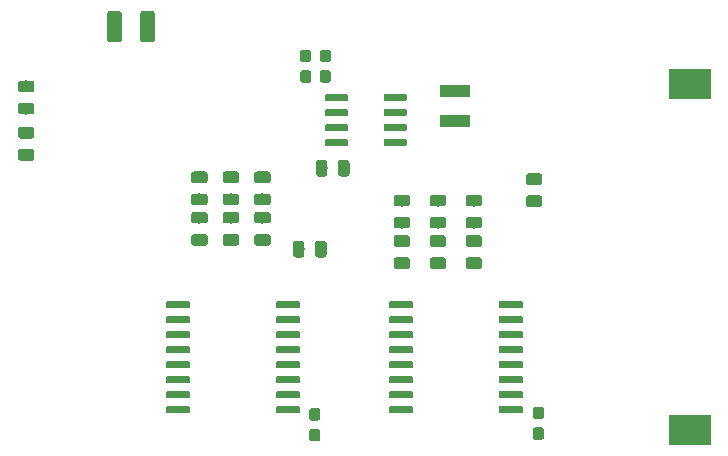
<source format=gbr>
G04 #@! TF.GenerationSoftware,KiCad,Pcbnew,(5.1.4)-1*
G04 #@! TF.CreationDate,2020-05-14T16:00:24+02:00*
G04 #@! TF.ProjectId,carte_principale,63617274-655f-4707-9269-6e636970616c,rev?*
G04 #@! TF.SameCoordinates,Original*
G04 #@! TF.FileFunction,Paste,Bot*
G04 #@! TF.FilePolarity,Positive*
%FSLAX46Y46*%
G04 Gerber Fmt 4.6, Leading zero omitted, Abs format (unit mm)*
G04 Created by KiCad (PCBNEW (5.1.4)-1) date 2020-05-14 16:00:24*
%MOMM*%
%LPD*%
G04 APERTURE LIST*
%ADD10R,3.600000X2.600000*%
%ADD11C,0.100000*%
%ADD12C,1.250000*%
%ADD13C,0.600000*%
%ADD14C,0.975000*%
%ADD15R,2.500000X1.000000*%
%ADD16C,0.950000*%
G04 APERTURE END LIST*
D10*
X158369000Y-89871000D03*
X158369000Y-119171000D03*
D11*
G36*
X110048304Y-83715404D02*
G01*
X110072573Y-83719004D01*
X110096371Y-83724965D01*
X110119471Y-83733230D01*
X110141649Y-83743720D01*
X110162693Y-83756333D01*
X110182398Y-83770947D01*
X110200577Y-83787423D01*
X110217053Y-83805602D01*
X110231667Y-83825307D01*
X110244280Y-83846351D01*
X110254770Y-83868529D01*
X110263035Y-83891629D01*
X110268996Y-83915427D01*
X110272596Y-83939696D01*
X110273800Y-83964200D01*
X110273800Y-86114200D01*
X110272596Y-86138704D01*
X110268996Y-86162973D01*
X110263035Y-86186771D01*
X110254770Y-86209871D01*
X110244280Y-86232049D01*
X110231667Y-86253093D01*
X110217053Y-86272798D01*
X110200577Y-86290977D01*
X110182398Y-86307453D01*
X110162693Y-86322067D01*
X110141649Y-86334680D01*
X110119471Y-86345170D01*
X110096371Y-86353435D01*
X110072573Y-86359396D01*
X110048304Y-86362996D01*
X110023800Y-86364200D01*
X109273800Y-86364200D01*
X109249296Y-86362996D01*
X109225027Y-86359396D01*
X109201229Y-86353435D01*
X109178129Y-86345170D01*
X109155951Y-86334680D01*
X109134907Y-86322067D01*
X109115202Y-86307453D01*
X109097023Y-86290977D01*
X109080547Y-86272798D01*
X109065933Y-86253093D01*
X109053320Y-86232049D01*
X109042830Y-86209871D01*
X109034565Y-86186771D01*
X109028604Y-86162973D01*
X109025004Y-86138704D01*
X109023800Y-86114200D01*
X109023800Y-83964200D01*
X109025004Y-83939696D01*
X109028604Y-83915427D01*
X109034565Y-83891629D01*
X109042830Y-83868529D01*
X109053320Y-83846351D01*
X109065933Y-83825307D01*
X109080547Y-83805602D01*
X109097023Y-83787423D01*
X109115202Y-83770947D01*
X109134907Y-83756333D01*
X109155951Y-83743720D01*
X109178129Y-83733230D01*
X109201229Y-83724965D01*
X109225027Y-83719004D01*
X109249296Y-83715404D01*
X109273800Y-83714200D01*
X110023800Y-83714200D01*
X110048304Y-83715404D01*
X110048304Y-83715404D01*
G37*
D12*
X109648800Y-85039200D03*
D11*
G36*
X112848304Y-83715404D02*
G01*
X112872573Y-83719004D01*
X112896371Y-83724965D01*
X112919471Y-83733230D01*
X112941649Y-83743720D01*
X112962693Y-83756333D01*
X112982398Y-83770947D01*
X113000577Y-83787423D01*
X113017053Y-83805602D01*
X113031667Y-83825307D01*
X113044280Y-83846351D01*
X113054770Y-83868529D01*
X113063035Y-83891629D01*
X113068996Y-83915427D01*
X113072596Y-83939696D01*
X113073800Y-83964200D01*
X113073800Y-86114200D01*
X113072596Y-86138704D01*
X113068996Y-86162973D01*
X113063035Y-86186771D01*
X113054770Y-86209871D01*
X113044280Y-86232049D01*
X113031667Y-86253093D01*
X113017053Y-86272798D01*
X113000577Y-86290977D01*
X112982398Y-86307453D01*
X112962693Y-86322067D01*
X112941649Y-86334680D01*
X112919471Y-86345170D01*
X112896371Y-86353435D01*
X112872573Y-86359396D01*
X112848304Y-86362996D01*
X112823800Y-86364200D01*
X112073800Y-86364200D01*
X112049296Y-86362996D01*
X112025027Y-86359396D01*
X112001229Y-86353435D01*
X111978129Y-86345170D01*
X111955951Y-86334680D01*
X111934907Y-86322067D01*
X111915202Y-86307453D01*
X111897023Y-86290977D01*
X111880547Y-86272798D01*
X111865933Y-86253093D01*
X111853320Y-86232049D01*
X111842830Y-86209871D01*
X111834565Y-86186771D01*
X111828604Y-86162973D01*
X111825004Y-86138704D01*
X111823800Y-86114200D01*
X111823800Y-83964200D01*
X111825004Y-83939696D01*
X111828604Y-83915427D01*
X111834565Y-83891629D01*
X111842830Y-83868529D01*
X111853320Y-83846351D01*
X111865933Y-83825307D01*
X111880547Y-83805602D01*
X111897023Y-83787423D01*
X111915202Y-83770947D01*
X111934907Y-83756333D01*
X111955951Y-83743720D01*
X111978129Y-83733230D01*
X112001229Y-83724965D01*
X112025027Y-83719004D01*
X112049296Y-83715404D01*
X112073800Y-83714200D01*
X112823800Y-83714200D01*
X112848304Y-83715404D01*
X112848304Y-83715404D01*
G37*
D12*
X112448800Y-85039200D03*
D11*
G36*
X134251703Y-90759722D02*
G01*
X134266264Y-90761882D01*
X134280543Y-90765459D01*
X134294403Y-90770418D01*
X134307710Y-90776712D01*
X134320336Y-90784280D01*
X134332159Y-90793048D01*
X134343066Y-90802934D01*
X134352952Y-90813841D01*
X134361720Y-90825664D01*
X134369288Y-90838290D01*
X134375582Y-90851597D01*
X134380541Y-90865457D01*
X134384118Y-90879736D01*
X134386278Y-90894297D01*
X134387000Y-90909000D01*
X134387000Y-91209000D01*
X134386278Y-91223703D01*
X134384118Y-91238264D01*
X134380541Y-91252543D01*
X134375582Y-91266403D01*
X134369288Y-91279710D01*
X134361720Y-91292336D01*
X134352952Y-91304159D01*
X134343066Y-91315066D01*
X134332159Y-91324952D01*
X134320336Y-91333720D01*
X134307710Y-91341288D01*
X134294403Y-91347582D01*
X134280543Y-91352541D01*
X134266264Y-91356118D01*
X134251703Y-91358278D01*
X134237000Y-91359000D01*
X132587000Y-91359000D01*
X132572297Y-91358278D01*
X132557736Y-91356118D01*
X132543457Y-91352541D01*
X132529597Y-91347582D01*
X132516290Y-91341288D01*
X132503664Y-91333720D01*
X132491841Y-91324952D01*
X132480934Y-91315066D01*
X132471048Y-91304159D01*
X132462280Y-91292336D01*
X132454712Y-91279710D01*
X132448418Y-91266403D01*
X132443459Y-91252543D01*
X132439882Y-91238264D01*
X132437722Y-91223703D01*
X132437000Y-91209000D01*
X132437000Y-90909000D01*
X132437722Y-90894297D01*
X132439882Y-90879736D01*
X132443459Y-90865457D01*
X132448418Y-90851597D01*
X132454712Y-90838290D01*
X132462280Y-90825664D01*
X132471048Y-90813841D01*
X132480934Y-90802934D01*
X132491841Y-90793048D01*
X132503664Y-90784280D01*
X132516290Y-90776712D01*
X132529597Y-90770418D01*
X132543457Y-90765459D01*
X132557736Y-90761882D01*
X132572297Y-90759722D01*
X132587000Y-90759000D01*
X134237000Y-90759000D01*
X134251703Y-90759722D01*
X134251703Y-90759722D01*
G37*
D13*
X133412000Y-91059000D03*
D11*
G36*
X134251703Y-92029722D02*
G01*
X134266264Y-92031882D01*
X134280543Y-92035459D01*
X134294403Y-92040418D01*
X134307710Y-92046712D01*
X134320336Y-92054280D01*
X134332159Y-92063048D01*
X134343066Y-92072934D01*
X134352952Y-92083841D01*
X134361720Y-92095664D01*
X134369288Y-92108290D01*
X134375582Y-92121597D01*
X134380541Y-92135457D01*
X134384118Y-92149736D01*
X134386278Y-92164297D01*
X134387000Y-92179000D01*
X134387000Y-92479000D01*
X134386278Y-92493703D01*
X134384118Y-92508264D01*
X134380541Y-92522543D01*
X134375582Y-92536403D01*
X134369288Y-92549710D01*
X134361720Y-92562336D01*
X134352952Y-92574159D01*
X134343066Y-92585066D01*
X134332159Y-92594952D01*
X134320336Y-92603720D01*
X134307710Y-92611288D01*
X134294403Y-92617582D01*
X134280543Y-92622541D01*
X134266264Y-92626118D01*
X134251703Y-92628278D01*
X134237000Y-92629000D01*
X132587000Y-92629000D01*
X132572297Y-92628278D01*
X132557736Y-92626118D01*
X132543457Y-92622541D01*
X132529597Y-92617582D01*
X132516290Y-92611288D01*
X132503664Y-92603720D01*
X132491841Y-92594952D01*
X132480934Y-92585066D01*
X132471048Y-92574159D01*
X132462280Y-92562336D01*
X132454712Y-92549710D01*
X132448418Y-92536403D01*
X132443459Y-92522543D01*
X132439882Y-92508264D01*
X132437722Y-92493703D01*
X132437000Y-92479000D01*
X132437000Y-92179000D01*
X132437722Y-92164297D01*
X132439882Y-92149736D01*
X132443459Y-92135457D01*
X132448418Y-92121597D01*
X132454712Y-92108290D01*
X132462280Y-92095664D01*
X132471048Y-92083841D01*
X132480934Y-92072934D01*
X132491841Y-92063048D01*
X132503664Y-92054280D01*
X132516290Y-92046712D01*
X132529597Y-92040418D01*
X132543457Y-92035459D01*
X132557736Y-92031882D01*
X132572297Y-92029722D01*
X132587000Y-92029000D01*
X134237000Y-92029000D01*
X134251703Y-92029722D01*
X134251703Y-92029722D01*
G37*
D13*
X133412000Y-92329000D03*
D11*
G36*
X134251703Y-93299722D02*
G01*
X134266264Y-93301882D01*
X134280543Y-93305459D01*
X134294403Y-93310418D01*
X134307710Y-93316712D01*
X134320336Y-93324280D01*
X134332159Y-93333048D01*
X134343066Y-93342934D01*
X134352952Y-93353841D01*
X134361720Y-93365664D01*
X134369288Y-93378290D01*
X134375582Y-93391597D01*
X134380541Y-93405457D01*
X134384118Y-93419736D01*
X134386278Y-93434297D01*
X134387000Y-93449000D01*
X134387000Y-93749000D01*
X134386278Y-93763703D01*
X134384118Y-93778264D01*
X134380541Y-93792543D01*
X134375582Y-93806403D01*
X134369288Y-93819710D01*
X134361720Y-93832336D01*
X134352952Y-93844159D01*
X134343066Y-93855066D01*
X134332159Y-93864952D01*
X134320336Y-93873720D01*
X134307710Y-93881288D01*
X134294403Y-93887582D01*
X134280543Y-93892541D01*
X134266264Y-93896118D01*
X134251703Y-93898278D01*
X134237000Y-93899000D01*
X132587000Y-93899000D01*
X132572297Y-93898278D01*
X132557736Y-93896118D01*
X132543457Y-93892541D01*
X132529597Y-93887582D01*
X132516290Y-93881288D01*
X132503664Y-93873720D01*
X132491841Y-93864952D01*
X132480934Y-93855066D01*
X132471048Y-93844159D01*
X132462280Y-93832336D01*
X132454712Y-93819710D01*
X132448418Y-93806403D01*
X132443459Y-93792543D01*
X132439882Y-93778264D01*
X132437722Y-93763703D01*
X132437000Y-93749000D01*
X132437000Y-93449000D01*
X132437722Y-93434297D01*
X132439882Y-93419736D01*
X132443459Y-93405457D01*
X132448418Y-93391597D01*
X132454712Y-93378290D01*
X132462280Y-93365664D01*
X132471048Y-93353841D01*
X132480934Y-93342934D01*
X132491841Y-93333048D01*
X132503664Y-93324280D01*
X132516290Y-93316712D01*
X132529597Y-93310418D01*
X132543457Y-93305459D01*
X132557736Y-93301882D01*
X132572297Y-93299722D01*
X132587000Y-93299000D01*
X134237000Y-93299000D01*
X134251703Y-93299722D01*
X134251703Y-93299722D01*
G37*
D13*
X133412000Y-93599000D03*
D11*
G36*
X134251703Y-94569722D02*
G01*
X134266264Y-94571882D01*
X134280543Y-94575459D01*
X134294403Y-94580418D01*
X134307710Y-94586712D01*
X134320336Y-94594280D01*
X134332159Y-94603048D01*
X134343066Y-94612934D01*
X134352952Y-94623841D01*
X134361720Y-94635664D01*
X134369288Y-94648290D01*
X134375582Y-94661597D01*
X134380541Y-94675457D01*
X134384118Y-94689736D01*
X134386278Y-94704297D01*
X134387000Y-94719000D01*
X134387000Y-95019000D01*
X134386278Y-95033703D01*
X134384118Y-95048264D01*
X134380541Y-95062543D01*
X134375582Y-95076403D01*
X134369288Y-95089710D01*
X134361720Y-95102336D01*
X134352952Y-95114159D01*
X134343066Y-95125066D01*
X134332159Y-95134952D01*
X134320336Y-95143720D01*
X134307710Y-95151288D01*
X134294403Y-95157582D01*
X134280543Y-95162541D01*
X134266264Y-95166118D01*
X134251703Y-95168278D01*
X134237000Y-95169000D01*
X132587000Y-95169000D01*
X132572297Y-95168278D01*
X132557736Y-95166118D01*
X132543457Y-95162541D01*
X132529597Y-95157582D01*
X132516290Y-95151288D01*
X132503664Y-95143720D01*
X132491841Y-95134952D01*
X132480934Y-95125066D01*
X132471048Y-95114159D01*
X132462280Y-95102336D01*
X132454712Y-95089710D01*
X132448418Y-95076403D01*
X132443459Y-95062543D01*
X132439882Y-95048264D01*
X132437722Y-95033703D01*
X132437000Y-95019000D01*
X132437000Y-94719000D01*
X132437722Y-94704297D01*
X132439882Y-94689736D01*
X132443459Y-94675457D01*
X132448418Y-94661597D01*
X132454712Y-94648290D01*
X132462280Y-94635664D01*
X132471048Y-94623841D01*
X132480934Y-94612934D01*
X132491841Y-94603048D01*
X132503664Y-94594280D01*
X132516290Y-94586712D01*
X132529597Y-94580418D01*
X132543457Y-94575459D01*
X132557736Y-94571882D01*
X132572297Y-94569722D01*
X132587000Y-94569000D01*
X134237000Y-94569000D01*
X134251703Y-94569722D01*
X134251703Y-94569722D01*
G37*
D13*
X133412000Y-94869000D03*
D11*
G36*
X129301703Y-94569722D02*
G01*
X129316264Y-94571882D01*
X129330543Y-94575459D01*
X129344403Y-94580418D01*
X129357710Y-94586712D01*
X129370336Y-94594280D01*
X129382159Y-94603048D01*
X129393066Y-94612934D01*
X129402952Y-94623841D01*
X129411720Y-94635664D01*
X129419288Y-94648290D01*
X129425582Y-94661597D01*
X129430541Y-94675457D01*
X129434118Y-94689736D01*
X129436278Y-94704297D01*
X129437000Y-94719000D01*
X129437000Y-95019000D01*
X129436278Y-95033703D01*
X129434118Y-95048264D01*
X129430541Y-95062543D01*
X129425582Y-95076403D01*
X129419288Y-95089710D01*
X129411720Y-95102336D01*
X129402952Y-95114159D01*
X129393066Y-95125066D01*
X129382159Y-95134952D01*
X129370336Y-95143720D01*
X129357710Y-95151288D01*
X129344403Y-95157582D01*
X129330543Y-95162541D01*
X129316264Y-95166118D01*
X129301703Y-95168278D01*
X129287000Y-95169000D01*
X127637000Y-95169000D01*
X127622297Y-95168278D01*
X127607736Y-95166118D01*
X127593457Y-95162541D01*
X127579597Y-95157582D01*
X127566290Y-95151288D01*
X127553664Y-95143720D01*
X127541841Y-95134952D01*
X127530934Y-95125066D01*
X127521048Y-95114159D01*
X127512280Y-95102336D01*
X127504712Y-95089710D01*
X127498418Y-95076403D01*
X127493459Y-95062543D01*
X127489882Y-95048264D01*
X127487722Y-95033703D01*
X127487000Y-95019000D01*
X127487000Y-94719000D01*
X127487722Y-94704297D01*
X127489882Y-94689736D01*
X127493459Y-94675457D01*
X127498418Y-94661597D01*
X127504712Y-94648290D01*
X127512280Y-94635664D01*
X127521048Y-94623841D01*
X127530934Y-94612934D01*
X127541841Y-94603048D01*
X127553664Y-94594280D01*
X127566290Y-94586712D01*
X127579597Y-94580418D01*
X127593457Y-94575459D01*
X127607736Y-94571882D01*
X127622297Y-94569722D01*
X127637000Y-94569000D01*
X129287000Y-94569000D01*
X129301703Y-94569722D01*
X129301703Y-94569722D01*
G37*
D13*
X128462000Y-94869000D03*
D11*
G36*
X129301703Y-93299722D02*
G01*
X129316264Y-93301882D01*
X129330543Y-93305459D01*
X129344403Y-93310418D01*
X129357710Y-93316712D01*
X129370336Y-93324280D01*
X129382159Y-93333048D01*
X129393066Y-93342934D01*
X129402952Y-93353841D01*
X129411720Y-93365664D01*
X129419288Y-93378290D01*
X129425582Y-93391597D01*
X129430541Y-93405457D01*
X129434118Y-93419736D01*
X129436278Y-93434297D01*
X129437000Y-93449000D01*
X129437000Y-93749000D01*
X129436278Y-93763703D01*
X129434118Y-93778264D01*
X129430541Y-93792543D01*
X129425582Y-93806403D01*
X129419288Y-93819710D01*
X129411720Y-93832336D01*
X129402952Y-93844159D01*
X129393066Y-93855066D01*
X129382159Y-93864952D01*
X129370336Y-93873720D01*
X129357710Y-93881288D01*
X129344403Y-93887582D01*
X129330543Y-93892541D01*
X129316264Y-93896118D01*
X129301703Y-93898278D01*
X129287000Y-93899000D01*
X127637000Y-93899000D01*
X127622297Y-93898278D01*
X127607736Y-93896118D01*
X127593457Y-93892541D01*
X127579597Y-93887582D01*
X127566290Y-93881288D01*
X127553664Y-93873720D01*
X127541841Y-93864952D01*
X127530934Y-93855066D01*
X127521048Y-93844159D01*
X127512280Y-93832336D01*
X127504712Y-93819710D01*
X127498418Y-93806403D01*
X127493459Y-93792543D01*
X127489882Y-93778264D01*
X127487722Y-93763703D01*
X127487000Y-93749000D01*
X127487000Y-93449000D01*
X127487722Y-93434297D01*
X127489882Y-93419736D01*
X127493459Y-93405457D01*
X127498418Y-93391597D01*
X127504712Y-93378290D01*
X127512280Y-93365664D01*
X127521048Y-93353841D01*
X127530934Y-93342934D01*
X127541841Y-93333048D01*
X127553664Y-93324280D01*
X127566290Y-93316712D01*
X127579597Y-93310418D01*
X127593457Y-93305459D01*
X127607736Y-93301882D01*
X127622297Y-93299722D01*
X127637000Y-93299000D01*
X129287000Y-93299000D01*
X129301703Y-93299722D01*
X129301703Y-93299722D01*
G37*
D13*
X128462000Y-93599000D03*
D11*
G36*
X129301703Y-92029722D02*
G01*
X129316264Y-92031882D01*
X129330543Y-92035459D01*
X129344403Y-92040418D01*
X129357710Y-92046712D01*
X129370336Y-92054280D01*
X129382159Y-92063048D01*
X129393066Y-92072934D01*
X129402952Y-92083841D01*
X129411720Y-92095664D01*
X129419288Y-92108290D01*
X129425582Y-92121597D01*
X129430541Y-92135457D01*
X129434118Y-92149736D01*
X129436278Y-92164297D01*
X129437000Y-92179000D01*
X129437000Y-92479000D01*
X129436278Y-92493703D01*
X129434118Y-92508264D01*
X129430541Y-92522543D01*
X129425582Y-92536403D01*
X129419288Y-92549710D01*
X129411720Y-92562336D01*
X129402952Y-92574159D01*
X129393066Y-92585066D01*
X129382159Y-92594952D01*
X129370336Y-92603720D01*
X129357710Y-92611288D01*
X129344403Y-92617582D01*
X129330543Y-92622541D01*
X129316264Y-92626118D01*
X129301703Y-92628278D01*
X129287000Y-92629000D01*
X127637000Y-92629000D01*
X127622297Y-92628278D01*
X127607736Y-92626118D01*
X127593457Y-92622541D01*
X127579597Y-92617582D01*
X127566290Y-92611288D01*
X127553664Y-92603720D01*
X127541841Y-92594952D01*
X127530934Y-92585066D01*
X127521048Y-92574159D01*
X127512280Y-92562336D01*
X127504712Y-92549710D01*
X127498418Y-92536403D01*
X127493459Y-92522543D01*
X127489882Y-92508264D01*
X127487722Y-92493703D01*
X127487000Y-92479000D01*
X127487000Y-92179000D01*
X127487722Y-92164297D01*
X127489882Y-92149736D01*
X127493459Y-92135457D01*
X127498418Y-92121597D01*
X127504712Y-92108290D01*
X127512280Y-92095664D01*
X127521048Y-92083841D01*
X127530934Y-92072934D01*
X127541841Y-92063048D01*
X127553664Y-92054280D01*
X127566290Y-92046712D01*
X127579597Y-92040418D01*
X127593457Y-92035459D01*
X127607736Y-92031882D01*
X127622297Y-92029722D01*
X127637000Y-92029000D01*
X129287000Y-92029000D01*
X129301703Y-92029722D01*
X129301703Y-92029722D01*
G37*
D13*
X128462000Y-92329000D03*
D11*
G36*
X129301703Y-90759722D02*
G01*
X129316264Y-90761882D01*
X129330543Y-90765459D01*
X129344403Y-90770418D01*
X129357710Y-90776712D01*
X129370336Y-90784280D01*
X129382159Y-90793048D01*
X129393066Y-90802934D01*
X129402952Y-90813841D01*
X129411720Y-90825664D01*
X129419288Y-90838290D01*
X129425582Y-90851597D01*
X129430541Y-90865457D01*
X129434118Y-90879736D01*
X129436278Y-90894297D01*
X129437000Y-90909000D01*
X129437000Y-91209000D01*
X129436278Y-91223703D01*
X129434118Y-91238264D01*
X129430541Y-91252543D01*
X129425582Y-91266403D01*
X129419288Y-91279710D01*
X129411720Y-91292336D01*
X129402952Y-91304159D01*
X129393066Y-91315066D01*
X129382159Y-91324952D01*
X129370336Y-91333720D01*
X129357710Y-91341288D01*
X129344403Y-91347582D01*
X129330543Y-91352541D01*
X129316264Y-91356118D01*
X129301703Y-91358278D01*
X129287000Y-91359000D01*
X127637000Y-91359000D01*
X127622297Y-91358278D01*
X127607736Y-91356118D01*
X127593457Y-91352541D01*
X127579597Y-91347582D01*
X127566290Y-91341288D01*
X127553664Y-91333720D01*
X127541841Y-91324952D01*
X127530934Y-91315066D01*
X127521048Y-91304159D01*
X127512280Y-91292336D01*
X127504712Y-91279710D01*
X127498418Y-91266403D01*
X127493459Y-91252543D01*
X127489882Y-91238264D01*
X127487722Y-91223703D01*
X127487000Y-91209000D01*
X127487000Y-90909000D01*
X127487722Y-90894297D01*
X127489882Y-90879736D01*
X127493459Y-90865457D01*
X127498418Y-90851597D01*
X127504712Y-90838290D01*
X127512280Y-90825664D01*
X127521048Y-90813841D01*
X127530934Y-90802934D01*
X127541841Y-90793048D01*
X127553664Y-90784280D01*
X127566290Y-90776712D01*
X127579597Y-90770418D01*
X127593457Y-90765459D01*
X127607736Y-90761882D01*
X127622297Y-90759722D01*
X127637000Y-90759000D01*
X129287000Y-90759000D01*
X129301703Y-90759722D01*
X129301703Y-90759722D01*
G37*
D13*
X128462000Y-91059000D03*
D11*
G36*
X145666542Y-99335674D02*
G01*
X145690203Y-99339184D01*
X145713407Y-99344996D01*
X145735929Y-99353054D01*
X145757553Y-99363282D01*
X145778070Y-99375579D01*
X145797283Y-99389829D01*
X145815007Y-99405893D01*
X145831071Y-99423617D01*
X145845321Y-99442830D01*
X145857618Y-99463347D01*
X145867846Y-99484971D01*
X145875904Y-99507493D01*
X145881716Y-99530697D01*
X145885226Y-99554358D01*
X145886400Y-99578250D01*
X145886400Y-100065750D01*
X145885226Y-100089642D01*
X145881716Y-100113303D01*
X145875904Y-100136507D01*
X145867846Y-100159029D01*
X145857618Y-100180653D01*
X145845321Y-100201170D01*
X145831071Y-100220383D01*
X145815007Y-100238107D01*
X145797283Y-100254171D01*
X145778070Y-100268421D01*
X145757553Y-100280718D01*
X145735929Y-100290946D01*
X145713407Y-100299004D01*
X145690203Y-100304816D01*
X145666542Y-100308326D01*
X145642650Y-100309500D01*
X144730150Y-100309500D01*
X144706258Y-100308326D01*
X144682597Y-100304816D01*
X144659393Y-100299004D01*
X144636871Y-100290946D01*
X144615247Y-100280718D01*
X144594730Y-100268421D01*
X144575517Y-100254171D01*
X144557793Y-100238107D01*
X144541729Y-100220383D01*
X144527479Y-100201170D01*
X144515182Y-100180653D01*
X144504954Y-100159029D01*
X144496896Y-100136507D01*
X144491084Y-100113303D01*
X144487574Y-100089642D01*
X144486400Y-100065750D01*
X144486400Y-99578250D01*
X144487574Y-99554358D01*
X144491084Y-99530697D01*
X144496896Y-99507493D01*
X144504954Y-99484971D01*
X144515182Y-99463347D01*
X144527479Y-99442830D01*
X144541729Y-99423617D01*
X144557793Y-99405893D01*
X144575517Y-99389829D01*
X144594730Y-99375579D01*
X144615247Y-99363282D01*
X144636871Y-99353054D01*
X144659393Y-99344996D01*
X144682597Y-99339184D01*
X144706258Y-99335674D01*
X144730150Y-99334500D01*
X145642650Y-99334500D01*
X145666542Y-99335674D01*
X145666542Y-99335674D01*
G37*
D14*
X145186400Y-99822000D03*
D11*
G36*
X145666542Y-97460674D02*
G01*
X145690203Y-97464184D01*
X145713407Y-97469996D01*
X145735929Y-97478054D01*
X145757553Y-97488282D01*
X145778070Y-97500579D01*
X145797283Y-97514829D01*
X145815007Y-97530893D01*
X145831071Y-97548617D01*
X145845321Y-97567830D01*
X145857618Y-97588347D01*
X145867846Y-97609971D01*
X145875904Y-97632493D01*
X145881716Y-97655697D01*
X145885226Y-97679358D01*
X145886400Y-97703250D01*
X145886400Y-98190750D01*
X145885226Y-98214642D01*
X145881716Y-98238303D01*
X145875904Y-98261507D01*
X145867846Y-98284029D01*
X145857618Y-98305653D01*
X145845321Y-98326170D01*
X145831071Y-98345383D01*
X145815007Y-98363107D01*
X145797283Y-98379171D01*
X145778070Y-98393421D01*
X145757553Y-98405718D01*
X145735929Y-98415946D01*
X145713407Y-98424004D01*
X145690203Y-98429816D01*
X145666542Y-98433326D01*
X145642650Y-98434500D01*
X144730150Y-98434500D01*
X144706258Y-98433326D01*
X144682597Y-98429816D01*
X144659393Y-98424004D01*
X144636871Y-98415946D01*
X144615247Y-98405718D01*
X144594730Y-98393421D01*
X144575517Y-98379171D01*
X144557793Y-98363107D01*
X144541729Y-98345383D01*
X144527479Y-98326170D01*
X144515182Y-98305653D01*
X144504954Y-98284029D01*
X144496896Y-98261507D01*
X144491084Y-98238303D01*
X144487574Y-98214642D01*
X144486400Y-98190750D01*
X144486400Y-97703250D01*
X144487574Y-97679358D01*
X144491084Y-97655697D01*
X144496896Y-97632493D01*
X144504954Y-97609971D01*
X144515182Y-97588347D01*
X144527479Y-97567830D01*
X144541729Y-97548617D01*
X144557793Y-97530893D01*
X144575517Y-97514829D01*
X144594730Y-97500579D01*
X144615247Y-97488282D01*
X144636871Y-97478054D01*
X144659393Y-97469996D01*
X144682597Y-97464184D01*
X144706258Y-97460674D01*
X144730150Y-97459500D01*
X145642650Y-97459500D01*
X145666542Y-97460674D01*
X145666542Y-97460674D01*
G37*
D14*
X145186400Y-97947000D03*
D15*
X138480800Y-90474800D03*
X138480800Y-93014800D03*
D11*
G36*
X140561142Y-102702174D02*
G01*
X140584803Y-102705684D01*
X140608007Y-102711496D01*
X140630529Y-102719554D01*
X140652153Y-102729782D01*
X140672670Y-102742079D01*
X140691883Y-102756329D01*
X140709607Y-102772393D01*
X140725671Y-102790117D01*
X140739921Y-102809330D01*
X140752218Y-102829847D01*
X140762446Y-102851471D01*
X140770504Y-102873993D01*
X140776316Y-102897197D01*
X140779826Y-102920858D01*
X140781000Y-102944750D01*
X140781000Y-103432250D01*
X140779826Y-103456142D01*
X140776316Y-103479803D01*
X140770504Y-103503007D01*
X140762446Y-103525529D01*
X140752218Y-103547153D01*
X140739921Y-103567670D01*
X140725671Y-103586883D01*
X140709607Y-103604607D01*
X140691883Y-103620671D01*
X140672670Y-103634921D01*
X140652153Y-103647218D01*
X140630529Y-103657446D01*
X140608007Y-103665504D01*
X140584803Y-103671316D01*
X140561142Y-103674826D01*
X140537250Y-103676000D01*
X139624750Y-103676000D01*
X139600858Y-103674826D01*
X139577197Y-103671316D01*
X139553993Y-103665504D01*
X139531471Y-103657446D01*
X139509847Y-103647218D01*
X139489330Y-103634921D01*
X139470117Y-103620671D01*
X139452393Y-103604607D01*
X139436329Y-103586883D01*
X139422079Y-103567670D01*
X139409782Y-103547153D01*
X139399554Y-103525529D01*
X139391496Y-103503007D01*
X139385684Y-103479803D01*
X139382174Y-103456142D01*
X139381000Y-103432250D01*
X139381000Y-102944750D01*
X139382174Y-102920858D01*
X139385684Y-102897197D01*
X139391496Y-102873993D01*
X139399554Y-102851471D01*
X139409782Y-102829847D01*
X139422079Y-102809330D01*
X139436329Y-102790117D01*
X139452393Y-102772393D01*
X139470117Y-102756329D01*
X139489330Y-102742079D01*
X139509847Y-102729782D01*
X139531471Y-102719554D01*
X139553993Y-102711496D01*
X139577197Y-102705684D01*
X139600858Y-102702174D01*
X139624750Y-102701000D01*
X140537250Y-102701000D01*
X140561142Y-102702174D01*
X140561142Y-102702174D01*
G37*
D14*
X140081000Y-103188500D03*
D11*
G36*
X140561142Y-104577174D02*
G01*
X140584803Y-104580684D01*
X140608007Y-104586496D01*
X140630529Y-104594554D01*
X140652153Y-104604782D01*
X140672670Y-104617079D01*
X140691883Y-104631329D01*
X140709607Y-104647393D01*
X140725671Y-104665117D01*
X140739921Y-104684330D01*
X140752218Y-104704847D01*
X140762446Y-104726471D01*
X140770504Y-104748993D01*
X140776316Y-104772197D01*
X140779826Y-104795858D01*
X140781000Y-104819750D01*
X140781000Y-105307250D01*
X140779826Y-105331142D01*
X140776316Y-105354803D01*
X140770504Y-105378007D01*
X140762446Y-105400529D01*
X140752218Y-105422153D01*
X140739921Y-105442670D01*
X140725671Y-105461883D01*
X140709607Y-105479607D01*
X140691883Y-105495671D01*
X140672670Y-105509921D01*
X140652153Y-105522218D01*
X140630529Y-105532446D01*
X140608007Y-105540504D01*
X140584803Y-105546316D01*
X140561142Y-105549826D01*
X140537250Y-105551000D01*
X139624750Y-105551000D01*
X139600858Y-105549826D01*
X139577197Y-105546316D01*
X139553993Y-105540504D01*
X139531471Y-105532446D01*
X139509847Y-105522218D01*
X139489330Y-105509921D01*
X139470117Y-105495671D01*
X139452393Y-105479607D01*
X139436329Y-105461883D01*
X139422079Y-105442670D01*
X139409782Y-105422153D01*
X139399554Y-105400529D01*
X139391496Y-105378007D01*
X139385684Y-105354803D01*
X139382174Y-105331142D01*
X139381000Y-105307250D01*
X139381000Y-104819750D01*
X139382174Y-104795858D01*
X139385684Y-104772197D01*
X139391496Y-104748993D01*
X139399554Y-104726471D01*
X139409782Y-104704847D01*
X139422079Y-104684330D01*
X139436329Y-104665117D01*
X139452393Y-104647393D01*
X139470117Y-104631329D01*
X139489330Y-104617079D01*
X139509847Y-104604782D01*
X139531471Y-104594554D01*
X139553993Y-104586496D01*
X139577197Y-104580684D01*
X139600858Y-104577174D01*
X139624750Y-104576000D01*
X140537250Y-104576000D01*
X140561142Y-104577174D01*
X140561142Y-104577174D01*
G37*
D14*
X140081000Y-105063500D03*
D11*
G36*
X137513142Y-102702174D02*
G01*
X137536803Y-102705684D01*
X137560007Y-102711496D01*
X137582529Y-102719554D01*
X137604153Y-102729782D01*
X137624670Y-102742079D01*
X137643883Y-102756329D01*
X137661607Y-102772393D01*
X137677671Y-102790117D01*
X137691921Y-102809330D01*
X137704218Y-102829847D01*
X137714446Y-102851471D01*
X137722504Y-102873993D01*
X137728316Y-102897197D01*
X137731826Y-102920858D01*
X137733000Y-102944750D01*
X137733000Y-103432250D01*
X137731826Y-103456142D01*
X137728316Y-103479803D01*
X137722504Y-103503007D01*
X137714446Y-103525529D01*
X137704218Y-103547153D01*
X137691921Y-103567670D01*
X137677671Y-103586883D01*
X137661607Y-103604607D01*
X137643883Y-103620671D01*
X137624670Y-103634921D01*
X137604153Y-103647218D01*
X137582529Y-103657446D01*
X137560007Y-103665504D01*
X137536803Y-103671316D01*
X137513142Y-103674826D01*
X137489250Y-103676000D01*
X136576750Y-103676000D01*
X136552858Y-103674826D01*
X136529197Y-103671316D01*
X136505993Y-103665504D01*
X136483471Y-103657446D01*
X136461847Y-103647218D01*
X136441330Y-103634921D01*
X136422117Y-103620671D01*
X136404393Y-103604607D01*
X136388329Y-103586883D01*
X136374079Y-103567670D01*
X136361782Y-103547153D01*
X136351554Y-103525529D01*
X136343496Y-103503007D01*
X136337684Y-103479803D01*
X136334174Y-103456142D01*
X136333000Y-103432250D01*
X136333000Y-102944750D01*
X136334174Y-102920858D01*
X136337684Y-102897197D01*
X136343496Y-102873993D01*
X136351554Y-102851471D01*
X136361782Y-102829847D01*
X136374079Y-102809330D01*
X136388329Y-102790117D01*
X136404393Y-102772393D01*
X136422117Y-102756329D01*
X136441330Y-102742079D01*
X136461847Y-102729782D01*
X136483471Y-102719554D01*
X136505993Y-102711496D01*
X136529197Y-102705684D01*
X136552858Y-102702174D01*
X136576750Y-102701000D01*
X137489250Y-102701000D01*
X137513142Y-102702174D01*
X137513142Y-102702174D01*
G37*
D14*
X137033000Y-103188500D03*
D11*
G36*
X137513142Y-104577174D02*
G01*
X137536803Y-104580684D01*
X137560007Y-104586496D01*
X137582529Y-104594554D01*
X137604153Y-104604782D01*
X137624670Y-104617079D01*
X137643883Y-104631329D01*
X137661607Y-104647393D01*
X137677671Y-104665117D01*
X137691921Y-104684330D01*
X137704218Y-104704847D01*
X137714446Y-104726471D01*
X137722504Y-104748993D01*
X137728316Y-104772197D01*
X137731826Y-104795858D01*
X137733000Y-104819750D01*
X137733000Y-105307250D01*
X137731826Y-105331142D01*
X137728316Y-105354803D01*
X137722504Y-105378007D01*
X137714446Y-105400529D01*
X137704218Y-105422153D01*
X137691921Y-105442670D01*
X137677671Y-105461883D01*
X137661607Y-105479607D01*
X137643883Y-105495671D01*
X137624670Y-105509921D01*
X137604153Y-105522218D01*
X137582529Y-105532446D01*
X137560007Y-105540504D01*
X137536803Y-105546316D01*
X137513142Y-105549826D01*
X137489250Y-105551000D01*
X136576750Y-105551000D01*
X136552858Y-105549826D01*
X136529197Y-105546316D01*
X136505993Y-105540504D01*
X136483471Y-105532446D01*
X136461847Y-105522218D01*
X136441330Y-105509921D01*
X136422117Y-105495671D01*
X136404393Y-105479607D01*
X136388329Y-105461883D01*
X136374079Y-105442670D01*
X136361782Y-105422153D01*
X136351554Y-105400529D01*
X136343496Y-105378007D01*
X136337684Y-105354803D01*
X136334174Y-105331142D01*
X136333000Y-105307250D01*
X136333000Y-104819750D01*
X136334174Y-104795858D01*
X136337684Y-104772197D01*
X136343496Y-104748993D01*
X136351554Y-104726471D01*
X136361782Y-104704847D01*
X136374079Y-104684330D01*
X136388329Y-104665117D01*
X136404393Y-104647393D01*
X136422117Y-104631329D01*
X136441330Y-104617079D01*
X136461847Y-104604782D01*
X136483471Y-104594554D01*
X136505993Y-104586496D01*
X136529197Y-104580684D01*
X136552858Y-104577174D01*
X136576750Y-104576000D01*
X137489250Y-104576000D01*
X137513142Y-104577174D01*
X137513142Y-104577174D01*
G37*
D14*
X137033000Y-105063500D03*
D11*
G36*
X134465142Y-102702174D02*
G01*
X134488803Y-102705684D01*
X134512007Y-102711496D01*
X134534529Y-102719554D01*
X134556153Y-102729782D01*
X134576670Y-102742079D01*
X134595883Y-102756329D01*
X134613607Y-102772393D01*
X134629671Y-102790117D01*
X134643921Y-102809330D01*
X134656218Y-102829847D01*
X134666446Y-102851471D01*
X134674504Y-102873993D01*
X134680316Y-102897197D01*
X134683826Y-102920858D01*
X134685000Y-102944750D01*
X134685000Y-103432250D01*
X134683826Y-103456142D01*
X134680316Y-103479803D01*
X134674504Y-103503007D01*
X134666446Y-103525529D01*
X134656218Y-103547153D01*
X134643921Y-103567670D01*
X134629671Y-103586883D01*
X134613607Y-103604607D01*
X134595883Y-103620671D01*
X134576670Y-103634921D01*
X134556153Y-103647218D01*
X134534529Y-103657446D01*
X134512007Y-103665504D01*
X134488803Y-103671316D01*
X134465142Y-103674826D01*
X134441250Y-103676000D01*
X133528750Y-103676000D01*
X133504858Y-103674826D01*
X133481197Y-103671316D01*
X133457993Y-103665504D01*
X133435471Y-103657446D01*
X133413847Y-103647218D01*
X133393330Y-103634921D01*
X133374117Y-103620671D01*
X133356393Y-103604607D01*
X133340329Y-103586883D01*
X133326079Y-103567670D01*
X133313782Y-103547153D01*
X133303554Y-103525529D01*
X133295496Y-103503007D01*
X133289684Y-103479803D01*
X133286174Y-103456142D01*
X133285000Y-103432250D01*
X133285000Y-102944750D01*
X133286174Y-102920858D01*
X133289684Y-102897197D01*
X133295496Y-102873993D01*
X133303554Y-102851471D01*
X133313782Y-102829847D01*
X133326079Y-102809330D01*
X133340329Y-102790117D01*
X133356393Y-102772393D01*
X133374117Y-102756329D01*
X133393330Y-102742079D01*
X133413847Y-102729782D01*
X133435471Y-102719554D01*
X133457993Y-102711496D01*
X133481197Y-102705684D01*
X133504858Y-102702174D01*
X133528750Y-102701000D01*
X134441250Y-102701000D01*
X134465142Y-102702174D01*
X134465142Y-102702174D01*
G37*
D14*
X133985000Y-103188500D03*
D11*
G36*
X134465142Y-104577174D02*
G01*
X134488803Y-104580684D01*
X134512007Y-104586496D01*
X134534529Y-104594554D01*
X134556153Y-104604782D01*
X134576670Y-104617079D01*
X134595883Y-104631329D01*
X134613607Y-104647393D01*
X134629671Y-104665117D01*
X134643921Y-104684330D01*
X134656218Y-104704847D01*
X134666446Y-104726471D01*
X134674504Y-104748993D01*
X134680316Y-104772197D01*
X134683826Y-104795858D01*
X134685000Y-104819750D01*
X134685000Y-105307250D01*
X134683826Y-105331142D01*
X134680316Y-105354803D01*
X134674504Y-105378007D01*
X134666446Y-105400529D01*
X134656218Y-105422153D01*
X134643921Y-105442670D01*
X134629671Y-105461883D01*
X134613607Y-105479607D01*
X134595883Y-105495671D01*
X134576670Y-105509921D01*
X134556153Y-105522218D01*
X134534529Y-105532446D01*
X134512007Y-105540504D01*
X134488803Y-105546316D01*
X134465142Y-105549826D01*
X134441250Y-105551000D01*
X133528750Y-105551000D01*
X133504858Y-105549826D01*
X133481197Y-105546316D01*
X133457993Y-105540504D01*
X133435471Y-105532446D01*
X133413847Y-105522218D01*
X133393330Y-105509921D01*
X133374117Y-105495671D01*
X133356393Y-105479607D01*
X133340329Y-105461883D01*
X133326079Y-105442670D01*
X133313782Y-105422153D01*
X133303554Y-105400529D01*
X133295496Y-105378007D01*
X133289684Y-105354803D01*
X133286174Y-105331142D01*
X133285000Y-105307250D01*
X133285000Y-104819750D01*
X133286174Y-104795858D01*
X133289684Y-104772197D01*
X133295496Y-104748993D01*
X133303554Y-104726471D01*
X133313782Y-104704847D01*
X133326079Y-104684330D01*
X133340329Y-104665117D01*
X133356393Y-104647393D01*
X133374117Y-104631329D01*
X133393330Y-104617079D01*
X133413847Y-104604782D01*
X133435471Y-104594554D01*
X133457993Y-104586496D01*
X133481197Y-104580684D01*
X133504858Y-104577174D01*
X133528750Y-104576000D01*
X134441250Y-104576000D01*
X134465142Y-104577174D01*
X134465142Y-104577174D01*
G37*
D14*
X133985000Y-105063500D03*
D11*
G36*
X140561142Y-99273174D02*
G01*
X140584803Y-99276684D01*
X140608007Y-99282496D01*
X140630529Y-99290554D01*
X140652153Y-99300782D01*
X140672670Y-99313079D01*
X140691883Y-99327329D01*
X140709607Y-99343393D01*
X140725671Y-99361117D01*
X140739921Y-99380330D01*
X140752218Y-99400847D01*
X140762446Y-99422471D01*
X140770504Y-99444993D01*
X140776316Y-99468197D01*
X140779826Y-99491858D01*
X140781000Y-99515750D01*
X140781000Y-100003250D01*
X140779826Y-100027142D01*
X140776316Y-100050803D01*
X140770504Y-100074007D01*
X140762446Y-100096529D01*
X140752218Y-100118153D01*
X140739921Y-100138670D01*
X140725671Y-100157883D01*
X140709607Y-100175607D01*
X140691883Y-100191671D01*
X140672670Y-100205921D01*
X140652153Y-100218218D01*
X140630529Y-100228446D01*
X140608007Y-100236504D01*
X140584803Y-100242316D01*
X140561142Y-100245826D01*
X140537250Y-100247000D01*
X139624750Y-100247000D01*
X139600858Y-100245826D01*
X139577197Y-100242316D01*
X139553993Y-100236504D01*
X139531471Y-100228446D01*
X139509847Y-100218218D01*
X139489330Y-100205921D01*
X139470117Y-100191671D01*
X139452393Y-100175607D01*
X139436329Y-100157883D01*
X139422079Y-100138670D01*
X139409782Y-100118153D01*
X139399554Y-100096529D01*
X139391496Y-100074007D01*
X139385684Y-100050803D01*
X139382174Y-100027142D01*
X139381000Y-100003250D01*
X139381000Y-99515750D01*
X139382174Y-99491858D01*
X139385684Y-99468197D01*
X139391496Y-99444993D01*
X139399554Y-99422471D01*
X139409782Y-99400847D01*
X139422079Y-99380330D01*
X139436329Y-99361117D01*
X139452393Y-99343393D01*
X139470117Y-99327329D01*
X139489330Y-99313079D01*
X139509847Y-99300782D01*
X139531471Y-99290554D01*
X139553993Y-99282496D01*
X139577197Y-99276684D01*
X139600858Y-99273174D01*
X139624750Y-99272000D01*
X140537250Y-99272000D01*
X140561142Y-99273174D01*
X140561142Y-99273174D01*
G37*
D14*
X140081000Y-99759500D03*
D11*
G36*
X140561142Y-101148174D02*
G01*
X140584803Y-101151684D01*
X140608007Y-101157496D01*
X140630529Y-101165554D01*
X140652153Y-101175782D01*
X140672670Y-101188079D01*
X140691883Y-101202329D01*
X140709607Y-101218393D01*
X140725671Y-101236117D01*
X140739921Y-101255330D01*
X140752218Y-101275847D01*
X140762446Y-101297471D01*
X140770504Y-101319993D01*
X140776316Y-101343197D01*
X140779826Y-101366858D01*
X140781000Y-101390750D01*
X140781000Y-101878250D01*
X140779826Y-101902142D01*
X140776316Y-101925803D01*
X140770504Y-101949007D01*
X140762446Y-101971529D01*
X140752218Y-101993153D01*
X140739921Y-102013670D01*
X140725671Y-102032883D01*
X140709607Y-102050607D01*
X140691883Y-102066671D01*
X140672670Y-102080921D01*
X140652153Y-102093218D01*
X140630529Y-102103446D01*
X140608007Y-102111504D01*
X140584803Y-102117316D01*
X140561142Y-102120826D01*
X140537250Y-102122000D01*
X139624750Y-102122000D01*
X139600858Y-102120826D01*
X139577197Y-102117316D01*
X139553993Y-102111504D01*
X139531471Y-102103446D01*
X139509847Y-102093218D01*
X139489330Y-102080921D01*
X139470117Y-102066671D01*
X139452393Y-102050607D01*
X139436329Y-102032883D01*
X139422079Y-102013670D01*
X139409782Y-101993153D01*
X139399554Y-101971529D01*
X139391496Y-101949007D01*
X139385684Y-101925803D01*
X139382174Y-101902142D01*
X139381000Y-101878250D01*
X139381000Y-101390750D01*
X139382174Y-101366858D01*
X139385684Y-101343197D01*
X139391496Y-101319993D01*
X139399554Y-101297471D01*
X139409782Y-101275847D01*
X139422079Y-101255330D01*
X139436329Y-101236117D01*
X139452393Y-101218393D01*
X139470117Y-101202329D01*
X139489330Y-101188079D01*
X139509847Y-101175782D01*
X139531471Y-101165554D01*
X139553993Y-101157496D01*
X139577197Y-101151684D01*
X139600858Y-101148174D01*
X139624750Y-101147000D01*
X140537250Y-101147000D01*
X140561142Y-101148174D01*
X140561142Y-101148174D01*
G37*
D14*
X140081000Y-101634500D03*
D11*
G36*
X137513142Y-99273174D02*
G01*
X137536803Y-99276684D01*
X137560007Y-99282496D01*
X137582529Y-99290554D01*
X137604153Y-99300782D01*
X137624670Y-99313079D01*
X137643883Y-99327329D01*
X137661607Y-99343393D01*
X137677671Y-99361117D01*
X137691921Y-99380330D01*
X137704218Y-99400847D01*
X137714446Y-99422471D01*
X137722504Y-99444993D01*
X137728316Y-99468197D01*
X137731826Y-99491858D01*
X137733000Y-99515750D01*
X137733000Y-100003250D01*
X137731826Y-100027142D01*
X137728316Y-100050803D01*
X137722504Y-100074007D01*
X137714446Y-100096529D01*
X137704218Y-100118153D01*
X137691921Y-100138670D01*
X137677671Y-100157883D01*
X137661607Y-100175607D01*
X137643883Y-100191671D01*
X137624670Y-100205921D01*
X137604153Y-100218218D01*
X137582529Y-100228446D01*
X137560007Y-100236504D01*
X137536803Y-100242316D01*
X137513142Y-100245826D01*
X137489250Y-100247000D01*
X136576750Y-100247000D01*
X136552858Y-100245826D01*
X136529197Y-100242316D01*
X136505993Y-100236504D01*
X136483471Y-100228446D01*
X136461847Y-100218218D01*
X136441330Y-100205921D01*
X136422117Y-100191671D01*
X136404393Y-100175607D01*
X136388329Y-100157883D01*
X136374079Y-100138670D01*
X136361782Y-100118153D01*
X136351554Y-100096529D01*
X136343496Y-100074007D01*
X136337684Y-100050803D01*
X136334174Y-100027142D01*
X136333000Y-100003250D01*
X136333000Y-99515750D01*
X136334174Y-99491858D01*
X136337684Y-99468197D01*
X136343496Y-99444993D01*
X136351554Y-99422471D01*
X136361782Y-99400847D01*
X136374079Y-99380330D01*
X136388329Y-99361117D01*
X136404393Y-99343393D01*
X136422117Y-99327329D01*
X136441330Y-99313079D01*
X136461847Y-99300782D01*
X136483471Y-99290554D01*
X136505993Y-99282496D01*
X136529197Y-99276684D01*
X136552858Y-99273174D01*
X136576750Y-99272000D01*
X137489250Y-99272000D01*
X137513142Y-99273174D01*
X137513142Y-99273174D01*
G37*
D14*
X137033000Y-99759500D03*
D11*
G36*
X137513142Y-101148174D02*
G01*
X137536803Y-101151684D01*
X137560007Y-101157496D01*
X137582529Y-101165554D01*
X137604153Y-101175782D01*
X137624670Y-101188079D01*
X137643883Y-101202329D01*
X137661607Y-101218393D01*
X137677671Y-101236117D01*
X137691921Y-101255330D01*
X137704218Y-101275847D01*
X137714446Y-101297471D01*
X137722504Y-101319993D01*
X137728316Y-101343197D01*
X137731826Y-101366858D01*
X137733000Y-101390750D01*
X137733000Y-101878250D01*
X137731826Y-101902142D01*
X137728316Y-101925803D01*
X137722504Y-101949007D01*
X137714446Y-101971529D01*
X137704218Y-101993153D01*
X137691921Y-102013670D01*
X137677671Y-102032883D01*
X137661607Y-102050607D01*
X137643883Y-102066671D01*
X137624670Y-102080921D01*
X137604153Y-102093218D01*
X137582529Y-102103446D01*
X137560007Y-102111504D01*
X137536803Y-102117316D01*
X137513142Y-102120826D01*
X137489250Y-102122000D01*
X136576750Y-102122000D01*
X136552858Y-102120826D01*
X136529197Y-102117316D01*
X136505993Y-102111504D01*
X136483471Y-102103446D01*
X136461847Y-102093218D01*
X136441330Y-102080921D01*
X136422117Y-102066671D01*
X136404393Y-102050607D01*
X136388329Y-102032883D01*
X136374079Y-102013670D01*
X136361782Y-101993153D01*
X136351554Y-101971529D01*
X136343496Y-101949007D01*
X136337684Y-101925803D01*
X136334174Y-101902142D01*
X136333000Y-101878250D01*
X136333000Y-101390750D01*
X136334174Y-101366858D01*
X136337684Y-101343197D01*
X136343496Y-101319993D01*
X136351554Y-101297471D01*
X136361782Y-101275847D01*
X136374079Y-101255330D01*
X136388329Y-101236117D01*
X136404393Y-101218393D01*
X136422117Y-101202329D01*
X136441330Y-101188079D01*
X136461847Y-101175782D01*
X136483471Y-101165554D01*
X136505993Y-101157496D01*
X136529197Y-101151684D01*
X136552858Y-101148174D01*
X136576750Y-101147000D01*
X137489250Y-101147000D01*
X137513142Y-101148174D01*
X137513142Y-101148174D01*
G37*
D14*
X137033000Y-101634500D03*
D11*
G36*
X134465142Y-99273174D02*
G01*
X134488803Y-99276684D01*
X134512007Y-99282496D01*
X134534529Y-99290554D01*
X134556153Y-99300782D01*
X134576670Y-99313079D01*
X134595883Y-99327329D01*
X134613607Y-99343393D01*
X134629671Y-99361117D01*
X134643921Y-99380330D01*
X134656218Y-99400847D01*
X134666446Y-99422471D01*
X134674504Y-99444993D01*
X134680316Y-99468197D01*
X134683826Y-99491858D01*
X134685000Y-99515750D01*
X134685000Y-100003250D01*
X134683826Y-100027142D01*
X134680316Y-100050803D01*
X134674504Y-100074007D01*
X134666446Y-100096529D01*
X134656218Y-100118153D01*
X134643921Y-100138670D01*
X134629671Y-100157883D01*
X134613607Y-100175607D01*
X134595883Y-100191671D01*
X134576670Y-100205921D01*
X134556153Y-100218218D01*
X134534529Y-100228446D01*
X134512007Y-100236504D01*
X134488803Y-100242316D01*
X134465142Y-100245826D01*
X134441250Y-100247000D01*
X133528750Y-100247000D01*
X133504858Y-100245826D01*
X133481197Y-100242316D01*
X133457993Y-100236504D01*
X133435471Y-100228446D01*
X133413847Y-100218218D01*
X133393330Y-100205921D01*
X133374117Y-100191671D01*
X133356393Y-100175607D01*
X133340329Y-100157883D01*
X133326079Y-100138670D01*
X133313782Y-100118153D01*
X133303554Y-100096529D01*
X133295496Y-100074007D01*
X133289684Y-100050803D01*
X133286174Y-100027142D01*
X133285000Y-100003250D01*
X133285000Y-99515750D01*
X133286174Y-99491858D01*
X133289684Y-99468197D01*
X133295496Y-99444993D01*
X133303554Y-99422471D01*
X133313782Y-99400847D01*
X133326079Y-99380330D01*
X133340329Y-99361117D01*
X133356393Y-99343393D01*
X133374117Y-99327329D01*
X133393330Y-99313079D01*
X133413847Y-99300782D01*
X133435471Y-99290554D01*
X133457993Y-99282496D01*
X133481197Y-99276684D01*
X133504858Y-99273174D01*
X133528750Y-99272000D01*
X134441250Y-99272000D01*
X134465142Y-99273174D01*
X134465142Y-99273174D01*
G37*
D14*
X133985000Y-99759500D03*
D11*
G36*
X134465142Y-101148174D02*
G01*
X134488803Y-101151684D01*
X134512007Y-101157496D01*
X134534529Y-101165554D01*
X134556153Y-101175782D01*
X134576670Y-101188079D01*
X134595883Y-101202329D01*
X134613607Y-101218393D01*
X134629671Y-101236117D01*
X134643921Y-101255330D01*
X134656218Y-101275847D01*
X134666446Y-101297471D01*
X134674504Y-101319993D01*
X134680316Y-101343197D01*
X134683826Y-101366858D01*
X134685000Y-101390750D01*
X134685000Y-101878250D01*
X134683826Y-101902142D01*
X134680316Y-101925803D01*
X134674504Y-101949007D01*
X134666446Y-101971529D01*
X134656218Y-101993153D01*
X134643921Y-102013670D01*
X134629671Y-102032883D01*
X134613607Y-102050607D01*
X134595883Y-102066671D01*
X134576670Y-102080921D01*
X134556153Y-102093218D01*
X134534529Y-102103446D01*
X134512007Y-102111504D01*
X134488803Y-102117316D01*
X134465142Y-102120826D01*
X134441250Y-102122000D01*
X133528750Y-102122000D01*
X133504858Y-102120826D01*
X133481197Y-102117316D01*
X133457993Y-102111504D01*
X133435471Y-102103446D01*
X133413847Y-102093218D01*
X133393330Y-102080921D01*
X133374117Y-102066671D01*
X133356393Y-102050607D01*
X133340329Y-102032883D01*
X133326079Y-102013670D01*
X133313782Y-101993153D01*
X133303554Y-101971529D01*
X133295496Y-101949007D01*
X133289684Y-101925803D01*
X133286174Y-101902142D01*
X133285000Y-101878250D01*
X133285000Y-101390750D01*
X133286174Y-101366858D01*
X133289684Y-101343197D01*
X133295496Y-101319993D01*
X133303554Y-101297471D01*
X133313782Y-101275847D01*
X133326079Y-101255330D01*
X133340329Y-101236117D01*
X133356393Y-101218393D01*
X133374117Y-101202329D01*
X133393330Y-101188079D01*
X133413847Y-101175782D01*
X133435471Y-101165554D01*
X133457993Y-101157496D01*
X133481197Y-101151684D01*
X133504858Y-101148174D01*
X133528750Y-101147000D01*
X134441250Y-101147000D01*
X134465142Y-101148174D01*
X134465142Y-101148174D01*
G37*
D14*
X133985000Y-101634500D03*
D11*
G36*
X117320142Y-97303674D02*
G01*
X117343803Y-97307184D01*
X117367007Y-97312996D01*
X117389529Y-97321054D01*
X117411153Y-97331282D01*
X117431670Y-97343579D01*
X117450883Y-97357829D01*
X117468607Y-97373893D01*
X117484671Y-97391617D01*
X117498921Y-97410830D01*
X117511218Y-97431347D01*
X117521446Y-97452971D01*
X117529504Y-97475493D01*
X117535316Y-97498697D01*
X117538826Y-97522358D01*
X117540000Y-97546250D01*
X117540000Y-98033750D01*
X117538826Y-98057642D01*
X117535316Y-98081303D01*
X117529504Y-98104507D01*
X117521446Y-98127029D01*
X117511218Y-98148653D01*
X117498921Y-98169170D01*
X117484671Y-98188383D01*
X117468607Y-98206107D01*
X117450883Y-98222171D01*
X117431670Y-98236421D01*
X117411153Y-98248718D01*
X117389529Y-98258946D01*
X117367007Y-98267004D01*
X117343803Y-98272816D01*
X117320142Y-98276326D01*
X117296250Y-98277500D01*
X116383750Y-98277500D01*
X116359858Y-98276326D01*
X116336197Y-98272816D01*
X116312993Y-98267004D01*
X116290471Y-98258946D01*
X116268847Y-98248718D01*
X116248330Y-98236421D01*
X116229117Y-98222171D01*
X116211393Y-98206107D01*
X116195329Y-98188383D01*
X116181079Y-98169170D01*
X116168782Y-98148653D01*
X116158554Y-98127029D01*
X116150496Y-98104507D01*
X116144684Y-98081303D01*
X116141174Y-98057642D01*
X116140000Y-98033750D01*
X116140000Y-97546250D01*
X116141174Y-97522358D01*
X116144684Y-97498697D01*
X116150496Y-97475493D01*
X116158554Y-97452971D01*
X116168782Y-97431347D01*
X116181079Y-97410830D01*
X116195329Y-97391617D01*
X116211393Y-97373893D01*
X116229117Y-97357829D01*
X116248330Y-97343579D01*
X116268847Y-97331282D01*
X116290471Y-97321054D01*
X116312993Y-97312996D01*
X116336197Y-97307184D01*
X116359858Y-97303674D01*
X116383750Y-97302500D01*
X117296250Y-97302500D01*
X117320142Y-97303674D01*
X117320142Y-97303674D01*
G37*
D14*
X116840000Y-97790000D03*
D11*
G36*
X117320142Y-99178674D02*
G01*
X117343803Y-99182184D01*
X117367007Y-99187996D01*
X117389529Y-99196054D01*
X117411153Y-99206282D01*
X117431670Y-99218579D01*
X117450883Y-99232829D01*
X117468607Y-99248893D01*
X117484671Y-99266617D01*
X117498921Y-99285830D01*
X117511218Y-99306347D01*
X117521446Y-99327971D01*
X117529504Y-99350493D01*
X117535316Y-99373697D01*
X117538826Y-99397358D01*
X117540000Y-99421250D01*
X117540000Y-99908750D01*
X117538826Y-99932642D01*
X117535316Y-99956303D01*
X117529504Y-99979507D01*
X117521446Y-100002029D01*
X117511218Y-100023653D01*
X117498921Y-100044170D01*
X117484671Y-100063383D01*
X117468607Y-100081107D01*
X117450883Y-100097171D01*
X117431670Y-100111421D01*
X117411153Y-100123718D01*
X117389529Y-100133946D01*
X117367007Y-100142004D01*
X117343803Y-100147816D01*
X117320142Y-100151326D01*
X117296250Y-100152500D01*
X116383750Y-100152500D01*
X116359858Y-100151326D01*
X116336197Y-100147816D01*
X116312993Y-100142004D01*
X116290471Y-100133946D01*
X116268847Y-100123718D01*
X116248330Y-100111421D01*
X116229117Y-100097171D01*
X116211393Y-100081107D01*
X116195329Y-100063383D01*
X116181079Y-100044170D01*
X116168782Y-100023653D01*
X116158554Y-100002029D01*
X116150496Y-99979507D01*
X116144684Y-99956303D01*
X116141174Y-99932642D01*
X116140000Y-99908750D01*
X116140000Y-99421250D01*
X116141174Y-99397358D01*
X116144684Y-99373697D01*
X116150496Y-99350493D01*
X116158554Y-99327971D01*
X116168782Y-99306347D01*
X116181079Y-99285830D01*
X116195329Y-99266617D01*
X116211393Y-99248893D01*
X116229117Y-99232829D01*
X116248330Y-99218579D01*
X116268847Y-99206282D01*
X116290471Y-99196054D01*
X116312993Y-99187996D01*
X116336197Y-99182184D01*
X116359858Y-99178674D01*
X116383750Y-99177500D01*
X117296250Y-99177500D01*
X117320142Y-99178674D01*
X117320142Y-99178674D01*
G37*
D14*
X116840000Y-99665000D03*
D11*
G36*
X122654142Y-100732674D02*
G01*
X122677803Y-100736184D01*
X122701007Y-100741996D01*
X122723529Y-100750054D01*
X122745153Y-100760282D01*
X122765670Y-100772579D01*
X122784883Y-100786829D01*
X122802607Y-100802893D01*
X122818671Y-100820617D01*
X122832921Y-100839830D01*
X122845218Y-100860347D01*
X122855446Y-100881971D01*
X122863504Y-100904493D01*
X122869316Y-100927697D01*
X122872826Y-100951358D01*
X122874000Y-100975250D01*
X122874000Y-101462750D01*
X122872826Y-101486642D01*
X122869316Y-101510303D01*
X122863504Y-101533507D01*
X122855446Y-101556029D01*
X122845218Y-101577653D01*
X122832921Y-101598170D01*
X122818671Y-101617383D01*
X122802607Y-101635107D01*
X122784883Y-101651171D01*
X122765670Y-101665421D01*
X122745153Y-101677718D01*
X122723529Y-101687946D01*
X122701007Y-101696004D01*
X122677803Y-101701816D01*
X122654142Y-101705326D01*
X122630250Y-101706500D01*
X121717750Y-101706500D01*
X121693858Y-101705326D01*
X121670197Y-101701816D01*
X121646993Y-101696004D01*
X121624471Y-101687946D01*
X121602847Y-101677718D01*
X121582330Y-101665421D01*
X121563117Y-101651171D01*
X121545393Y-101635107D01*
X121529329Y-101617383D01*
X121515079Y-101598170D01*
X121502782Y-101577653D01*
X121492554Y-101556029D01*
X121484496Y-101533507D01*
X121478684Y-101510303D01*
X121475174Y-101486642D01*
X121474000Y-101462750D01*
X121474000Y-100975250D01*
X121475174Y-100951358D01*
X121478684Y-100927697D01*
X121484496Y-100904493D01*
X121492554Y-100881971D01*
X121502782Y-100860347D01*
X121515079Y-100839830D01*
X121529329Y-100820617D01*
X121545393Y-100802893D01*
X121563117Y-100786829D01*
X121582330Y-100772579D01*
X121602847Y-100760282D01*
X121624471Y-100750054D01*
X121646993Y-100741996D01*
X121670197Y-100736184D01*
X121693858Y-100732674D01*
X121717750Y-100731500D01*
X122630250Y-100731500D01*
X122654142Y-100732674D01*
X122654142Y-100732674D01*
G37*
D14*
X122174000Y-101219000D03*
D11*
G36*
X122654142Y-102607674D02*
G01*
X122677803Y-102611184D01*
X122701007Y-102616996D01*
X122723529Y-102625054D01*
X122745153Y-102635282D01*
X122765670Y-102647579D01*
X122784883Y-102661829D01*
X122802607Y-102677893D01*
X122818671Y-102695617D01*
X122832921Y-102714830D01*
X122845218Y-102735347D01*
X122855446Y-102756971D01*
X122863504Y-102779493D01*
X122869316Y-102802697D01*
X122872826Y-102826358D01*
X122874000Y-102850250D01*
X122874000Y-103337750D01*
X122872826Y-103361642D01*
X122869316Y-103385303D01*
X122863504Y-103408507D01*
X122855446Y-103431029D01*
X122845218Y-103452653D01*
X122832921Y-103473170D01*
X122818671Y-103492383D01*
X122802607Y-103510107D01*
X122784883Y-103526171D01*
X122765670Y-103540421D01*
X122745153Y-103552718D01*
X122723529Y-103562946D01*
X122701007Y-103571004D01*
X122677803Y-103576816D01*
X122654142Y-103580326D01*
X122630250Y-103581500D01*
X121717750Y-103581500D01*
X121693858Y-103580326D01*
X121670197Y-103576816D01*
X121646993Y-103571004D01*
X121624471Y-103562946D01*
X121602847Y-103552718D01*
X121582330Y-103540421D01*
X121563117Y-103526171D01*
X121545393Y-103510107D01*
X121529329Y-103492383D01*
X121515079Y-103473170D01*
X121502782Y-103452653D01*
X121492554Y-103431029D01*
X121484496Y-103408507D01*
X121478684Y-103385303D01*
X121475174Y-103361642D01*
X121474000Y-103337750D01*
X121474000Y-102850250D01*
X121475174Y-102826358D01*
X121478684Y-102802697D01*
X121484496Y-102779493D01*
X121492554Y-102756971D01*
X121502782Y-102735347D01*
X121515079Y-102714830D01*
X121529329Y-102695617D01*
X121545393Y-102677893D01*
X121563117Y-102661829D01*
X121582330Y-102647579D01*
X121602847Y-102635282D01*
X121624471Y-102625054D01*
X121646993Y-102616996D01*
X121670197Y-102611184D01*
X121693858Y-102607674D01*
X121717750Y-102606500D01*
X122630250Y-102606500D01*
X122654142Y-102607674D01*
X122654142Y-102607674D01*
G37*
D14*
X122174000Y-103094000D03*
D11*
G36*
X119987142Y-100732674D02*
G01*
X120010803Y-100736184D01*
X120034007Y-100741996D01*
X120056529Y-100750054D01*
X120078153Y-100760282D01*
X120098670Y-100772579D01*
X120117883Y-100786829D01*
X120135607Y-100802893D01*
X120151671Y-100820617D01*
X120165921Y-100839830D01*
X120178218Y-100860347D01*
X120188446Y-100881971D01*
X120196504Y-100904493D01*
X120202316Y-100927697D01*
X120205826Y-100951358D01*
X120207000Y-100975250D01*
X120207000Y-101462750D01*
X120205826Y-101486642D01*
X120202316Y-101510303D01*
X120196504Y-101533507D01*
X120188446Y-101556029D01*
X120178218Y-101577653D01*
X120165921Y-101598170D01*
X120151671Y-101617383D01*
X120135607Y-101635107D01*
X120117883Y-101651171D01*
X120098670Y-101665421D01*
X120078153Y-101677718D01*
X120056529Y-101687946D01*
X120034007Y-101696004D01*
X120010803Y-101701816D01*
X119987142Y-101705326D01*
X119963250Y-101706500D01*
X119050750Y-101706500D01*
X119026858Y-101705326D01*
X119003197Y-101701816D01*
X118979993Y-101696004D01*
X118957471Y-101687946D01*
X118935847Y-101677718D01*
X118915330Y-101665421D01*
X118896117Y-101651171D01*
X118878393Y-101635107D01*
X118862329Y-101617383D01*
X118848079Y-101598170D01*
X118835782Y-101577653D01*
X118825554Y-101556029D01*
X118817496Y-101533507D01*
X118811684Y-101510303D01*
X118808174Y-101486642D01*
X118807000Y-101462750D01*
X118807000Y-100975250D01*
X118808174Y-100951358D01*
X118811684Y-100927697D01*
X118817496Y-100904493D01*
X118825554Y-100881971D01*
X118835782Y-100860347D01*
X118848079Y-100839830D01*
X118862329Y-100820617D01*
X118878393Y-100802893D01*
X118896117Y-100786829D01*
X118915330Y-100772579D01*
X118935847Y-100760282D01*
X118957471Y-100750054D01*
X118979993Y-100741996D01*
X119003197Y-100736184D01*
X119026858Y-100732674D01*
X119050750Y-100731500D01*
X119963250Y-100731500D01*
X119987142Y-100732674D01*
X119987142Y-100732674D01*
G37*
D14*
X119507000Y-101219000D03*
D11*
G36*
X119987142Y-102607674D02*
G01*
X120010803Y-102611184D01*
X120034007Y-102616996D01*
X120056529Y-102625054D01*
X120078153Y-102635282D01*
X120098670Y-102647579D01*
X120117883Y-102661829D01*
X120135607Y-102677893D01*
X120151671Y-102695617D01*
X120165921Y-102714830D01*
X120178218Y-102735347D01*
X120188446Y-102756971D01*
X120196504Y-102779493D01*
X120202316Y-102802697D01*
X120205826Y-102826358D01*
X120207000Y-102850250D01*
X120207000Y-103337750D01*
X120205826Y-103361642D01*
X120202316Y-103385303D01*
X120196504Y-103408507D01*
X120188446Y-103431029D01*
X120178218Y-103452653D01*
X120165921Y-103473170D01*
X120151671Y-103492383D01*
X120135607Y-103510107D01*
X120117883Y-103526171D01*
X120098670Y-103540421D01*
X120078153Y-103552718D01*
X120056529Y-103562946D01*
X120034007Y-103571004D01*
X120010803Y-103576816D01*
X119987142Y-103580326D01*
X119963250Y-103581500D01*
X119050750Y-103581500D01*
X119026858Y-103580326D01*
X119003197Y-103576816D01*
X118979993Y-103571004D01*
X118957471Y-103562946D01*
X118935847Y-103552718D01*
X118915330Y-103540421D01*
X118896117Y-103526171D01*
X118878393Y-103510107D01*
X118862329Y-103492383D01*
X118848079Y-103473170D01*
X118835782Y-103452653D01*
X118825554Y-103431029D01*
X118817496Y-103408507D01*
X118811684Y-103385303D01*
X118808174Y-103361642D01*
X118807000Y-103337750D01*
X118807000Y-102850250D01*
X118808174Y-102826358D01*
X118811684Y-102802697D01*
X118817496Y-102779493D01*
X118825554Y-102756971D01*
X118835782Y-102735347D01*
X118848079Y-102714830D01*
X118862329Y-102695617D01*
X118878393Y-102677893D01*
X118896117Y-102661829D01*
X118915330Y-102647579D01*
X118935847Y-102635282D01*
X118957471Y-102625054D01*
X118979993Y-102616996D01*
X119003197Y-102611184D01*
X119026858Y-102607674D01*
X119050750Y-102606500D01*
X119963250Y-102606500D01*
X119987142Y-102607674D01*
X119987142Y-102607674D01*
G37*
D14*
X119507000Y-103094000D03*
D11*
G36*
X117320142Y-100732674D02*
G01*
X117343803Y-100736184D01*
X117367007Y-100741996D01*
X117389529Y-100750054D01*
X117411153Y-100760282D01*
X117431670Y-100772579D01*
X117450883Y-100786829D01*
X117468607Y-100802893D01*
X117484671Y-100820617D01*
X117498921Y-100839830D01*
X117511218Y-100860347D01*
X117521446Y-100881971D01*
X117529504Y-100904493D01*
X117535316Y-100927697D01*
X117538826Y-100951358D01*
X117540000Y-100975250D01*
X117540000Y-101462750D01*
X117538826Y-101486642D01*
X117535316Y-101510303D01*
X117529504Y-101533507D01*
X117521446Y-101556029D01*
X117511218Y-101577653D01*
X117498921Y-101598170D01*
X117484671Y-101617383D01*
X117468607Y-101635107D01*
X117450883Y-101651171D01*
X117431670Y-101665421D01*
X117411153Y-101677718D01*
X117389529Y-101687946D01*
X117367007Y-101696004D01*
X117343803Y-101701816D01*
X117320142Y-101705326D01*
X117296250Y-101706500D01*
X116383750Y-101706500D01*
X116359858Y-101705326D01*
X116336197Y-101701816D01*
X116312993Y-101696004D01*
X116290471Y-101687946D01*
X116268847Y-101677718D01*
X116248330Y-101665421D01*
X116229117Y-101651171D01*
X116211393Y-101635107D01*
X116195329Y-101617383D01*
X116181079Y-101598170D01*
X116168782Y-101577653D01*
X116158554Y-101556029D01*
X116150496Y-101533507D01*
X116144684Y-101510303D01*
X116141174Y-101486642D01*
X116140000Y-101462750D01*
X116140000Y-100975250D01*
X116141174Y-100951358D01*
X116144684Y-100927697D01*
X116150496Y-100904493D01*
X116158554Y-100881971D01*
X116168782Y-100860347D01*
X116181079Y-100839830D01*
X116195329Y-100820617D01*
X116211393Y-100802893D01*
X116229117Y-100786829D01*
X116248330Y-100772579D01*
X116268847Y-100760282D01*
X116290471Y-100750054D01*
X116312993Y-100741996D01*
X116336197Y-100736184D01*
X116359858Y-100732674D01*
X116383750Y-100731500D01*
X117296250Y-100731500D01*
X117320142Y-100732674D01*
X117320142Y-100732674D01*
G37*
D14*
X116840000Y-101219000D03*
D11*
G36*
X117320142Y-102607674D02*
G01*
X117343803Y-102611184D01*
X117367007Y-102616996D01*
X117389529Y-102625054D01*
X117411153Y-102635282D01*
X117431670Y-102647579D01*
X117450883Y-102661829D01*
X117468607Y-102677893D01*
X117484671Y-102695617D01*
X117498921Y-102714830D01*
X117511218Y-102735347D01*
X117521446Y-102756971D01*
X117529504Y-102779493D01*
X117535316Y-102802697D01*
X117538826Y-102826358D01*
X117540000Y-102850250D01*
X117540000Y-103337750D01*
X117538826Y-103361642D01*
X117535316Y-103385303D01*
X117529504Y-103408507D01*
X117521446Y-103431029D01*
X117511218Y-103452653D01*
X117498921Y-103473170D01*
X117484671Y-103492383D01*
X117468607Y-103510107D01*
X117450883Y-103526171D01*
X117431670Y-103540421D01*
X117411153Y-103552718D01*
X117389529Y-103562946D01*
X117367007Y-103571004D01*
X117343803Y-103576816D01*
X117320142Y-103580326D01*
X117296250Y-103581500D01*
X116383750Y-103581500D01*
X116359858Y-103580326D01*
X116336197Y-103576816D01*
X116312993Y-103571004D01*
X116290471Y-103562946D01*
X116268847Y-103552718D01*
X116248330Y-103540421D01*
X116229117Y-103526171D01*
X116211393Y-103510107D01*
X116195329Y-103492383D01*
X116181079Y-103473170D01*
X116168782Y-103452653D01*
X116158554Y-103431029D01*
X116150496Y-103408507D01*
X116144684Y-103385303D01*
X116141174Y-103361642D01*
X116140000Y-103337750D01*
X116140000Y-102850250D01*
X116141174Y-102826358D01*
X116144684Y-102802697D01*
X116150496Y-102779493D01*
X116158554Y-102756971D01*
X116168782Y-102735347D01*
X116181079Y-102714830D01*
X116195329Y-102695617D01*
X116211393Y-102677893D01*
X116229117Y-102661829D01*
X116248330Y-102647579D01*
X116268847Y-102635282D01*
X116290471Y-102625054D01*
X116312993Y-102616996D01*
X116336197Y-102611184D01*
X116359858Y-102607674D01*
X116383750Y-102606500D01*
X117296250Y-102606500D01*
X117320142Y-102607674D01*
X117320142Y-102607674D01*
G37*
D14*
X116840000Y-103094000D03*
D11*
G36*
X122654142Y-97303674D02*
G01*
X122677803Y-97307184D01*
X122701007Y-97312996D01*
X122723529Y-97321054D01*
X122745153Y-97331282D01*
X122765670Y-97343579D01*
X122784883Y-97357829D01*
X122802607Y-97373893D01*
X122818671Y-97391617D01*
X122832921Y-97410830D01*
X122845218Y-97431347D01*
X122855446Y-97452971D01*
X122863504Y-97475493D01*
X122869316Y-97498697D01*
X122872826Y-97522358D01*
X122874000Y-97546250D01*
X122874000Y-98033750D01*
X122872826Y-98057642D01*
X122869316Y-98081303D01*
X122863504Y-98104507D01*
X122855446Y-98127029D01*
X122845218Y-98148653D01*
X122832921Y-98169170D01*
X122818671Y-98188383D01*
X122802607Y-98206107D01*
X122784883Y-98222171D01*
X122765670Y-98236421D01*
X122745153Y-98248718D01*
X122723529Y-98258946D01*
X122701007Y-98267004D01*
X122677803Y-98272816D01*
X122654142Y-98276326D01*
X122630250Y-98277500D01*
X121717750Y-98277500D01*
X121693858Y-98276326D01*
X121670197Y-98272816D01*
X121646993Y-98267004D01*
X121624471Y-98258946D01*
X121602847Y-98248718D01*
X121582330Y-98236421D01*
X121563117Y-98222171D01*
X121545393Y-98206107D01*
X121529329Y-98188383D01*
X121515079Y-98169170D01*
X121502782Y-98148653D01*
X121492554Y-98127029D01*
X121484496Y-98104507D01*
X121478684Y-98081303D01*
X121475174Y-98057642D01*
X121474000Y-98033750D01*
X121474000Y-97546250D01*
X121475174Y-97522358D01*
X121478684Y-97498697D01*
X121484496Y-97475493D01*
X121492554Y-97452971D01*
X121502782Y-97431347D01*
X121515079Y-97410830D01*
X121529329Y-97391617D01*
X121545393Y-97373893D01*
X121563117Y-97357829D01*
X121582330Y-97343579D01*
X121602847Y-97331282D01*
X121624471Y-97321054D01*
X121646993Y-97312996D01*
X121670197Y-97307184D01*
X121693858Y-97303674D01*
X121717750Y-97302500D01*
X122630250Y-97302500D01*
X122654142Y-97303674D01*
X122654142Y-97303674D01*
G37*
D14*
X122174000Y-97790000D03*
D11*
G36*
X122654142Y-99178674D02*
G01*
X122677803Y-99182184D01*
X122701007Y-99187996D01*
X122723529Y-99196054D01*
X122745153Y-99206282D01*
X122765670Y-99218579D01*
X122784883Y-99232829D01*
X122802607Y-99248893D01*
X122818671Y-99266617D01*
X122832921Y-99285830D01*
X122845218Y-99306347D01*
X122855446Y-99327971D01*
X122863504Y-99350493D01*
X122869316Y-99373697D01*
X122872826Y-99397358D01*
X122874000Y-99421250D01*
X122874000Y-99908750D01*
X122872826Y-99932642D01*
X122869316Y-99956303D01*
X122863504Y-99979507D01*
X122855446Y-100002029D01*
X122845218Y-100023653D01*
X122832921Y-100044170D01*
X122818671Y-100063383D01*
X122802607Y-100081107D01*
X122784883Y-100097171D01*
X122765670Y-100111421D01*
X122745153Y-100123718D01*
X122723529Y-100133946D01*
X122701007Y-100142004D01*
X122677803Y-100147816D01*
X122654142Y-100151326D01*
X122630250Y-100152500D01*
X121717750Y-100152500D01*
X121693858Y-100151326D01*
X121670197Y-100147816D01*
X121646993Y-100142004D01*
X121624471Y-100133946D01*
X121602847Y-100123718D01*
X121582330Y-100111421D01*
X121563117Y-100097171D01*
X121545393Y-100081107D01*
X121529329Y-100063383D01*
X121515079Y-100044170D01*
X121502782Y-100023653D01*
X121492554Y-100002029D01*
X121484496Y-99979507D01*
X121478684Y-99956303D01*
X121475174Y-99932642D01*
X121474000Y-99908750D01*
X121474000Y-99421250D01*
X121475174Y-99397358D01*
X121478684Y-99373697D01*
X121484496Y-99350493D01*
X121492554Y-99327971D01*
X121502782Y-99306347D01*
X121515079Y-99285830D01*
X121529329Y-99266617D01*
X121545393Y-99248893D01*
X121563117Y-99232829D01*
X121582330Y-99218579D01*
X121602847Y-99206282D01*
X121624471Y-99196054D01*
X121646993Y-99187996D01*
X121670197Y-99182184D01*
X121693858Y-99178674D01*
X121717750Y-99177500D01*
X122630250Y-99177500D01*
X122654142Y-99178674D01*
X122654142Y-99178674D01*
G37*
D14*
X122174000Y-99665000D03*
D11*
G36*
X119987142Y-97303674D02*
G01*
X120010803Y-97307184D01*
X120034007Y-97312996D01*
X120056529Y-97321054D01*
X120078153Y-97331282D01*
X120098670Y-97343579D01*
X120117883Y-97357829D01*
X120135607Y-97373893D01*
X120151671Y-97391617D01*
X120165921Y-97410830D01*
X120178218Y-97431347D01*
X120188446Y-97452971D01*
X120196504Y-97475493D01*
X120202316Y-97498697D01*
X120205826Y-97522358D01*
X120207000Y-97546250D01*
X120207000Y-98033750D01*
X120205826Y-98057642D01*
X120202316Y-98081303D01*
X120196504Y-98104507D01*
X120188446Y-98127029D01*
X120178218Y-98148653D01*
X120165921Y-98169170D01*
X120151671Y-98188383D01*
X120135607Y-98206107D01*
X120117883Y-98222171D01*
X120098670Y-98236421D01*
X120078153Y-98248718D01*
X120056529Y-98258946D01*
X120034007Y-98267004D01*
X120010803Y-98272816D01*
X119987142Y-98276326D01*
X119963250Y-98277500D01*
X119050750Y-98277500D01*
X119026858Y-98276326D01*
X119003197Y-98272816D01*
X118979993Y-98267004D01*
X118957471Y-98258946D01*
X118935847Y-98248718D01*
X118915330Y-98236421D01*
X118896117Y-98222171D01*
X118878393Y-98206107D01*
X118862329Y-98188383D01*
X118848079Y-98169170D01*
X118835782Y-98148653D01*
X118825554Y-98127029D01*
X118817496Y-98104507D01*
X118811684Y-98081303D01*
X118808174Y-98057642D01*
X118807000Y-98033750D01*
X118807000Y-97546250D01*
X118808174Y-97522358D01*
X118811684Y-97498697D01*
X118817496Y-97475493D01*
X118825554Y-97452971D01*
X118835782Y-97431347D01*
X118848079Y-97410830D01*
X118862329Y-97391617D01*
X118878393Y-97373893D01*
X118896117Y-97357829D01*
X118915330Y-97343579D01*
X118935847Y-97331282D01*
X118957471Y-97321054D01*
X118979993Y-97312996D01*
X119003197Y-97307184D01*
X119026858Y-97303674D01*
X119050750Y-97302500D01*
X119963250Y-97302500D01*
X119987142Y-97303674D01*
X119987142Y-97303674D01*
G37*
D14*
X119507000Y-97790000D03*
D11*
G36*
X119987142Y-99178674D02*
G01*
X120010803Y-99182184D01*
X120034007Y-99187996D01*
X120056529Y-99196054D01*
X120078153Y-99206282D01*
X120098670Y-99218579D01*
X120117883Y-99232829D01*
X120135607Y-99248893D01*
X120151671Y-99266617D01*
X120165921Y-99285830D01*
X120178218Y-99306347D01*
X120188446Y-99327971D01*
X120196504Y-99350493D01*
X120202316Y-99373697D01*
X120205826Y-99397358D01*
X120207000Y-99421250D01*
X120207000Y-99908750D01*
X120205826Y-99932642D01*
X120202316Y-99956303D01*
X120196504Y-99979507D01*
X120188446Y-100002029D01*
X120178218Y-100023653D01*
X120165921Y-100044170D01*
X120151671Y-100063383D01*
X120135607Y-100081107D01*
X120117883Y-100097171D01*
X120098670Y-100111421D01*
X120078153Y-100123718D01*
X120056529Y-100133946D01*
X120034007Y-100142004D01*
X120010803Y-100147816D01*
X119987142Y-100151326D01*
X119963250Y-100152500D01*
X119050750Y-100152500D01*
X119026858Y-100151326D01*
X119003197Y-100147816D01*
X118979993Y-100142004D01*
X118957471Y-100133946D01*
X118935847Y-100123718D01*
X118915330Y-100111421D01*
X118896117Y-100097171D01*
X118878393Y-100081107D01*
X118862329Y-100063383D01*
X118848079Y-100044170D01*
X118835782Y-100023653D01*
X118825554Y-100002029D01*
X118817496Y-99979507D01*
X118811684Y-99956303D01*
X118808174Y-99932642D01*
X118807000Y-99908750D01*
X118807000Y-99421250D01*
X118808174Y-99397358D01*
X118811684Y-99373697D01*
X118817496Y-99350493D01*
X118825554Y-99327971D01*
X118835782Y-99306347D01*
X118848079Y-99285830D01*
X118862329Y-99266617D01*
X118878393Y-99248893D01*
X118896117Y-99232829D01*
X118915330Y-99218579D01*
X118935847Y-99206282D01*
X118957471Y-99196054D01*
X118979993Y-99187996D01*
X119003197Y-99182184D01*
X119026858Y-99178674D01*
X119050750Y-99177500D01*
X119963250Y-99177500D01*
X119987142Y-99178674D01*
X119987142Y-99178674D01*
G37*
D14*
X119507000Y-99665000D03*
D11*
G36*
X125519642Y-103187174D02*
G01*
X125543303Y-103190684D01*
X125566507Y-103196496D01*
X125589029Y-103204554D01*
X125610653Y-103214782D01*
X125631170Y-103227079D01*
X125650383Y-103241329D01*
X125668107Y-103257393D01*
X125684171Y-103275117D01*
X125698421Y-103294330D01*
X125710718Y-103314847D01*
X125720946Y-103336471D01*
X125729004Y-103358993D01*
X125734816Y-103382197D01*
X125738326Y-103405858D01*
X125739500Y-103429750D01*
X125739500Y-104342250D01*
X125738326Y-104366142D01*
X125734816Y-104389803D01*
X125729004Y-104413007D01*
X125720946Y-104435529D01*
X125710718Y-104457153D01*
X125698421Y-104477670D01*
X125684171Y-104496883D01*
X125668107Y-104514607D01*
X125650383Y-104530671D01*
X125631170Y-104544921D01*
X125610653Y-104557218D01*
X125589029Y-104567446D01*
X125566507Y-104575504D01*
X125543303Y-104581316D01*
X125519642Y-104584826D01*
X125495750Y-104586000D01*
X125008250Y-104586000D01*
X124984358Y-104584826D01*
X124960697Y-104581316D01*
X124937493Y-104575504D01*
X124914971Y-104567446D01*
X124893347Y-104557218D01*
X124872830Y-104544921D01*
X124853617Y-104530671D01*
X124835893Y-104514607D01*
X124819829Y-104496883D01*
X124805579Y-104477670D01*
X124793282Y-104457153D01*
X124783054Y-104435529D01*
X124774996Y-104413007D01*
X124769184Y-104389803D01*
X124765674Y-104366142D01*
X124764500Y-104342250D01*
X124764500Y-103429750D01*
X124765674Y-103405858D01*
X124769184Y-103382197D01*
X124774996Y-103358993D01*
X124783054Y-103336471D01*
X124793282Y-103314847D01*
X124805579Y-103294330D01*
X124819829Y-103275117D01*
X124835893Y-103257393D01*
X124853617Y-103241329D01*
X124872830Y-103227079D01*
X124893347Y-103214782D01*
X124914971Y-103204554D01*
X124937493Y-103196496D01*
X124960697Y-103190684D01*
X124984358Y-103187174D01*
X125008250Y-103186000D01*
X125495750Y-103186000D01*
X125519642Y-103187174D01*
X125519642Y-103187174D01*
G37*
D14*
X125252000Y-103886000D03*
D11*
G36*
X127394642Y-103187174D02*
G01*
X127418303Y-103190684D01*
X127441507Y-103196496D01*
X127464029Y-103204554D01*
X127485653Y-103214782D01*
X127506170Y-103227079D01*
X127525383Y-103241329D01*
X127543107Y-103257393D01*
X127559171Y-103275117D01*
X127573421Y-103294330D01*
X127585718Y-103314847D01*
X127595946Y-103336471D01*
X127604004Y-103358993D01*
X127609816Y-103382197D01*
X127613326Y-103405858D01*
X127614500Y-103429750D01*
X127614500Y-104342250D01*
X127613326Y-104366142D01*
X127609816Y-104389803D01*
X127604004Y-104413007D01*
X127595946Y-104435529D01*
X127585718Y-104457153D01*
X127573421Y-104477670D01*
X127559171Y-104496883D01*
X127543107Y-104514607D01*
X127525383Y-104530671D01*
X127506170Y-104544921D01*
X127485653Y-104557218D01*
X127464029Y-104567446D01*
X127441507Y-104575504D01*
X127418303Y-104581316D01*
X127394642Y-104584826D01*
X127370750Y-104586000D01*
X126883250Y-104586000D01*
X126859358Y-104584826D01*
X126835697Y-104581316D01*
X126812493Y-104575504D01*
X126789971Y-104567446D01*
X126768347Y-104557218D01*
X126747830Y-104544921D01*
X126728617Y-104530671D01*
X126710893Y-104514607D01*
X126694829Y-104496883D01*
X126680579Y-104477670D01*
X126668282Y-104457153D01*
X126658054Y-104435529D01*
X126649996Y-104413007D01*
X126644184Y-104389803D01*
X126640674Y-104366142D01*
X126639500Y-104342250D01*
X126639500Y-103429750D01*
X126640674Y-103405858D01*
X126644184Y-103382197D01*
X126649996Y-103358993D01*
X126658054Y-103336471D01*
X126668282Y-103314847D01*
X126680579Y-103294330D01*
X126694829Y-103275117D01*
X126710893Y-103257393D01*
X126728617Y-103241329D01*
X126747830Y-103227079D01*
X126768347Y-103214782D01*
X126789971Y-103204554D01*
X126812493Y-103196496D01*
X126835697Y-103190684D01*
X126859358Y-103187174D01*
X126883250Y-103186000D01*
X127370750Y-103186000D01*
X127394642Y-103187174D01*
X127394642Y-103187174D01*
G37*
D14*
X127127000Y-103886000D03*
D11*
G36*
X127459142Y-96329174D02*
G01*
X127482803Y-96332684D01*
X127506007Y-96338496D01*
X127528529Y-96346554D01*
X127550153Y-96356782D01*
X127570670Y-96369079D01*
X127589883Y-96383329D01*
X127607607Y-96399393D01*
X127623671Y-96417117D01*
X127637921Y-96436330D01*
X127650218Y-96456847D01*
X127660446Y-96478471D01*
X127668504Y-96500993D01*
X127674316Y-96524197D01*
X127677826Y-96547858D01*
X127679000Y-96571750D01*
X127679000Y-97484250D01*
X127677826Y-97508142D01*
X127674316Y-97531803D01*
X127668504Y-97555007D01*
X127660446Y-97577529D01*
X127650218Y-97599153D01*
X127637921Y-97619670D01*
X127623671Y-97638883D01*
X127607607Y-97656607D01*
X127589883Y-97672671D01*
X127570670Y-97686921D01*
X127550153Y-97699218D01*
X127528529Y-97709446D01*
X127506007Y-97717504D01*
X127482803Y-97723316D01*
X127459142Y-97726826D01*
X127435250Y-97728000D01*
X126947750Y-97728000D01*
X126923858Y-97726826D01*
X126900197Y-97723316D01*
X126876993Y-97717504D01*
X126854471Y-97709446D01*
X126832847Y-97699218D01*
X126812330Y-97686921D01*
X126793117Y-97672671D01*
X126775393Y-97656607D01*
X126759329Y-97638883D01*
X126745079Y-97619670D01*
X126732782Y-97599153D01*
X126722554Y-97577529D01*
X126714496Y-97555007D01*
X126708684Y-97531803D01*
X126705174Y-97508142D01*
X126704000Y-97484250D01*
X126704000Y-96571750D01*
X126705174Y-96547858D01*
X126708684Y-96524197D01*
X126714496Y-96500993D01*
X126722554Y-96478471D01*
X126732782Y-96456847D01*
X126745079Y-96436330D01*
X126759329Y-96417117D01*
X126775393Y-96399393D01*
X126793117Y-96383329D01*
X126812330Y-96369079D01*
X126832847Y-96356782D01*
X126854471Y-96346554D01*
X126876993Y-96338496D01*
X126900197Y-96332684D01*
X126923858Y-96329174D01*
X126947750Y-96328000D01*
X127435250Y-96328000D01*
X127459142Y-96329174D01*
X127459142Y-96329174D01*
G37*
D14*
X127191500Y-97028000D03*
D11*
G36*
X129334142Y-96329174D02*
G01*
X129357803Y-96332684D01*
X129381007Y-96338496D01*
X129403529Y-96346554D01*
X129425153Y-96356782D01*
X129445670Y-96369079D01*
X129464883Y-96383329D01*
X129482607Y-96399393D01*
X129498671Y-96417117D01*
X129512921Y-96436330D01*
X129525218Y-96456847D01*
X129535446Y-96478471D01*
X129543504Y-96500993D01*
X129549316Y-96524197D01*
X129552826Y-96547858D01*
X129554000Y-96571750D01*
X129554000Y-97484250D01*
X129552826Y-97508142D01*
X129549316Y-97531803D01*
X129543504Y-97555007D01*
X129535446Y-97577529D01*
X129525218Y-97599153D01*
X129512921Y-97619670D01*
X129498671Y-97638883D01*
X129482607Y-97656607D01*
X129464883Y-97672671D01*
X129445670Y-97686921D01*
X129425153Y-97699218D01*
X129403529Y-97709446D01*
X129381007Y-97717504D01*
X129357803Y-97723316D01*
X129334142Y-97726826D01*
X129310250Y-97728000D01*
X128822750Y-97728000D01*
X128798858Y-97726826D01*
X128775197Y-97723316D01*
X128751993Y-97717504D01*
X128729471Y-97709446D01*
X128707847Y-97699218D01*
X128687330Y-97686921D01*
X128668117Y-97672671D01*
X128650393Y-97656607D01*
X128634329Y-97638883D01*
X128620079Y-97619670D01*
X128607782Y-97599153D01*
X128597554Y-97577529D01*
X128589496Y-97555007D01*
X128583684Y-97531803D01*
X128580174Y-97508142D01*
X128579000Y-97484250D01*
X128579000Y-96571750D01*
X128580174Y-96547858D01*
X128583684Y-96524197D01*
X128589496Y-96500993D01*
X128597554Y-96478471D01*
X128607782Y-96456847D01*
X128620079Y-96436330D01*
X128634329Y-96417117D01*
X128650393Y-96399393D01*
X128668117Y-96383329D01*
X128687330Y-96369079D01*
X128707847Y-96356782D01*
X128729471Y-96346554D01*
X128751993Y-96338496D01*
X128775197Y-96332684D01*
X128798858Y-96329174D01*
X128822750Y-96328000D01*
X129310250Y-96328000D01*
X129334142Y-96329174D01*
X129334142Y-96329174D01*
G37*
D14*
X129066500Y-97028000D03*
D11*
G36*
X102660142Y-93538674D02*
G01*
X102683803Y-93542184D01*
X102707007Y-93547996D01*
X102729529Y-93556054D01*
X102751153Y-93566282D01*
X102771670Y-93578579D01*
X102790883Y-93592829D01*
X102808607Y-93608893D01*
X102824671Y-93626617D01*
X102838921Y-93645830D01*
X102851218Y-93666347D01*
X102861446Y-93687971D01*
X102869504Y-93710493D01*
X102875316Y-93733697D01*
X102878826Y-93757358D01*
X102880000Y-93781250D01*
X102880000Y-94268750D01*
X102878826Y-94292642D01*
X102875316Y-94316303D01*
X102869504Y-94339507D01*
X102861446Y-94362029D01*
X102851218Y-94383653D01*
X102838921Y-94404170D01*
X102824671Y-94423383D01*
X102808607Y-94441107D01*
X102790883Y-94457171D01*
X102771670Y-94471421D01*
X102751153Y-94483718D01*
X102729529Y-94493946D01*
X102707007Y-94502004D01*
X102683803Y-94507816D01*
X102660142Y-94511326D01*
X102636250Y-94512500D01*
X101723750Y-94512500D01*
X101699858Y-94511326D01*
X101676197Y-94507816D01*
X101652993Y-94502004D01*
X101630471Y-94493946D01*
X101608847Y-94483718D01*
X101588330Y-94471421D01*
X101569117Y-94457171D01*
X101551393Y-94441107D01*
X101535329Y-94423383D01*
X101521079Y-94404170D01*
X101508782Y-94383653D01*
X101498554Y-94362029D01*
X101490496Y-94339507D01*
X101484684Y-94316303D01*
X101481174Y-94292642D01*
X101480000Y-94268750D01*
X101480000Y-93781250D01*
X101481174Y-93757358D01*
X101484684Y-93733697D01*
X101490496Y-93710493D01*
X101498554Y-93687971D01*
X101508782Y-93666347D01*
X101521079Y-93645830D01*
X101535329Y-93626617D01*
X101551393Y-93608893D01*
X101569117Y-93592829D01*
X101588330Y-93578579D01*
X101608847Y-93566282D01*
X101630471Y-93556054D01*
X101652993Y-93547996D01*
X101676197Y-93542184D01*
X101699858Y-93538674D01*
X101723750Y-93537500D01*
X102636250Y-93537500D01*
X102660142Y-93538674D01*
X102660142Y-93538674D01*
G37*
D14*
X102180000Y-94025000D03*
D11*
G36*
X102660142Y-95413674D02*
G01*
X102683803Y-95417184D01*
X102707007Y-95422996D01*
X102729529Y-95431054D01*
X102751153Y-95441282D01*
X102771670Y-95453579D01*
X102790883Y-95467829D01*
X102808607Y-95483893D01*
X102824671Y-95501617D01*
X102838921Y-95520830D01*
X102851218Y-95541347D01*
X102861446Y-95562971D01*
X102869504Y-95585493D01*
X102875316Y-95608697D01*
X102878826Y-95632358D01*
X102880000Y-95656250D01*
X102880000Y-96143750D01*
X102878826Y-96167642D01*
X102875316Y-96191303D01*
X102869504Y-96214507D01*
X102861446Y-96237029D01*
X102851218Y-96258653D01*
X102838921Y-96279170D01*
X102824671Y-96298383D01*
X102808607Y-96316107D01*
X102790883Y-96332171D01*
X102771670Y-96346421D01*
X102751153Y-96358718D01*
X102729529Y-96368946D01*
X102707007Y-96377004D01*
X102683803Y-96382816D01*
X102660142Y-96386326D01*
X102636250Y-96387500D01*
X101723750Y-96387500D01*
X101699858Y-96386326D01*
X101676197Y-96382816D01*
X101652993Y-96377004D01*
X101630471Y-96368946D01*
X101608847Y-96358718D01*
X101588330Y-96346421D01*
X101569117Y-96332171D01*
X101551393Y-96316107D01*
X101535329Y-96298383D01*
X101521079Y-96279170D01*
X101508782Y-96258653D01*
X101498554Y-96237029D01*
X101490496Y-96214507D01*
X101484684Y-96191303D01*
X101481174Y-96167642D01*
X101480000Y-96143750D01*
X101480000Y-95656250D01*
X101481174Y-95632358D01*
X101484684Y-95608697D01*
X101490496Y-95585493D01*
X101498554Y-95562971D01*
X101508782Y-95541347D01*
X101521079Y-95520830D01*
X101535329Y-95501617D01*
X101551393Y-95483893D01*
X101569117Y-95467829D01*
X101588330Y-95453579D01*
X101608847Y-95441282D01*
X101630471Y-95431054D01*
X101652993Y-95422996D01*
X101676197Y-95417184D01*
X101699858Y-95413674D01*
X101723750Y-95412500D01*
X102636250Y-95412500D01*
X102660142Y-95413674D01*
X102660142Y-95413674D01*
G37*
D14*
X102180000Y-95900000D03*
D11*
G36*
X102660142Y-89613674D02*
G01*
X102683803Y-89617184D01*
X102707007Y-89622996D01*
X102729529Y-89631054D01*
X102751153Y-89641282D01*
X102771670Y-89653579D01*
X102790883Y-89667829D01*
X102808607Y-89683893D01*
X102824671Y-89701617D01*
X102838921Y-89720830D01*
X102851218Y-89741347D01*
X102861446Y-89762971D01*
X102869504Y-89785493D01*
X102875316Y-89808697D01*
X102878826Y-89832358D01*
X102880000Y-89856250D01*
X102880000Y-90343750D01*
X102878826Y-90367642D01*
X102875316Y-90391303D01*
X102869504Y-90414507D01*
X102861446Y-90437029D01*
X102851218Y-90458653D01*
X102838921Y-90479170D01*
X102824671Y-90498383D01*
X102808607Y-90516107D01*
X102790883Y-90532171D01*
X102771670Y-90546421D01*
X102751153Y-90558718D01*
X102729529Y-90568946D01*
X102707007Y-90577004D01*
X102683803Y-90582816D01*
X102660142Y-90586326D01*
X102636250Y-90587500D01*
X101723750Y-90587500D01*
X101699858Y-90586326D01*
X101676197Y-90582816D01*
X101652993Y-90577004D01*
X101630471Y-90568946D01*
X101608847Y-90558718D01*
X101588330Y-90546421D01*
X101569117Y-90532171D01*
X101551393Y-90516107D01*
X101535329Y-90498383D01*
X101521079Y-90479170D01*
X101508782Y-90458653D01*
X101498554Y-90437029D01*
X101490496Y-90414507D01*
X101484684Y-90391303D01*
X101481174Y-90367642D01*
X101480000Y-90343750D01*
X101480000Y-89856250D01*
X101481174Y-89832358D01*
X101484684Y-89808697D01*
X101490496Y-89785493D01*
X101498554Y-89762971D01*
X101508782Y-89741347D01*
X101521079Y-89720830D01*
X101535329Y-89701617D01*
X101551393Y-89683893D01*
X101569117Y-89667829D01*
X101588330Y-89653579D01*
X101608847Y-89641282D01*
X101630471Y-89631054D01*
X101652993Y-89622996D01*
X101676197Y-89617184D01*
X101699858Y-89613674D01*
X101723750Y-89612500D01*
X102636250Y-89612500D01*
X102660142Y-89613674D01*
X102660142Y-89613674D01*
G37*
D14*
X102180000Y-90100000D03*
D11*
G36*
X102660142Y-91488674D02*
G01*
X102683803Y-91492184D01*
X102707007Y-91497996D01*
X102729529Y-91506054D01*
X102751153Y-91516282D01*
X102771670Y-91528579D01*
X102790883Y-91542829D01*
X102808607Y-91558893D01*
X102824671Y-91576617D01*
X102838921Y-91595830D01*
X102851218Y-91616347D01*
X102861446Y-91637971D01*
X102869504Y-91660493D01*
X102875316Y-91683697D01*
X102878826Y-91707358D01*
X102880000Y-91731250D01*
X102880000Y-92218750D01*
X102878826Y-92242642D01*
X102875316Y-92266303D01*
X102869504Y-92289507D01*
X102861446Y-92312029D01*
X102851218Y-92333653D01*
X102838921Y-92354170D01*
X102824671Y-92373383D01*
X102808607Y-92391107D01*
X102790883Y-92407171D01*
X102771670Y-92421421D01*
X102751153Y-92433718D01*
X102729529Y-92443946D01*
X102707007Y-92452004D01*
X102683803Y-92457816D01*
X102660142Y-92461326D01*
X102636250Y-92462500D01*
X101723750Y-92462500D01*
X101699858Y-92461326D01*
X101676197Y-92457816D01*
X101652993Y-92452004D01*
X101630471Y-92443946D01*
X101608847Y-92433718D01*
X101588330Y-92421421D01*
X101569117Y-92407171D01*
X101551393Y-92391107D01*
X101535329Y-92373383D01*
X101521079Y-92354170D01*
X101508782Y-92333653D01*
X101498554Y-92312029D01*
X101490496Y-92289507D01*
X101484684Y-92266303D01*
X101481174Y-92242642D01*
X101480000Y-92218750D01*
X101480000Y-91731250D01*
X101481174Y-91707358D01*
X101484684Y-91683697D01*
X101490496Y-91660493D01*
X101498554Y-91637971D01*
X101508782Y-91616347D01*
X101521079Y-91595830D01*
X101535329Y-91576617D01*
X101551393Y-91558893D01*
X101569117Y-91542829D01*
X101588330Y-91528579D01*
X101608847Y-91516282D01*
X101630471Y-91506054D01*
X101652993Y-91497996D01*
X101676197Y-91492184D01*
X101699858Y-91488674D01*
X101723750Y-91487500D01*
X102636250Y-91487500D01*
X102660142Y-91488674D01*
X102660142Y-91488674D01*
G37*
D14*
X102180000Y-91975000D03*
D11*
G36*
X144096703Y-117175722D02*
G01*
X144111264Y-117177882D01*
X144125543Y-117181459D01*
X144139403Y-117186418D01*
X144152710Y-117192712D01*
X144165336Y-117200280D01*
X144177159Y-117209048D01*
X144188066Y-117218934D01*
X144197952Y-117229841D01*
X144206720Y-117241664D01*
X144214288Y-117254290D01*
X144220582Y-117267597D01*
X144225541Y-117281457D01*
X144229118Y-117295736D01*
X144231278Y-117310297D01*
X144232000Y-117325000D01*
X144232000Y-117625000D01*
X144231278Y-117639703D01*
X144229118Y-117654264D01*
X144225541Y-117668543D01*
X144220582Y-117682403D01*
X144214288Y-117695710D01*
X144206720Y-117708336D01*
X144197952Y-117720159D01*
X144188066Y-117731066D01*
X144177159Y-117740952D01*
X144165336Y-117749720D01*
X144152710Y-117757288D01*
X144139403Y-117763582D01*
X144125543Y-117768541D01*
X144111264Y-117772118D01*
X144096703Y-117774278D01*
X144082000Y-117775000D01*
X142332000Y-117775000D01*
X142317297Y-117774278D01*
X142302736Y-117772118D01*
X142288457Y-117768541D01*
X142274597Y-117763582D01*
X142261290Y-117757288D01*
X142248664Y-117749720D01*
X142236841Y-117740952D01*
X142225934Y-117731066D01*
X142216048Y-117720159D01*
X142207280Y-117708336D01*
X142199712Y-117695710D01*
X142193418Y-117682403D01*
X142188459Y-117668543D01*
X142184882Y-117654264D01*
X142182722Y-117639703D01*
X142182000Y-117625000D01*
X142182000Y-117325000D01*
X142182722Y-117310297D01*
X142184882Y-117295736D01*
X142188459Y-117281457D01*
X142193418Y-117267597D01*
X142199712Y-117254290D01*
X142207280Y-117241664D01*
X142216048Y-117229841D01*
X142225934Y-117218934D01*
X142236841Y-117209048D01*
X142248664Y-117200280D01*
X142261290Y-117192712D01*
X142274597Y-117186418D01*
X142288457Y-117181459D01*
X142302736Y-117177882D01*
X142317297Y-117175722D01*
X142332000Y-117175000D01*
X144082000Y-117175000D01*
X144096703Y-117175722D01*
X144096703Y-117175722D01*
G37*
D13*
X143207000Y-117475000D03*
D11*
G36*
X144096703Y-115905722D02*
G01*
X144111264Y-115907882D01*
X144125543Y-115911459D01*
X144139403Y-115916418D01*
X144152710Y-115922712D01*
X144165336Y-115930280D01*
X144177159Y-115939048D01*
X144188066Y-115948934D01*
X144197952Y-115959841D01*
X144206720Y-115971664D01*
X144214288Y-115984290D01*
X144220582Y-115997597D01*
X144225541Y-116011457D01*
X144229118Y-116025736D01*
X144231278Y-116040297D01*
X144232000Y-116055000D01*
X144232000Y-116355000D01*
X144231278Y-116369703D01*
X144229118Y-116384264D01*
X144225541Y-116398543D01*
X144220582Y-116412403D01*
X144214288Y-116425710D01*
X144206720Y-116438336D01*
X144197952Y-116450159D01*
X144188066Y-116461066D01*
X144177159Y-116470952D01*
X144165336Y-116479720D01*
X144152710Y-116487288D01*
X144139403Y-116493582D01*
X144125543Y-116498541D01*
X144111264Y-116502118D01*
X144096703Y-116504278D01*
X144082000Y-116505000D01*
X142332000Y-116505000D01*
X142317297Y-116504278D01*
X142302736Y-116502118D01*
X142288457Y-116498541D01*
X142274597Y-116493582D01*
X142261290Y-116487288D01*
X142248664Y-116479720D01*
X142236841Y-116470952D01*
X142225934Y-116461066D01*
X142216048Y-116450159D01*
X142207280Y-116438336D01*
X142199712Y-116425710D01*
X142193418Y-116412403D01*
X142188459Y-116398543D01*
X142184882Y-116384264D01*
X142182722Y-116369703D01*
X142182000Y-116355000D01*
X142182000Y-116055000D01*
X142182722Y-116040297D01*
X142184882Y-116025736D01*
X142188459Y-116011457D01*
X142193418Y-115997597D01*
X142199712Y-115984290D01*
X142207280Y-115971664D01*
X142216048Y-115959841D01*
X142225934Y-115948934D01*
X142236841Y-115939048D01*
X142248664Y-115930280D01*
X142261290Y-115922712D01*
X142274597Y-115916418D01*
X142288457Y-115911459D01*
X142302736Y-115907882D01*
X142317297Y-115905722D01*
X142332000Y-115905000D01*
X144082000Y-115905000D01*
X144096703Y-115905722D01*
X144096703Y-115905722D01*
G37*
D13*
X143207000Y-116205000D03*
D11*
G36*
X144096703Y-114635722D02*
G01*
X144111264Y-114637882D01*
X144125543Y-114641459D01*
X144139403Y-114646418D01*
X144152710Y-114652712D01*
X144165336Y-114660280D01*
X144177159Y-114669048D01*
X144188066Y-114678934D01*
X144197952Y-114689841D01*
X144206720Y-114701664D01*
X144214288Y-114714290D01*
X144220582Y-114727597D01*
X144225541Y-114741457D01*
X144229118Y-114755736D01*
X144231278Y-114770297D01*
X144232000Y-114785000D01*
X144232000Y-115085000D01*
X144231278Y-115099703D01*
X144229118Y-115114264D01*
X144225541Y-115128543D01*
X144220582Y-115142403D01*
X144214288Y-115155710D01*
X144206720Y-115168336D01*
X144197952Y-115180159D01*
X144188066Y-115191066D01*
X144177159Y-115200952D01*
X144165336Y-115209720D01*
X144152710Y-115217288D01*
X144139403Y-115223582D01*
X144125543Y-115228541D01*
X144111264Y-115232118D01*
X144096703Y-115234278D01*
X144082000Y-115235000D01*
X142332000Y-115235000D01*
X142317297Y-115234278D01*
X142302736Y-115232118D01*
X142288457Y-115228541D01*
X142274597Y-115223582D01*
X142261290Y-115217288D01*
X142248664Y-115209720D01*
X142236841Y-115200952D01*
X142225934Y-115191066D01*
X142216048Y-115180159D01*
X142207280Y-115168336D01*
X142199712Y-115155710D01*
X142193418Y-115142403D01*
X142188459Y-115128543D01*
X142184882Y-115114264D01*
X142182722Y-115099703D01*
X142182000Y-115085000D01*
X142182000Y-114785000D01*
X142182722Y-114770297D01*
X142184882Y-114755736D01*
X142188459Y-114741457D01*
X142193418Y-114727597D01*
X142199712Y-114714290D01*
X142207280Y-114701664D01*
X142216048Y-114689841D01*
X142225934Y-114678934D01*
X142236841Y-114669048D01*
X142248664Y-114660280D01*
X142261290Y-114652712D01*
X142274597Y-114646418D01*
X142288457Y-114641459D01*
X142302736Y-114637882D01*
X142317297Y-114635722D01*
X142332000Y-114635000D01*
X144082000Y-114635000D01*
X144096703Y-114635722D01*
X144096703Y-114635722D01*
G37*
D13*
X143207000Y-114935000D03*
D11*
G36*
X144096703Y-113365722D02*
G01*
X144111264Y-113367882D01*
X144125543Y-113371459D01*
X144139403Y-113376418D01*
X144152710Y-113382712D01*
X144165336Y-113390280D01*
X144177159Y-113399048D01*
X144188066Y-113408934D01*
X144197952Y-113419841D01*
X144206720Y-113431664D01*
X144214288Y-113444290D01*
X144220582Y-113457597D01*
X144225541Y-113471457D01*
X144229118Y-113485736D01*
X144231278Y-113500297D01*
X144232000Y-113515000D01*
X144232000Y-113815000D01*
X144231278Y-113829703D01*
X144229118Y-113844264D01*
X144225541Y-113858543D01*
X144220582Y-113872403D01*
X144214288Y-113885710D01*
X144206720Y-113898336D01*
X144197952Y-113910159D01*
X144188066Y-113921066D01*
X144177159Y-113930952D01*
X144165336Y-113939720D01*
X144152710Y-113947288D01*
X144139403Y-113953582D01*
X144125543Y-113958541D01*
X144111264Y-113962118D01*
X144096703Y-113964278D01*
X144082000Y-113965000D01*
X142332000Y-113965000D01*
X142317297Y-113964278D01*
X142302736Y-113962118D01*
X142288457Y-113958541D01*
X142274597Y-113953582D01*
X142261290Y-113947288D01*
X142248664Y-113939720D01*
X142236841Y-113930952D01*
X142225934Y-113921066D01*
X142216048Y-113910159D01*
X142207280Y-113898336D01*
X142199712Y-113885710D01*
X142193418Y-113872403D01*
X142188459Y-113858543D01*
X142184882Y-113844264D01*
X142182722Y-113829703D01*
X142182000Y-113815000D01*
X142182000Y-113515000D01*
X142182722Y-113500297D01*
X142184882Y-113485736D01*
X142188459Y-113471457D01*
X142193418Y-113457597D01*
X142199712Y-113444290D01*
X142207280Y-113431664D01*
X142216048Y-113419841D01*
X142225934Y-113408934D01*
X142236841Y-113399048D01*
X142248664Y-113390280D01*
X142261290Y-113382712D01*
X142274597Y-113376418D01*
X142288457Y-113371459D01*
X142302736Y-113367882D01*
X142317297Y-113365722D01*
X142332000Y-113365000D01*
X144082000Y-113365000D01*
X144096703Y-113365722D01*
X144096703Y-113365722D01*
G37*
D13*
X143207000Y-113665000D03*
D11*
G36*
X144096703Y-112095722D02*
G01*
X144111264Y-112097882D01*
X144125543Y-112101459D01*
X144139403Y-112106418D01*
X144152710Y-112112712D01*
X144165336Y-112120280D01*
X144177159Y-112129048D01*
X144188066Y-112138934D01*
X144197952Y-112149841D01*
X144206720Y-112161664D01*
X144214288Y-112174290D01*
X144220582Y-112187597D01*
X144225541Y-112201457D01*
X144229118Y-112215736D01*
X144231278Y-112230297D01*
X144232000Y-112245000D01*
X144232000Y-112545000D01*
X144231278Y-112559703D01*
X144229118Y-112574264D01*
X144225541Y-112588543D01*
X144220582Y-112602403D01*
X144214288Y-112615710D01*
X144206720Y-112628336D01*
X144197952Y-112640159D01*
X144188066Y-112651066D01*
X144177159Y-112660952D01*
X144165336Y-112669720D01*
X144152710Y-112677288D01*
X144139403Y-112683582D01*
X144125543Y-112688541D01*
X144111264Y-112692118D01*
X144096703Y-112694278D01*
X144082000Y-112695000D01*
X142332000Y-112695000D01*
X142317297Y-112694278D01*
X142302736Y-112692118D01*
X142288457Y-112688541D01*
X142274597Y-112683582D01*
X142261290Y-112677288D01*
X142248664Y-112669720D01*
X142236841Y-112660952D01*
X142225934Y-112651066D01*
X142216048Y-112640159D01*
X142207280Y-112628336D01*
X142199712Y-112615710D01*
X142193418Y-112602403D01*
X142188459Y-112588543D01*
X142184882Y-112574264D01*
X142182722Y-112559703D01*
X142182000Y-112545000D01*
X142182000Y-112245000D01*
X142182722Y-112230297D01*
X142184882Y-112215736D01*
X142188459Y-112201457D01*
X142193418Y-112187597D01*
X142199712Y-112174290D01*
X142207280Y-112161664D01*
X142216048Y-112149841D01*
X142225934Y-112138934D01*
X142236841Y-112129048D01*
X142248664Y-112120280D01*
X142261290Y-112112712D01*
X142274597Y-112106418D01*
X142288457Y-112101459D01*
X142302736Y-112097882D01*
X142317297Y-112095722D01*
X142332000Y-112095000D01*
X144082000Y-112095000D01*
X144096703Y-112095722D01*
X144096703Y-112095722D01*
G37*
D13*
X143207000Y-112395000D03*
D11*
G36*
X144096703Y-110825722D02*
G01*
X144111264Y-110827882D01*
X144125543Y-110831459D01*
X144139403Y-110836418D01*
X144152710Y-110842712D01*
X144165336Y-110850280D01*
X144177159Y-110859048D01*
X144188066Y-110868934D01*
X144197952Y-110879841D01*
X144206720Y-110891664D01*
X144214288Y-110904290D01*
X144220582Y-110917597D01*
X144225541Y-110931457D01*
X144229118Y-110945736D01*
X144231278Y-110960297D01*
X144232000Y-110975000D01*
X144232000Y-111275000D01*
X144231278Y-111289703D01*
X144229118Y-111304264D01*
X144225541Y-111318543D01*
X144220582Y-111332403D01*
X144214288Y-111345710D01*
X144206720Y-111358336D01*
X144197952Y-111370159D01*
X144188066Y-111381066D01*
X144177159Y-111390952D01*
X144165336Y-111399720D01*
X144152710Y-111407288D01*
X144139403Y-111413582D01*
X144125543Y-111418541D01*
X144111264Y-111422118D01*
X144096703Y-111424278D01*
X144082000Y-111425000D01*
X142332000Y-111425000D01*
X142317297Y-111424278D01*
X142302736Y-111422118D01*
X142288457Y-111418541D01*
X142274597Y-111413582D01*
X142261290Y-111407288D01*
X142248664Y-111399720D01*
X142236841Y-111390952D01*
X142225934Y-111381066D01*
X142216048Y-111370159D01*
X142207280Y-111358336D01*
X142199712Y-111345710D01*
X142193418Y-111332403D01*
X142188459Y-111318543D01*
X142184882Y-111304264D01*
X142182722Y-111289703D01*
X142182000Y-111275000D01*
X142182000Y-110975000D01*
X142182722Y-110960297D01*
X142184882Y-110945736D01*
X142188459Y-110931457D01*
X142193418Y-110917597D01*
X142199712Y-110904290D01*
X142207280Y-110891664D01*
X142216048Y-110879841D01*
X142225934Y-110868934D01*
X142236841Y-110859048D01*
X142248664Y-110850280D01*
X142261290Y-110842712D01*
X142274597Y-110836418D01*
X142288457Y-110831459D01*
X142302736Y-110827882D01*
X142317297Y-110825722D01*
X142332000Y-110825000D01*
X144082000Y-110825000D01*
X144096703Y-110825722D01*
X144096703Y-110825722D01*
G37*
D13*
X143207000Y-111125000D03*
D11*
G36*
X144096703Y-109555722D02*
G01*
X144111264Y-109557882D01*
X144125543Y-109561459D01*
X144139403Y-109566418D01*
X144152710Y-109572712D01*
X144165336Y-109580280D01*
X144177159Y-109589048D01*
X144188066Y-109598934D01*
X144197952Y-109609841D01*
X144206720Y-109621664D01*
X144214288Y-109634290D01*
X144220582Y-109647597D01*
X144225541Y-109661457D01*
X144229118Y-109675736D01*
X144231278Y-109690297D01*
X144232000Y-109705000D01*
X144232000Y-110005000D01*
X144231278Y-110019703D01*
X144229118Y-110034264D01*
X144225541Y-110048543D01*
X144220582Y-110062403D01*
X144214288Y-110075710D01*
X144206720Y-110088336D01*
X144197952Y-110100159D01*
X144188066Y-110111066D01*
X144177159Y-110120952D01*
X144165336Y-110129720D01*
X144152710Y-110137288D01*
X144139403Y-110143582D01*
X144125543Y-110148541D01*
X144111264Y-110152118D01*
X144096703Y-110154278D01*
X144082000Y-110155000D01*
X142332000Y-110155000D01*
X142317297Y-110154278D01*
X142302736Y-110152118D01*
X142288457Y-110148541D01*
X142274597Y-110143582D01*
X142261290Y-110137288D01*
X142248664Y-110129720D01*
X142236841Y-110120952D01*
X142225934Y-110111066D01*
X142216048Y-110100159D01*
X142207280Y-110088336D01*
X142199712Y-110075710D01*
X142193418Y-110062403D01*
X142188459Y-110048543D01*
X142184882Y-110034264D01*
X142182722Y-110019703D01*
X142182000Y-110005000D01*
X142182000Y-109705000D01*
X142182722Y-109690297D01*
X142184882Y-109675736D01*
X142188459Y-109661457D01*
X142193418Y-109647597D01*
X142199712Y-109634290D01*
X142207280Y-109621664D01*
X142216048Y-109609841D01*
X142225934Y-109598934D01*
X142236841Y-109589048D01*
X142248664Y-109580280D01*
X142261290Y-109572712D01*
X142274597Y-109566418D01*
X142288457Y-109561459D01*
X142302736Y-109557882D01*
X142317297Y-109555722D01*
X142332000Y-109555000D01*
X144082000Y-109555000D01*
X144096703Y-109555722D01*
X144096703Y-109555722D01*
G37*
D13*
X143207000Y-109855000D03*
D11*
G36*
X144096703Y-108285722D02*
G01*
X144111264Y-108287882D01*
X144125543Y-108291459D01*
X144139403Y-108296418D01*
X144152710Y-108302712D01*
X144165336Y-108310280D01*
X144177159Y-108319048D01*
X144188066Y-108328934D01*
X144197952Y-108339841D01*
X144206720Y-108351664D01*
X144214288Y-108364290D01*
X144220582Y-108377597D01*
X144225541Y-108391457D01*
X144229118Y-108405736D01*
X144231278Y-108420297D01*
X144232000Y-108435000D01*
X144232000Y-108735000D01*
X144231278Y-108749703D01*
X144229118Y-108764264D01*
X144225541Y-108778543D01*
X144220582Y-108792403D01*
X144214288Y-108805710D01*
X144206720Y-108818336D01*
X144197952Y-108830159D01*
X144188066Y-108841066D01*
X144177159Y-108850952D01*
X144165336Y-108859720D01*
X144152710Y-108867288D01*
X144139403Y-108873582D01*
X144125543Y-108878541D01*
X144111264Y-108882118D01*
X144096703Y-108884278D01*
X144082000Y-108885000D01*
X142332000Y-108885000D01*
X142317297Y-108884278D01*
X142302736Y-108882118D01*
X142288457Y-108878541D01*
X142274597Y-108873582D01*
X142261290Y-108867288D01*
X142248664Y-108859720D01*
X142236841Y-108850952D01*
X142225934Y-108841066D01*
X142216048Y-108830159D01*
X142207280Y-108818336D01*
X142199712Y-108805710D01*
X142193418Y-108792403D01*
X142188459Y-108778543D01*
X142184882Y-108764264D01*
X142182722Y-108749703D01*
X142182000Y-108735000D01*
X142182000Y-108435000D01*
X142182722Y-108420297D01*
X142184882Y-108405736D01*
X142188459Y-108391457D01*
X142193418Y-108377597D01*
X142199712Y-108364290D01*
X142207280Y-108351664D01*
X142216048Y-108339841D01*
X142225934Y-108328934D01*
X142236841Y-108319048D01*
X142248664Y-108310280D01*
X142261290Y-108302712D01*
X142274597Y-108296418D01*
X142288457Y-108291459D01*
X142302736Y-108287882D01*
X142317297Y-108285722D01*
X142332000Y-108285000D01*
X144082000Y-108285000D01*
X144096703Y-108285722D01*
X144096703Y-108285722D01*
G37*
D13*
X143207000Y-108585000D03*
D11*
G36*
X134796703Y-108285722D02*
G01*
X134811264Y-108287882D01*
X134825543Y-108291459D01*
X134839403Y-108296418D01*
X134852710Y-108302712D01*
X134865336Y-108310280D01*
X134877159Y-108319048D01*
X134888066Y-108328934D01*
X134897952Y-108339841D01*
X134906720Y-108351664D01*
X134914288Y-108364290D01*
X134920582Y-108377597D01*
X134925541Y-108391457D01*
X134929118Y-108405736D01*
X134931278Y-108420297D01*
X134932000Y-108435000D01*
X134932000Y-108735000D01*
X134931278Y-108749703D01*
X134929118Y-108764264D01*
X134925541Y-108778543D01*
X134920582Y-108792403D01*
X134914288Y-108805710D01*
X134906720Y-108818336D01*
X134897952Y-108830159D01*
X134888066Y-108841066D01*
X134877159Y-108850952D01*
X134865336Y-108859720D01*
X134852710Y-108867288D01*
X134839403Y-108873582D01*
X134825543Y-108878541D01*
X134811264Y-108882118D01*
X134796703Y-108884278D01*
X134782000Y-108885000D01*
X133032000Y-108885000D01*
X133017297Y-108884278D01*
X133002736Y-108882118D01*
X132988457Y-108878541D01*
X132974597Y-108873582D01*
X132961290Y-108867288D01*
X132948664Y-108859720D01*
X132936841Y-108850952D01*
X132925934Y-108841066D01*
X132916048Y-108830159D01*
X132907280Y-108818336D01*
X132899712Y-108805710D01*
X132893418Y-108792403D01*
X132888459Y-108778543D01*
X132884882Y-108764264D01*
X132882722Y-108749703D01*
X132882000Y-108735000D01*
X132882000Y-108435000D01*
X132882722Y-108420297D01*
X132884882Y-108405736D01*
X132888459Y-108391457D01*
X132893418Y-108377597D01*
X132899712Y-108364290D01*
X132907280Y-108351664D01*
X132916048Y-108339841D01*
X132925934Y-108328934D01*
X132936841Y-108319048D01*
X132948664Y-108310280D01*
X132961290Y-108302712D01*
X132974597Y-108296418D01*
X132988457Y-108291459D01*
X133002736Y-108287882D01*
X133017297Y-108285722D01*
X133032000Y-108285000D01*
X134782000Y-108285000D01*
X134796703Y-108285722D01*
X134796703Y-108285722D01*
G37*
D13*
X133907000Y-108585000D03*
D11*
G36*
X134796703Y-109555722D02*
G01*
X134811264Y-109557882D01*
X134825543Y-109561459D01*
X134839403Y-109566418D01*
X134852710Y-109572712D01*
X134865336Y-109580280D01*
X134877159Y-109589048D01*
X134888066Y-109598934D01*
X134897952Y-109609841D01*
X134906720Y-109621664D01*
X134914288Y-109634290D01*
X134920582Y-109647597D01*
X134925541Y-109661457D01*
X134929118Y-109675736D01*
X134931278Y-109690297D01*
X134932000Y-109705000D01*
X134932000Y-110005000D01*
X134931278Y-110019703D01*
X134929118Y-110034264D01*
X134925541Y-110048543D01*
X134920582Y-110062403D01*
X134914288Y-110075710D01*
X134906720Y-110088336D01*
X134897952Y-110100159D01*
X134888066Y-110111066D01*
X134877159Y-110120952D01*
X134865336Y-110129720D01*
X134852710Y-110137288D01*
X134839403Y-110143582D01*
X134825543Y-110148541D01*
X134811264Y-110152118D01*
X134796703Y-110154278D01*
X134782000Y-110155000D01*
X133032000Y-110155000D01*
X133017297Y-110154278D01*
X133002736Y-110152118D01*
X132988457Y-110148541D01*
X132974597Y-110143582D01*
X132961290Y-110137288D01*
X132948664Y-110129720D01*
X132936841Y-110120952D01*
X132925934Y-110111066D01*
X132916048Y-110100159D01*
X132907280Y-110088336D01*
X132899712Y-110075710D01*
X132893418Y-110062403D01*
X132888459Y-110048543D01*
X132884882Y-110034264D01*
X132882722Y-110019703D01*
X132882000Y-110005000D01*
X132882000Y-109705000D01*
X132882722Y-109690297D01*
X132884882Y-109675736D01*
X132888459Y-109661457D01*
X132893418Y-109647597D01*
X132899712Y-109634290D01*
X132907280Y-109621664D01*
X132916048Y-109609841D01*
X132925934Y-109598934D01*
X132936841Y-109589048D01*
X132948664Y-109580280D01*
X132961290Y-109572712D01*
X132974597Y-109566418D01*
X132988457Y-109561459D01*
X133002736Y-109557882D01*
X133017297Y-109555722D01*
X133032000Y-109555000D01*
X134782000Y-109555000D01*
X134796703Y-109555722D01*
X134796703Y-109555722D01*
G37*
D13*
X133907000Y-109855000D03*
D11*
G36*
X134796703Y-110825722D02*
G01*
X134811264Y-110827882D01*
X134825543Y-110831459D01*
X134839403Y-110836418D01*
X134852710Y-110842712D01*
X134865336Y-110850280D01*
X134877159Y-110859048D01*
X134888066Y-110868934D01*
X134897952Y-110879841D01*
X134906720Y-110891664D01*
X134914288Y-110904290D01*
X134920582Y-110917597D01*
X134925541Y-110931457D01*
X134929118Y-110945736D01*
X134931278Y-110960297D01*
X134932000Y-110975000D01*
X134932000Y-111275000D01*
X134931278Y-111289703D01*
X134929118Y-111304264D01*
X134925541Y-111318543D01*
X134920582Y-111332403D01*
X134914288Y-111345710D01*
X134906720Y-111358336D01*
X134897952Y-111370159D01*
X134888066Y-111381066D01*
X134877159Y-111390952D01*
X134865336Y-111399720D01*
X134852710Y-111407288D01*
X134839403Y-111413582D01*
X134825543Y-111418541D01*
X134811264Y-111422118D01*
X134796703Y-111424278D01*
X134782000Y-111425000D01*
X133032000Y-111425000D01*
X133017297Y-111424278D01*
X133002736Y-111422118D01*
X132988457Y-111418541D01*
X132974597Y-111413582D01*
X132961290Y-111407288D01*
X132948664Y-111399720D01*
X132936841Y-111390952D01*
X132925934Y-111381066D01*
X132916048Y-111370159D01*
X132907280Y-111358336D01*
X132899712Y-111345710D01*
X132893418Y-111332403D01*
X132888459Y-111318543D01*
X132884882Y-111304264D01*
X132882722Y-111289703D01*
X132882000Y-111275000D01*
X132882000Y-110975000D01*
X132882722Y-110960297D01*
X132884882Y-110945736D01*
X132888459Y-110931457D01*
X132893418Y-110917597D01*
X132899712Y-110904290D01*
X132907280Y-110891664D01*
X132916048Y-110879841D01*
X132925934Y-110868934D01*
X132936841Y-110859048D01*
X132948664Y-110850280D01*
X132961290Y-110842712D01*
X132974597Y-110836418D01*
X132988457Y-110831459D01*
X133002736Y-110827882D01*
X133017297Y-110825722D01*
X133032000Y-110825000D01*
X134782000Y-110825000D01*
X134796703Y-110825722D01*
X134796703Y-110825722D01*
G37*
D13*
X133907000Y-111125000D03*
D11*
G36*
X134796703Y-112095722D02*
G01*
X134811264Y-112097882D01*
X134825543Y-112101459D01*
X134839403Y-112106418D01*
X134852710Y-112112712D01*
X134865336Y-112120280D01*
X134877159Y-112129048D01*
X134888066Y-112138934D01*
X134897952Y-112149841D01*
X134906720Y-112161664D01*
X134914288Y-112174290D01*
X134920582Y-112187597D01*
X134925541Y-112201457D01*
X134929118Y-112215736D01*
X134931278Y-112230297D01*
X134932000Y-112245000D01*
X134932000Y-112545000D01*
X134931278Y-112559703D01*
X134929118Y-112574264D01*
X134925541Y-112588543D01*
X134920582Y-112602403D01*
X134914288Y-112615710D01*
X134906720Y-112628336D01*
X134897952Y-112640159D01*
X134888066Y-112651066D01*
X134877159Y-112660952D01*
X134865336Y-112669720D01*
X134852710Y-112677288D01*
X134839403Y-112683582D01*
X134825543Y-112688541D01*
X134811264Y-112692118D01*
X134796703Y-112694278D01*
X134782000Y-112695000D01*
X133032000Y-112695000D01*
X133017297Y-112694278D01*
X133002736Y-112692118D01*
X132988457Y-112688541D01*
X132974597Y-112683582D01*
X132961290Y-112677288D01*
X132948664Y-112669720D01*
X132936841Y-112660952D01*
X132925934Y-112651066D01*
X132916048Y-112640159D01*
X132907280Y-112628336D01*
X132899712Y-112615710D01*
X132893418Y-112602403D01*
X132888459Y-112588543D01*
X132884882Y-112574264D01*
X132882722Y-112559703D01*
X132882000Y-112545000D01*
X132882000Y-112245000D01*
X132882722Y-112230297D01*
X132884882Y-112215736D01*
X132888459Y-112201457D01*
X132893418Y-112187597D01*
X132899712Y-112174290D01*
X132907280Y-112161664D01*
X132916048Y-112149841D01*
X132925934Y-112138934D01*
X132936841Y-112129048D01*
X132948664Y-112120280D01*
X132961290Y-112112712D01*
X132974597Y-112106418D01*
X132988457Y-112101459D01*
X133002736Y-112097882D01*
X133017297Y-112095722D01*
X133032000Y-112095000D01*
X134782000Y-112095000D01*
X134796703Y-112095722D01*
X134796703Y-112095722D01*
G37*
D13*
X133907000Y-112395000D03*
D11*
G36*
X134796703Y-113365722D02*
G01*
X134811264Y-113367882D01*
X134825543Y-113371459D01*
X134839403Y-113376418D01*
X134852710Y-113382712D01*
X134865336Y-113390280D01*
X134877159Y-113399048D01*
X134888066Y-113408934D01*
X134897952Y-113419841D01*
X134906720Y-113431664D01*
X134914288Y-113444290D01*
X134920582Y-113457597D01*
X134925541Y-113471457D01*
X134929118Y-113485736D01*
X134931278Y-113500297D01*
X134932000Y-113515000D01*
X134932000Y-113815000D01*
X134931278Y-113829703D01*
X134929118Y-113844264D01*
X134925541Y-113858543D01*
X134920582Y-113872403D01*
X134914288Y-113885710D01*
X134906720Y-113898336D01*
X134897952Y-113910159D01*
X134888066Y-113921066D01*
X134877159Y-113930952D01*
X134865336Y-113939720D01*
X134852710Y-113947288D01*
X134839403Y-113953582D01*
X134825543Y-113958541D01*
X134811264Y-113962118D01*
X134796703Y-113964278D01*
X134782000Y-113965000D01*
X133032000Y-113965000D01*
X133017297Y-113964278D01*
X133002736Y-113962118D01*
X132988457Y-113958541D01*
X132974597Y-113953582D01*
X132961290Y-113947288D01*
X132948664Y-113939720D01*
X132936841Y-113930952D01*
X132925934Y-113921066D01*
X132916048Y-113910159D01*
X132907280Y-113898336D01*
X132899712Y-113885710D01*
X132893418Y-113872403D01*
X132888459Y-113858543D01*
X132884882Y-113844264D01*
X132882722Y-113829703D01*
X132882000Y-113815000D01*
X132882000Y-113515000D01*
X132882722Y-113500297D01*
X132884882Y-113485736D01*
X132888459Y-113471457D01*
X132893418Y-113457597D01*
X132899712Y-113444290D01*
X132907280Y-113431664D01*
X132916048Y-113419841D01*
X132925934Y-113408934D01*
X132936841Y-113399048D01*
X132948664Y-113390280D01*
X132961290Y-113382712D01*
X132974597Y-113376418D01*
X132988457Y-113371459D01*
X133002736Y-113367882D01*
X133017297Y-113365722D01*
X133032000Y-113365000D01*
X134782000Y-113365000D01*
X134796703Y-113365722D01*
X134796703Y-113365722D01*
G37*
D13*
X133907000Y-113665000D03*
D11*
G36*
X134796703Y-114635722D02*
G01*
X134811264Y-114637882D01*
X134825543Y-114641459D01*
X134839403Y-114646418D01*
X134852710Y-114652712D01*
X134865336Y-114660280D01*
X134877159Y-114669048D01*
X134888066Y-114678934D01*
X134897952Y-114689841D01*
X134906720Y-114701664D01*
X134914288Y-114714290D01*
X134920582Y-114727597D01*
X134925541Y-114741457D01*
X134929118Y-114755736D01*
X134931278Y-114770297D01*
X134932000Y-114785000D01*
X134932000Y-115085000D01*
X134931278Y-115099703D01*
X134929118Y-115114264D01*
X134925541Y-115128543D01*
X134920582Y-115142403D01*
X134914288Y-115155710D01*
X134906720Y-115168336D01*
X134897952Y-115180159D01*
X134888066Y-115191066D01*
X134877159Y-115200952D01*
X134865336Y-115209720D01*
X134852710Y-115217288D01*
X134839403Y-115223582D01*
X134825543Y-115228541D01*
X134811264Y-115232118D01*
X134796703Y-115234278D01*
X134782000Y-115235000D01*
X133032000Y-115235000D01*
X133017297Y-115234278D01*
X133002736Y-115232118D01*
X132988457Y-115228541D01*
X132974597Y-115223582D01*
X132961290Y-115217288D01*
X132948664Y-115209720D01*
X132936841Y-115200952D01*
X132925934Y-115191066D01*
X132916048Y-115180159D01*
X132907280Y-115168336D01*
X132899712Y-115155710D01*
X132893418Y-115142403D01*
X132888459Y-115128543D01*
X132884882Y-115114264D01*
X132882722Y-115099703D01*
X132882000Y-115085000D01*
X132882000Y-114785000D01*
X132882722Y-114770297D01*
X132884882Y-114755736D01*
X132888459Y-114741457D01*
X132893418Y-114727597D01*
X132899712Y-114714290D01*
X132907280Y-114701664D01*
X132916048Y-114689841D01*
X132925934Y-114678934D01*
X132936841Y-114669048D01*
X132948664Y-114660280D01*
X132961290Y-114652712D01*
X132974597Y-114646418D01*
X132988457Y-114641459D01*
X133002736Y-114637882D01*
X133017297Y-114635722D01*
X133032000Y-114635000D01*
X134782000Y-114635000D01*
X134796703Y-114635722D01*
X134796703Y-114635722D01*
G37*
D13*
X133907000Y-114935000D03*
D11*
G36*
X134796703Y-115905722D02*
G01*
X134811264Y-115907882D01*
X134825543Y-115911459D01*
X134839403Y-115916418D01*
X134852710Y-115922712D01*
X134865336Y-115930280D01*
X134877159Y-115939048D01*
X134888066Y-115948934D01*
X134897952Y-115959841D01*
X134906720Y-115971664D01*
X134914288Y-115984290D01*
X134920582Y-115997597D01*
X134925541Y-116011457D01*
X134929118Y-116025736D01*
X134931278Y-116040297D01*
X134932000Y-116055000D01*
X134932000Y-116355000D01*
X134931278Y-116369703D01*
X134929118Y-116384264D01*
X134925541Y-116398543D01*
X134920582Y-116412403D01*
X134914288Y-116425710D01*
X134906720Y-116438336D01*
X134897952Y-116450159D01*
X134888066Y-116461066D01*
X134877159Y-116470952D01*
X134865336Y-116479720D01*
X134852710Y-116487288D01*
X134839403Y-116493582D01*
X134825543Y-116498541D01*
X134811264Y-116502118D01*
X134796703Y-116504278D01*
X134782000Y-116505000D01*
X133032000Y-116505000D01*
X133017297Y-116504278D01*
X133002736Y-116502118D01*
X132988457Y-116498541D01*
X132974597Y-116493582D01*
X132961290Y-116487288D01*
X132948664Y-116479720D01*
X132936841Y-116470952D01*
X132925934Y-116461066D01*
X132916048Y-116450159D01*
X132907280Y-116438336D01*
X132899712Y-116425710D01*
X132893418Y-116412403D01*
X132888459Y-116398543D01*
X132884882Y-116384264D01*
X132882722Y-116369703D01*
X132882000Y-116355000D01*
X132882000Y-116055000D01*
X132882722Y-116040297D01*
X132884882Y-116025736D01*
X132888459Y-116011457D01*
X132893418Y-115997597D01*
X132899712Y-115984290D01*
X132907280Y-115971664D01*
X132916048Y-115959841D01*
X132925934Y-115948934D01*
X132936841Y-115939048D01*
X132948664Y-115930280D01*
X132961290Y-115922712D01*
X132974597Y-115916418D01*
X132988457Y-115911459D01*
X133002736Y-115907882D01*
X133017297Y-115905722D01*
X133032000Y-115905000D01*
X134782000Y-115905000D01*
X134796703Y-115905722D01*
X134796703Y-115905722D01*
G37*
D13*
X133907000Y-116205000D03*
D11*
G36*
X134796703Y-117175722D02*
G01*
X134811264Y-117177882D01*
X134825543Y-117181459D01*
X134839403Y-117186418D01*
X134852710Y-117192712D01*
X134865336Y-117200280D01*
X134877159Y-117209048D01*
X134888066Y-117218934D01*
X134897952Y-117229841D01*
X134906720Y-117241664D01*
X134914288Y-117254290D01*
X134920582Y-117267597D01*
X134925541Y-117281457D01*
X134929118Y-117295736D01*
X134931278Y-117310297D01*
X134932000Y-117325000D01*
X134932000Y-117625000D01*
X134931278Y-117639703D01*
X134929118Y-117654264D01*
X134925541Y-117668543D01*
X134920582Y-117682403D01*
X134914288Y-117695710D01*
X134906720Y-117708336D01*
X134897952Y-117720159D01*
X134888066Y-117731066D01*
X134877159Y-117740952D01*
X134865336Y-117749720D01*
X134852710Y-117757288D01*
X134839403Y-117763582D01*
X134825543Y-117768541D01*
X134811264Y-117772118D01*
X134796703Y-117774278D01*
X134782000Y-117775000D01*
X133032000Y-117775000D01*
X133017297Y-117774278D01*
X133002736Y-117772118D01*
X132988457Y-117768541D01*
X132974597Y-117763582D01*
X132961290Y-117757288D01*
X132948664Y-117749720D01*
X132936841Y-117740952D01*
X132925934Y-117731066D01*
X132916048Y-117720159D01*
X132907280Y-117708336D01*
X132899712Y-117695710D01*
X132893418Y-117682403D01*
X132888459Y-117668543D01*
X132884882Y-117654264D01*
X132882722Y-117639703D01*
X132882000Y-117625000D01*
X132882000Y-117325000D01*
X132882722Y-117310297D01*
X132884882Y-117295736D01*
X132888459Y-117281457D01*
X132893418Y-117267597D01*
X132899712Y-117254290D01*
X132907280Y-117241664D01*
X132916048Y-117229841D01*
X132925934Y-117218934D01*
X132936841Y-117209048D01*
X132948664Y-117200280D01*
X132961290Y-117192712D01*
X132974597Y-117186418D01*
X132988457Y-117181459D01*
X133002736Y-117177882D01*
X133017297Y-117175722D01*
X133032000Y-117175000D01*
X134782000Y-117175000D01*
X134796703Y-117175722D01*
X134796703Y-117175722D01*
G37*
D13*
X133907000Y-117475000D03*
D11*
G36*
X125222703Y-117175722D02*
G01*
X125237264Y-117177882D01*
X125251543Y-117181459D01*
X125265403Y-117186418D01*
X125278710Y-117192712D01*
X125291336Y-117200280D01*
X125303159Y-117209048D01*
X125314066Y-117218934D01*
X125323952Y-117229841D01*
X125332720Y-117241664D01*
X125340288Y-117254290D01*
X125346582Y-117267597D01*
X125351541Y-117281457D01*
X125355118Y-117295736D01*
X125357278Y-117310297D01*
X125358000Y-117325000D01*
X125358000Y-117625000D01*
X125357278Y-117639703D01*
X125355118Y-117654264D01*
X125351541Y-117668543D01*
X125346582Y-117682403D01*
X125340288Y-117695710D01*
X125332720Y-117708336D01*
X125323952Y-117720159D01*
X125314066Y-117731066D01*
X125303159Y-117740952D01*
X125291336Y-117749720D01*
X125278710Y-117757288D01*
X125265403Y-117763582D01*
X125251543Y-117768541D01*
X125237264Y-117772118D01*
X125222703Y-117774278D01*
X125208000Y-117775000D01*
X123458000Y-117775000D01*
X123443297Y-117774278D01*
X123428736Y-117772118D01*
X123414457Y-117768541D01*
X123400597Y-117763582D01*
X123387290Y-117757288D01*
X123374664Y-117749720D01*
X123362841Y-117740952D01*
X123351934Y-117731066D01*
X123342048Y-117720159D01*
X123333280Y-117708336D01*
X123325712Y-117695710D01*
X123319418Y-117682403D01*
X123314459Y-117668543D01*
X123310882Y-117654264D01*
X123308722Y-117639703D01*
X123308000Y-117625000D01*
X123308000Y-117325000D01*
X123308722Y-117310297D01*
X123310882Y-117295736D01*
X123314459Y-117281457D01*
X123319418Y-117267597D01*
X123325712Y-117254290D01*
X123333280Y-117241664D01*
X123342048Y-117229841D01*
X123351934Y-117218934D01*
X123362841Y-117209048D01*
X123374664Y-117200280D01*
X123387290Y-117192712D01*
X123400597Y-117186418D01*
X123414457Y-117181459D01*
X123428736Y-117177882D01*
X123443297Y-117175722D01*
X123458000Y-117175000D01*
X125208000Y-117175000D01*
X125222703Y-117175722D01*
X125222703Y-117175722D01*
G37*
D13*
X124333000Y-117475000D03*
D11*
G36*
X125222703Y-115905722D02*
G01*
X125237264Y-115907882D01*
X125251543Y-115911459D01*
X125265403Y-115916418D01*
X125278710Y-115922712D01*
X125291336Y-115930280D01*
X125303159Y-115939048D01*
X125314066Y-115948934D01*
X125323952Y-115959841D01*
X125332720Y-115971664D01*
X125340288Y-115984290D01*
X125346582Y-115997597D01*
X125351541Y-116011457D01*
X125355118Y-116025736D01*
X125357278Y-116040297D01*
X125358000Y-116055000D01*
X125358000Y-116355000D01*
X125357278Y-116369703D01*
X125355118Y-116384264D01*
X125351541Y-116398543D01*
X125346582Y-116412403D01*
X125340288Y-116425710D01*
X125332720Y-116438336D01*
X125323952Y-116450159D01*
X125314066Y-116461066D01*
X125303159Y-116470952D01*
X125291336Y-116479720D01*
X125278710Y-116487288D01*
X125265403Y-116493582D01*
X125251543Y-116498541D01*
X125237264Y-116502118D01*
X125222703Y-116504278D01*
X125208000Y-116505000D01*
X123458000Y-116505000D01*
X123443297Y-116504278D01*
X123428736Y-116502118D01*
X123414457Y-116498541D01*
X123400597Y-116493582D01*
X123387290Y-116487288D01*
X123374664Y-116479720D01*
X123362841Y-116470952D01*
X123351934Y-116461066D01*
X123342048Y-116450159D01*
X123333280Y-116438336D01*
X123325712Y-116425710D01*
X123319418Y-116412403D01*
X123314459Y-116398543D01*
X123310882Y-116384264D01*
X123308722Y-116369703D01*
X123308000Y-116355000D01*
X123308000Y-116055000D01*
X123308722Y-116040297D01*
X123310882Y-116025736D01*
X123314459Y-116011457D01*
X123319418Y-115997597D01*
X123325712Y-115984290D01*
X123333280Y-115971664D01*
X123342048Y-115959841D01*
X123351934Y-115948934D01*
X123362841Y-115939048D01*
X123374664Y-115930280D01*
X123387290Y-115922712D01*
X123400597Y-115916418D01*
X123414457Y-115911459D01*
X123428736Y-115907882D01*
X123443297Y-115905722D01*
X123458000Y-115905000D01*
X125208000Y-115905000D01*
X125222703Y-115905722D01*
X125222703Y-115905722D01*
G37*
D13*
X124333000Y-116205000D03*
D11*
G36*
X125222703Y-114635722D02*
G01*
X125237264Y-114637882D01*
X125251543Y-114641459D01*
X125265403Y-114646418D01*
X125278710Y-114652712D01*
X125291336Y-114660280D01*
X125303159Y-114669048D01*
X125314066Y-114678934D01*
X125323952Y-114689841D01*
X125332720Y-114701664D01*
X125340288Y-114714290D01*
X125346582Y-114727597D01*
X125351541Y-114741457D01*
X125355118Y-114755736D01*
X125357278Y-114770297D01*
X125358000Y-114785000D01*
X125358000Y-115085000D01*
X125357278Y-115099703D01*
X125355118Y-115114264D01*
X125351541Y-115128543D01*
X125346582Y-115142403D01*
X125340288Y-115155710D01*
X125332720Y-115168336D01*
X125323952Y-115180159D01*
X125314066Y-115191066D01*
X125303159Y-115200952D01*
X125291336Y-115209720D01*
X125278710Y-115217288D01*
X125265403Y-115223582D01*
X125251543Y-115228541D01*
X125237264Y-115232118D01*
X125222703Y-115234278D01*
X125208000Y-115235000D01*
X123458000Y-115235000D01*
X123443297Y-115234278D01*
X123428736Y-115232118D01*
X123414457Y-115228541D01*
X123400597Y-115223582D01*
X123387290Y-115217288D01*
X123374664Y-115209720D01*
X123362841Y-115200952D01*
X123351934Y-115191066D01*
X123342048Y-115180159D01*
X123333280Y-115168336D01*
X123325712Y-115155710D01*
X123319418Y-115142403D01*
X123314459Y-115128543D01*
X123310882Y-115114264D01*
X123308722Y-115099703D01*
X123308000Y-115085000D01*
X123308000Y-114785000D01*
X123308722Y-114770297D01*
X123310882Y-114755736D01*
X123314459Y-114741457D01*
X123319418Y-114727597D01*
X123325712Y-114714290D01*
X123333280Y-114701664D01*
X123342048Y-114689841D01*
X123351934Y-114678934D01*
X123362841Y-114669048D01*
X123374664Y-114660280D01*
X123387290Y-114652712D01*
X123400597Y-114646418D01*
X123414457Y-114641459D01*
X123428736Y-114637882D01*
X123443297Y-114635722D01*
X123458000Y-114635000D01*
X125208000Y-114635000D01*
X125222703Y-114635722D01*
X125222703Y-114635722D01*
G37*
D13*
X124333000Y-114935000D03*
D11*
G36*
X125222703Y-113365722D02*
G01*
X125237264Y-113367882D01*
X125251543Y-113371459D01*
X125265403Y-113376418D01*
X125278710Y-113382712D01*
X125291336Y-113390280D01*
X125303159Y-113399048D01*
X125314066Y-113408934D01*
X125323952Y-113419841D01*
X125332720Y-113431664D01*
X125340288Y-113444290D01*
X125346582Y-113457597D01*
X125351541Y-113471457D01*
X125355118Y-113485736D01*
X125357278Y-113500297D01*
X125358000Y-113515000D01*
X125358000Y-113815000D01*
X125357278Y-113829703D01*
X125355118Y-113844264D01*
X125351541Y-113858543D01*
X125346582Y-113872403D01*
X125340288Y-113885710D01*
X125332720Y-113898336D01*
X125323952Y-113910159D01*
X125314066Y-113921066D01*
X125303159Y-113930952D01*
X125291336Y-113939720D01*
X125278710Y-113947288D01*
X125265403Y-113953582D01*
X125251543Y-113958541D01*
X125237264Y-113962118D01*
X125222703Y-113964278D01*
X125208000Y-113965000D01*
X123458000Y-113965000D01*
X123443297Y-113964278D01*
X123428736Y-113962118D01*
X123414457Y-113958541D01*
X123400597Y-113953582D01*
X123387290Y-113947288D01*
X123374664Y-113939720D01*
X123362841Y-113930952D01*
X123351934Y-113921066D01*
X123342048Y-113910159D01*
X123333280Y-113898336D01*
X123325712Y-113885710D01*
X123319418Y-113872403D01*
X123314459Y-113858543D01*
X123310882Y-113844264D01*
X123308722Y-113829703D01*
X123308000Y-113815000D01*
X123308000Y-113515000D01*
X123308722Y-113500297D01*
X123310882Y-113485736D01*
X123314459Y-113471457D01*
X123319418Y-113457597D01*
X123325712Y-113444290D01*
X123333280Y-113431664D01*
X123342048Y-113419841D01*
X123351934Y-113408934D01*
X123362841Y-113399048D01*
X123374664Y-113390280D01*
X123387290Y-113382712D01*
X123400597Y-113376418D01*
X123414457Y-113371459D01*
X123428736Y-113367882D01*
X123443297Y-113365722D01*
X123458000Y-113365000D01*
X125208000Y-113365000D01*
X125222703Y-113365722D01*
X125222703Y-113365722D01*
G37*
D13*
X124333000Y-113665000D03*
D11*
G36*
X125222703Y-112095722D02*
G01*
X125237264Y-112097882D01*
X125251543Y-112101459D01*
X125265403Y-112106418D01*
X125278710Y-112112712D01*
X125291336Y-112120280D01*
X125303159Y-112129048D01*
X125314066Y-112138934D01*
X125323952Y-112149841D01*
X125332720Y-112161664D01*
X125340288Y-112174290D01*
X125346582Y-112187597D01*
X125351541Y-112201457D01*
X125355118Y-112215736D01*
X125357278Y-112230297D01*
X125358000Y-112245000D01*
X125358000Y-112545000D01*
X125357278Y-112559703D01*
X125355118Y-112574264D01*
X125351541Y-112588543D01*
X125346582Y-112602403D01*
X125340288Y-112615710D01*
X125332720Y-112628336D01*
X125323952Y-112640159D01*
X125314066Y-112651066D01*
X125303159Y-112660952D01*
X125291336Y-112669720D01*
X125278710Y-112677288D01*
X125265403Y-112683582D01*
X125251543Y-112688541D01*
X125237264Y-112692118D01*
X125222703Y-112694278D01*
X125208000Y-112695000D01*
X123458000Y-112695000D01*
X123443297Y-112694278D01*
X123428736Y-112692118D01*
X123414457Y-112688541D01*
X123400597Y-112683582D01*
X123387290Y-112677288D01*
X123374664Y-112669720D01*
X123362841Y-112660952D01*
X123351934Y-112651066D01*
X123342048Y-112640159D01*
X123333280Y-112628336D01*
X123325712Y-112615710D01*
X123319418Y-112602403D01*
X123314459Y-112588543D01*
X123310882Y-112574264D01*
X123308722Y-112559703D01*
X123308000Y-112545000D01*
X123308000Y-112245000D01*
X123308722Y-112230297D01*
X123310882Y-112215736D01*
X123314459Y-112201457D01*
X123319418Y-112187597D01*
X123325712Y-112174290D01*
X123333280Y-112161664D01*
X123342048Y-112149841D01*
X123351934Y-112138934D01*
X123362841Y-112129048D01*
X123374664Y-112120280D01*
X123387290Y-112112712D01*
X123400597Y-112106418D01*
X123414457Y-112101459D01*
X123428736Y-112097882D01*
X123443297Y-112095722D01*
X123458000Y-112095000D01*
X125208000Y-112095000D01*
X125222703Y-112095722D01*
X125222703Y-112095722D01*
G37*
D13*
X124333000Y-112395000D03*
D11*
G36*
X125222703Y-110825722D02*
G01*
X125237264Y-110827882D01*
X125251543Y-110831459D01*
X125265403Y-110836418D01*
X125278710Y-110842712D01*
X125291336Y-110850280D01*
X125303159Y-110859048D01*
X125314066Y-110868934D01*
X125323952Y-110879841D01*
X125332720Y-110891664D01*
X125340288Y-110904290D01*
X125346582Y-110917597D01*
X125351541Y-110931457D01*
X125355118Y-110945736D01*
X125357278Y-110960297D01*
X125358000Y-110975000D01*
X125358000Y-111275000D01*
X125357278Y-111289703D01*
X125355118Y-111304264D01*
X125351541Y-111318543D01*
X125346582Y-111332403D01*
X125340288Y-111345710D01*
X125332720Y-111358336D01*
X125323952Y-111370159D01*
X125314066Y-111381066D01*
X125303159Y-111390952D01*
X125291336Y-111399720D01*
X125278710Y-111407288D01*
X125265403Y-111413582D01*
X125251543Y-111418541D01*
X125237264Y-111422118D01*
X125222703Y-111424278D01*
X125208000Y-111425000D01*
X123458000Y-111425000D01*
X123443297Y-111424278D01*
X123428736Y-111422118D01*
X123414457Y-111418541D01*
X123400597Y-111413582D01*
X123387290Y-111407288D01*
X123374664Y-111399720D01*
X123362841Y-111390952D01*
X123351934Y-111381066D01*
X123342048Y-111370159D01*
X123333280Y-111358336D01*
X123325712Y-111345710D01*
X123319418Y-111332403D01*
X123314459Y-111318543D01*
X123310882Y-111304264D01*
X123308722Y-111289703D01*
X123308000Y-111275000D01*
X123308000Y-110975000D01*
X123308722Y-110960297D01*
X123310882Y-110945736D01*
X123314459Y-110931457D01*
X123319418Y-110917597D01*
X123325712Y-110904290D01*
X123333280Y-110891664D01*
X123342048Y-110879841D01*
X123351934Y-110868934D01*
X123362841Y-110859048D01*
X123374664Y-110850280D01*
X123387290Y-110842712D01*
X123400597Y-110836418D01*
X123414457Y-110831459D01*
X123428736Y-110827882D01*
X123443297Y-110825722D01*
X123458000Y-110825000D01*
X125208000Y-110825000D01*
X125222703Y-110825722D01*
X125222703Y-110825722D01*
G37*
D13*
X124333000Y-111125000D03*
D11*
G36*
X125222703Y-109555722D02*
G01*
X125237264Y-109557882D01*
X125251543Y-109561459D01*
X125265403Y-109566418D01*
X125278710Y-109572712D01*
X125291336Y-109580280D01*
X125303159Y-109589048D01*
X125314066Y-109598934D01*
X125323952Y-109609841D01*
X125332720Y-109621664D01*
X125340288Y-109634290D01*
X125346582Y-109647597D01*
X125351541Y-109661457D01*
X125355118Y-109675736D01*
X125357278Y-109690297D01*
X125358000Y-109705000D01*
X125358000Y-110005000D01*
X125357278Y-110019703D01*
X125355118Y-110034264D01*
X125351541Y-110048543D01*
X125346582Y-110062403D01*
X125340288Y-110075710D01*
X125332720Y-110088336D01*
X125323952Y-110100159D01*
X125314066Y-110111066D01*
X125303159Y-110120952D01*
X125291336Y-110129720D01*
X125278710Y-110137288D01*
X125265403Y-110143582D01*
X125251543Y-110148541D01*
X125237264Y-110152118D01*
X125222703Y-110154278D01*
X125208000Y-110155000D01*
X123458000Y-110155000D01*
X123443297Y-110154278D01*
X123428736Y-110152118D01*
X123414457Y-110148541D01*
X123400597Y-110143582D01*
X123387290Y-110137288D01*
X123374664Y-110129720D01*
X123362841Y-110120952D01*
X123351934Y-110111066D01*
X123342048Y-110100159D01*
X123333280Y-110088336D01*
X123325712Y-110075710D01*
X123319418Y-110062403D01*
X123314459Y-110048543D01*
X123310882Y-110034264D01*
X123308722Y-110019703D01*
X123308000Y-110005000D01*
X123308000Y-109705000D01*
X123308722Y-109690297D01*
X123310882Y-109675736D01*
X123314459Y-109661457D01*
X123319418Y-109647597D01*
X123325712Y-109634290D01*
X123333280Y-109621664D01*
X123342048Y-109609841D01*
X123351934Y-109598934D01*
X123362841Y-109589048D01*
X123374664Y-109580280D01*
X123387290Y-109572712D01*
X123400597Y-109566418D01*
X123414457Y-109561459D01*
X123428736Y-109557882D01*
X123443297Y-109555722D01*
X123458000Y-109555000D01*
X125208000Y-109555000D01*
X125222703Y-109555722D01*
X125222703Y-109555722D01*
G37*
D13*
X124333000Y-109855000D03*
D11*
G36*
X125222703Y-108285722D02*
G01*
X125237264Y-108287882D01*
X125251543Y-108291459D01*
X125265403Y-108296418D01*
X125278710Y-108302712D01*
X125291336Y-108310280D01*
X125303159Y-108319048D01*
X125314066Y-108328934D01*
X125323952Y-108339841D01*
X125332720Y-108351664D01*
X125340288Y-108364290D01*
X125346582Y-108377597D01*
X125351541Y-108391457D01*
X125355118Y-108405736D01*
X125357278Y-108420297D01*
X125358000Y-108435000D01*
X125358000Y-108735000D01*
X125357278Y-108749703D01*
X125355118Y-108764264D01*
X125351541Y-108778543D01*
X125346582Y-108792403D01*
X125340288Y-108805710D01*
X125332720Y-108818336D01*
X125323952Y-108830159D01*
X125314066Y-108841066D01*
X125303159Y-108850952D01*
X125291336Y-108859720D01*
X125278710Y-108867288D01*
X125265403Y-108873582D01*
X125251543Y-108878541D01*
X125237264Y-108882118D01*
X125222703Y-108884278D01*
X125208000Y-108885000D01*
X123458000Y-108885000D01*
X123443297Y-108884278D01*
X123428736Y-108882118D01*
X123414457Y-108878541D01*
X123400597Y-108873582D01*
X123387290Y-108867288D01*
X123374664Y-108859720D01*
X123362841Y-108850952D01*
X123351934Y-108841066D01*
X123342048Y-108830159D01*
X123333280Y-108818336D01*
X123325712Y-108805710D01*
X123319418Y-108792403D01*
X123314459Y-108778543D01*
X123310882Y-108764264D01*
X123308722Y-108749703D01*
X123308000Y-108735000D01*
X123308000Y-108435000D01*
X123308722Y-108420297D01*
X123310882Y-108405736D01*
X123314459Y-108391457D01*
X123319418Y-108377597D01*
X123325712Y-108364290D01*
X123333280Y-108351664D01*
X123342048Y-108339841D01*
X123351934Y-108328934D01*
X123362841Y-108319048D01*
X123374664Y-108310280D01*
X123387290Y-108302712D01*
X123400597Y-108296418D01*
X123414457Y-108291459D01*
X123428736Y-108287882D01*
X123443297Y-108285722D01*
X123458000Y-108285000D01*
X125208000Y-108285000D01*
X125222703Y-108285722D01*
X125222703Y-108285722D01*
G37*
D13*
X124333000Y-108585000D03*
D11*
G36*
X115922703Y-108285722D02*
G01*
X115937264Y-108287882D01*
X115951543Y-108291459D01*
X115965403Y-108296418D01*
X115978710Y-108302712D01*
X115991336Y-108310280D01*
X116003159Y-108319048D01*
X116014066Y-108328934D01*
X116023952Y-108339841D01*
X116032720Y-108351664D01*
X116040288Y-108364290D01*
X116046582Y-108377597D01*
X116051541Y-108391457D01*
X116055118Y-108405736D01*
X116057278Y-108420297D01*
X116058000Y-108435000D01*
X116058000Y-108735000D01*
X116057278Y-108749703D01*
X116055118Y-108764264D01*
X116051541Y-108778543D01*
X116046582Y-108792403D01*
X116040288Y-108805710D01*
X116032720Y-108818336D01*
X116023952Y-108830159D01*
X116014066Y-108841066D01*
X116003159Y-108850952D01*
X115991336Y-108859720D01*
X115978710Y-108867288D01*
X115965403Y-108873582D01*
X115951543Y-108878541D01*
X115937264Y-108882118D01*
X115922703Y-108884278D01*
X115908000Y-108885000D01*
X114158000Y-108885000D01*
X114143297Y-108884278D01*
X114128736Y-108882118D01*
X114114457Y-108878541D01*
X114100597Y-108873582D01*
X114087290Y-108867288D01*
X114074664Y-108859720D01*
X114062841Y-108850952D01*
X114051934Y-108841066D01*
X114042048Y-108830159D01*
X114033280Y-108818336D01*
X114025712Y-108805710D01*
X114019418Y-108792403D01*
X114014459Y-108778543D01*
X114010882Y-108764264D01*
X114008722Y-108749703D01*
X114008000Y-108735000D01*
X114008000Y-108435000D01*
X114008722Y-108420297D01*
X114010882Y-108405736D01*
X114014459Y-108391457D01*
X114019418Y-108377597D01*
X114025712Y-108364290D01*
X114033280Y-108351664D01*
X114042048Y-108339841D01*
X114051934Y-108328934D01*
X114062841Y-108319048D01*
X114074664Y-108310280D01*
X114087290Y-108302712D01*
X114100597Y-108296418D01*
X114114457Y-108291459D01*
X114128736Y-108287882D01*
X114143297Y-108285722D01*
X114158000Y-108285000D01*
X115908000Y-108285000D01*
X115922703Y-108285722D01*
X115922703Y-108285722D01*
G37*
D13*
X115033000Y-108585000D03*
D11*
G36*
X115922703Y-109555722D02*
G01*
X115937264Y-109557882D01*
X115951543Y-109561459D01*
X115965403Y-109566418D01*
X115978710Y-109572712D01*
X115991336Y-109580280D01*
X116003159Y-109589048D01*
X116014066Y-109598934D01*
X116023952Y-109609841D01*
X116032720Y-109621664D01*
X116040288Y-109634290D01*
X116046582Y-109647597D01*
X116051541Y-109661457D01*
X116055118Y-109675736D01*
X116057278Y-109690297D01*
X116058000Y-109705000D01*
X116058000Y-110005000D01*
X116057278Y-110019703D01*
X116055118Y-110034264D01*
X116051541Y-110048543D01*
X116046582Y-110062403D01*
X116040288Y-110075710D01*
X116032720Y-110088336D01*
X116023952Y-110100159D01*
X116014066Y-110111066D01*
X116003159Y-110120952D01*
X115991336Y-110129720D01*
X115978710Y-110137288D01*
X115965403Y-110143582D01*
X115951543Y-110148541D01*
X115937264Y-110152118D01*
X115922703Y-110154278D01*
X115908000Y-110155000D01*
X114158000Y-110155000D01*
X114143297Y-110154278D01*
X114128736Y-110152118D01*
X114114457Y-110148541D01*
X114100597Y-110143582D01*
X114087290Y-110137288D01*
X114074664Y-110129720D01*
X114062841Y-110120952D01*
X114051934Y-110111066D01*
X114042048Y-110100159D01*
X114033280Y-110088336D01*
X114025712Y-110075710D01*
X114019418Y-110062403D01*
X114014459Y-110048543D01*
X114010882Y-110034264D01*
X114008722Y-110019703D01*
X114008000Y-110005000D01*
X114008000Y-109705000D01*
X114008722Y-109690297D01*
X114010882Y-109675736D01*
X114014459Y-109661457D01*
X114019418Y-109647597D01*
X114025712Y-109634290D01*
X114033280Y-109621664D01*
X114042048Y-109609841D01*
X114051934Y-109598934D01*
X114062841Y-109589048D01*
X114074664Y-109580280D01*
X114087290Y-109572712D01*
X114100597Y-109566418D01*
X114114457Y-109561459D01*
X114128736Y-109557882D01*
X114143297Y-109555722D01*
X114158000Y-109555000D01*
X115908000Y-109555000D01*
X115922703Y-109555722D01*
X115922703Y-109555722D01*
G37*
D13*
X115033000Y-109855000D03*
D11*
G36*
X115922703Y-110825722D02*
G01*
X115937264Y-110827882D01*
X115951543Y-110831459D01*
X115965403Y-110836418D01*
X115978710Y-110842712D01*
X115991336Y-110850280D01*
X116003159Y-110859048D01*
X116014066Y-110868934D01*
X116023952Y-110879841D01*
X116032720Y-110891664D01*
X116040288Y-110904290D01*
X116046582Y-110917597D01*
X116051541Y-110931457D01*
X116055118Y-110945736D01*
X116057278Y-110960297D01*
X116058000Y-110975000D01*
X116058000Y-111275000D01*
X116057278Y-111289703D01*
X116055118Y-111304264D01*
X116051541Y-111318543D01*
X116046582Y-111332403D01*
X116040288Y-111345710D01*
X116032720Y-111358336D01*
X116023952Y-111370159D01*
X116014066Y-111381066D01*
X116003159Y-111390952D01*
X115991336Y-111399720D01*
X115978710Y-111407288D01*
X115965403Y-111413582D01*
X115951543Y-111418541D01*
X115937264Y-111422118D01*
X115922703Y-111424278D01*
X115908000Y-111425000D01*
X114158000Y-111425000D01*
X114143297Y-111424278D01*
X114128736Y-111422118D01*
X114114457Y-111418541D01*
X114100597Y-111413582D01*
X114087290Y-111407288D01*
X114074664Y-111399720D01*
X114062841Y-111390952D01*
X114051934Y-111381066D01*
X114042048Y-111370159D01*
X114033280Y-111358336D01*
X114025712Y-111345710D01*
X114019418Y-111332403D01*
X114014459Y-111318543D01*
X114010882Y-111304264D01*
X114008722Y-111289703D01*
X114008000Y-111275000D01*
X114008000Y-110975000D01*
X114008722Y-110960297D01*
X114010882Y-110945736D01*
X114014459Y-110931457D01*
X114019418Y-110917597D01*
X114025712Y-110904290D01*
X114033280Y-110891664D01*
X114042048Y-110879841D01*
X114051934Y-110868934D01*
X114062841Y-110859048D01*
X114074664Y-110850280D01*
X114087290Y-110842712D01*
X114100597Y-110836418D01*
X114114457Y-110831459D01*
X114128736Y-110827882D01*
X114143297Y-110825722D01*
X114158000Y-110825000D01*
X115908000Y-110825000D01*
X115922703Y-110825722D01*
X115922703Y-110825722D01*
G37*
D13*
X115033000Y-111125000D03*
D11*
G36*
X115922703Y-112095722D02*
G01*
X115937264Y-112097882D01*
X115951543Y-112101459D01*
X115965403Y-112106418D01*
X115978710Y-112112712D01*
X115991336Y-112120280D01*
X116003159Y-112129048D01*
X116014066Y-112138934D01*
X116023952Y-112149841D01*
X116032720Y-112161664D01*
X116040288Y-112174290D01*
X116046582Y-112187597D01*
X116051541Y-112201457D01*
X116055118Y-112215736D01*
X116057278Y-112230297D01*
X116058000Y-112245000D01*
X116058000Y-112545000D01*
X116057278Y-112559703D01*
X116055118Y-112574264D01*
X116051541Y-112588543D01*
X116046582Y-112602403D01*
X116040288Y-112615710D01*
X116032720Y-112628336D01*
X116023952Y-112640159D01*
X116014066Y-112651066D01*
X116003159Y-112660952D01*
X115991336Y-112669720D01*
X115978710Y-112677288D01*
X115965403Y-112683582D01*
X115951543Y-112688541D01*
X115937264Y-112692118D01*
X115922703Y-112694278D01*
X115908000Y-112695000D01*
X114158000Y-112695000D01*
X114143297Y-112694278D01*
X114128736Y-112692118D01*
X114114457Y-112688541D01*
X114100597Y-112683582D01*
X114087290Y-112677288D01*
X114074664Y-112669720D01*
X114062841Y-112660952D01*
X114051934Y-112651066D01*
X114042048Y-112640159D01*
X114033280Y-112628336D01*
X114025712Y-112615710D01*
X114019418Y-112602403D01*
X114014459Y-112588543D01*
X114010882Y-112574264D01*
X114008722Y-112559703D01*
X114008000Y-112545000D01*
X114008000Y-112245000D01*
X114008722Y-112230297D01*
X114010882Y-112215736D01*
X114014459Y-112201457D01*
X114019418Y-112187597D01*
X114025712Y-112174290D01*
X114033280Y-112161664D01*
X114042048Y-112149841D01*
X114051934Y-112138934D01*
X114062841Y-112129048D01*
X114074664Y-112120280D01*
X114087290Y-112112712D01*
X114100597Y-112106418D01*
X114114457Y-112101459D01*
X114128736Y-112097882D01*
X114143297Y-112095722D01*
X114158000Y-112095000D01*
X115908000Y-112095000D01*
X115922703Y-112095722D01*
X115922703Y-112095722D01*
G37*
D13*
X115033000Y-112395000D03*
D11*
G36*
X115922703Y-113365722D02*
G01*
X115937264Y-113367882D01*
X115951543Y-113371459D01*
X115965403Y-113376418D01*
X115978710Y-113382712D01*
X115991336Y-113390280D01*
X116003159Y-113399048D01*
X116014066Y-113408934D01*
X116023952Y-113419841D01*
X116032720Y-113431664D01*
X116040288Y-113444290D01*
X116046582Y-113457597D01*
X116051541Y-113471457D01*
X116055118Y-113485736D01*
X116057278Y-113500297D01*
X116058000Y-113515000D01*
X116058000Y-113815000D01*
X116057278Y-113829703D01*
X116055118Y-113844264D01*
X116051541Y-113858543D01*
X116046582Y-113872403D01*
X116040288Y-113885710D01*
X116032720Y-113898336D01*
X116023952Y-113910159D01*
X116014066Y-113921066D01*
X116003159Y-113930952D01*
X115991336Y-113939720D01*
X115978710Y-113947288D01*
X115965403Y-113953582D01*
X115951543Y-113958541D01*
X115937264Y-113962118D01*
X115922703Y-113964278D01*
X115908000Y-113965000D01*
X114158000Y-113965000D01*
X114143297Y-113964278D01*
X114128736Y-113962118D01*
X114114457Y-113958541D01*
X114100597Y-113953582D01*
X114087290Y-113947288D01*
X114074664Y-113939720D01*
X114062841Y-113930952D01*
X114051934Y-113921066D01*
X114042048Y-113910159D01*
X114033280Y-113898336D01*
X114025712Y-113885710D01*
X114019418Y-113872403D01*
X114014459Y-113858543D01*
X114010882Y-113844264D01*
X114008722Y-113829703D01*
X114008000Y-113815000D01*
X114008000Y-113515000D01*
X114008722Y-113500297D01*
X114010882Y-113485736D01*
X114014459Y-113471457D01*
X114019418Y-113457597D01*
X114025712Y-113444290D01*
X114033280Y-113431664D01*
X114042048Y-113419841D01*
X114051934Y-113408934D01*
X114062841Y-113399048D01*
X114074664Y-113390280D01*
X114087290Y-113382712D01*
X114100597Y-113376418D01*
X114114457Y-113371459D01*
X114128736Y-113367882D01*
X114143297Y-113365722D01*
X114158000Y-113365000D01*
X115908000Y-113365000D01*
X115922703Y-113365722D01*
X115922703Y-113365722D01*
G37*
D13*
X115033000Y-113665000D03*
D11*
G36*
X115922703Y-114635722D02*
G01*
X115937264Y-114637882D01*
X115951543Y-114641459D01*
X115965403Y-114646418D01*
X115978710Y-114652712D01*
X115991336Y-114660280D01*
X116003159Y-114669048D01*
X116014066Y-114678934D01*
X116023952Y-114689841D01*
X116032720Y-114701664D01*
X116040288Y-114714290D01*
X116046582Y-114727597D01*
X116051541Y-114741457D01*
X116055118Y-114755736D01*
X116057278Y-114770297D01*
X116058000Y-114785000D01*
X116058000Y-115085000D01*
X116057278Y-115099703D01*
X116055118Y-115114264D01*
X116051541Y-115128543D01*
X116046582Y-115142403D01*
X116040288Y-115155710D01*
X116032720Y-115168336D01*
X116023952Y-115180159D01*
X116014066Y-115191066D01*
X116003159Y-115200952D01*
X115991336Y-115209720D01*
X115978710Y-115217288D01*
X115965403Y-115223582D01*
X115951543Y-115228541D01*
X115937264Y-115232118D01*
X115922703Y-115234278D01*
X115908000Y-115235000D01*
X114158000Y-115235000D01*
X114143297Y-115234278D01*
X114128736Y-115232118D01*
X114114457Y-115228541D01*
X114100597Y-115223582D01*
X114087290Y-115217288D01*
X114074664Y-115209720D01*
X114062841Y-115200952D01*
X114051934Y-115191066D01*
X114042048Y-115180159D01*
X114033280Y-115168336D01*
X114025712Y-115155710D01*
X114019418Y-115142403D01*
X114014459Y-115128543D01*
X114010882Y-115114264D01*
X114008722Y-115099703D01*
X114008000Y-115085000D01*
X114008000Y-114785000D01*
X114008722Y-114770297D01*
X114010882Y-114755736D01*
X114014459Y-114741457D01*
X114019418Y-114727597D01*
X114025712Y-114714290D01*
X114033280Y-114701664D01*
X114042048Y-114689841D01*
X114051934Y-114678934D01*
X114062841Y-114669048D01*
X114074664Y-114660280D01*
X114087290Y-114652712D01*
X114100597Y-114646418D01*
X114114457Y-114641459D01*
X114128736Y-114637882D01*
X114143297Y-114635722D01*
X114158000Y-114635000D01*
X115908000Y-114635000D01*
X115922703Y-114635722D01*
X115922703Y-114635722D01*
G37*
D13*
X115033000Y-114935000D03*
D11*
G36*
X115922703Y-115905722D02*
G01*
X115937264Y-115907882D01*
X115951543Y-115911459D01*
X115965403Y-115916418D01*
X115978710Y-115922712D01*
X115991336Y-115930280D01*
X116003159Y-115939048D01*
X116014066Y-115948934D01*
X116023952Y-115959841D01*
X116032720Y-115971664D01*
X116040288Y-115984290D01*
X116046582Y-115997597D01*
X116051541Y-116011457D01*
X116055118Y-116025736D01*
X116057278Y-116040297D01*
X116058000Y-116055000D01*
X116058000Y-116355000D01*
X116057278Y-116369703D01*
X116055118Y-116384264D01*
X116051541Y-116398543D01*
X116046582Y-116412403D01*
X116040288Y-116425710D01*
X116032720Y-116438336D01*
X116023952Y-116450159D01*
X116014066Y-116461066D01*
X116003159Y-116470952D01*
X115991336Y-116479720D01*
X115978710Y-116487288D01*
X115965403Y-116493582D01*
X115951543Y-116498541D01*
X115937264Y-116502118D01*
X115922703Y-116504278D01*
X115908000Y-116505000D01*
X114158000Y-116505000D01*
X114143297Y-116504278D01*
X114128736Y-116502118D01*
X114114457Y-116498541D01*
X114100597Y-116493582D01*
X114087290Y-116487288D01*
X114074664Y-116479720D01*
X114062841Y-116470952D01*
X114051934Y-116461066D01*
X114042048Y-116450159D01*
X114033280Y-116438336D01*
X114025712Y-116425710D01*
X114019418Y-116412403D01*
X114014459Y-116398543D01*
X114010882Y-116384264D01*
X114008722Y-116369703D01*
X114008000Y-116355000D01*
X114008000Y-116055000D01*
X114008722Y-116040297D01*
X114010882Y-116025736D01*
X114014459Y-116011457D01*
X114019418Y-115997597D01*
X114025712Y-115984290D01*
X114033280Y-115971664D01*
X114042048Y-115959841D01*
X114051934Y-115948934D01*
X114062841Y-115939048D01*
X114074664Y-115930280D01*
X114087290Y-115922712D01*
X114100597Y-115916418D01*
X114114457Y-115911459D01*
X114128736Y-115907882D01*
X114143297Y-115905722D01*
X114158000Y-115905000D01*
X115908000Y-115905000D01*
X115922703Y-115905722D01*
X115922703Y-115905722D01*
G37*
D13*
X115033000Y-116205000D03*
D11*
G36*
X115922703Y-117175722D02*
G01*
X115937264Y-117177882D01*
X115951543Y-117181459D01*
X115965403Y-117186418D01*
X115978710Y-117192712D01*
X115991336Y-117200280D01*
X116003159Y-117209048D01*
X116014066Y-117218934D01*
X116023952Y-117229841D01*
X116032720Y-117241664D01*
X116040288Y-117254290D01*
X116046582Y-117267597D01*
X116051541Y-117281457D01*
X116055118Y-117295736D01*
X116057278Y-117310297D01*
X116058000Y-117325000D01*
X116058000Y-117625000D01*
X116057278Y-117639703D01*
X116055118Y-117654264D01*
X116051541Y-117668543D01*
X116046582Y-117682403D01*
X116040288Y-117695710D01*
X116032720Y-117708336D01*
X116023952Y-117720159D01*
X116014066Y-117731066D01*
X116003159Y-117740952D01*
X115991336Y-117749720D01*
X115978710Y-117757288D01*
X115965403Y-117763582D01*
X115951543Y-117768541D01*
X115937264Y-117772118D01*
X115922703Y-117774278D01*
X115908000Y-117775000D01*
X114158000Y-117775000D01*
X114143297Y-117774278D01*
X114128736Y-117772118D01*
X114114457Y-117768541D01*
X114100597Y-117763582D01*
X114087290Y-117757288D01*
X114074664Y-117749720D01*
X114062841Y-117740952D01*
X114051934Y-117731066D01*
X114042048Y-117720159D01*
X114033280Y-117708336D01*
X114025712Y-117695710D01*
X114019418Y-117682403D01*
X114014459Y-117668543D01*
X114010882Y-117654264D01*
X114008722Y-117639703D01*
X114008000Y-117625000D01*
X114008000Y-117325000D01*
X114008722Y-117310297D01*
X114010882Y-117295736D01*
X114014459Y-117281457D01*
X114019418Y-117267597D01*
X114025712Y-117254290D01*
X114033280Y-117241664D01*
X114042048Y-117229841D01*
X114051934Y-117218934D01*
X114062841Y-117209048D01*
X114074664Y-117200280D01*
X114087290Y-117192712D01*
X114100597Y-117186418D01*
X114114457Y-117181459D01*
X114128736Y-117177882D01*
X114143297Y-117175722D01*
X114158000Y-117175000D01*
X115908000Y-117175000D01*
X115922703Y-117175722D01*
X115922703Y-117175722D01*
G37*
D13*
X115033000Y-117475000D03*
D11*
G36*
X126879779Y-117346144D02*
G01*
X126902834Y-117349563D01*
X126925443Y-117355227D01*
X126947387Y-117363079D01*
X126968457Y-117373044D01*
X126988448Y-117385026D01*
X127007168Y-117398910D01*
X127024438Y-117414562D01*
X127040090Y-117431832D01*
X127053974Y-117450552D01*
X127065956Y-117470543D01*
X127075921Y-117491613D01*
X127083773Y-117513557D01*
X127089437Y-117536166D01*
X127092856Y-117559221D01*
X127094000Y-117582500D01*
X127094000Y-118157500D01*
X127092856Y-118180779D01*
X127089437Y-118203834D01*
X127083773Y-118226443D01*
X127075921Y-118248387D01*
X127065956Y-118269457D01*
X127053974Y-118289448D01*
X127040090Y-118308168D01*
X127024438Y-118325438D01*
X127007168Y-118341090D01*
X126988448Y-118354974D01*
X126968457Y-118366956D01*
X126947387Y-118376921D01*
X126925443Y-118384773D01*
X126902834Y-118390437D01*
X126879779Y-118393856D01*
X126856500Y-118395000D01*
X126381500Y-118395000D01*
X126358221Y-118393856D01*
X126335166Y-118390437D01*
X126312557Y-118384773D01*
X126290613Y-118376921D01*
X126269543Y-118366956D01*
X126249552Y-118354974D01*
X126230832Y-118341090D01*
X126213562Y-118325438D01*
X126197910Y-118308168D01*
X126184026Y-118289448D01*
X126172044Y-118269457D01*
X126162079Y-118248387D01*
X126154227Y-118226443D01*
X126148563Y-118203834D01*
X126145144Y-118180779D01*
X126144000Y-118157500D01*
X126144000Y-117582500D01*
X126145144Y-117559221D01*
X126148563Y-117536166D01*
X126154227Y-117513557D01*
X126162079Y-117491613D01*
X126172044Y-117470543D01*
X126184026Y-117450552D01*
X126197910Y-117431832D01*
X126213562Y-117414562D01*
X126230832Y-117398910D01*
X126249552Y-117385026D01*
X126269543Y-117373044D01*
X126290613Y-117363079D01*
X126312557Y-117355227D01*
X126335166Y-117349563D01*
X126358221Y-117346144D01*
X126381500Y-117345000D01*
X126856500Y-117345000D01*
X126879779Y-117346144D01*
X126879779Y-117346144D01*
G37*
D16*
X126619000Y-117870000D03*
D11*
G36*
X126879779Y-119096144D02*
G01*
X126902834Y-119099563D01*
X126925443Y-119105227D01*
X126947387Y-119113079D01*
X126968457Y-119123044D01*
X126988448Y-119135026D01*
X127007168Y-119148910D01*
X127024438Y-119164562D01*
X127040090Y-119181832D01*
X127053974Y-119200552D01*
X127065956Y-119220543D01*
X127075921Y-119241613D01*
X127083773Y-119263557D01*
X127089437Y-119286166D01*
X127092856Y-119309221D01*
X127094000Y-119332500D01*
X127094000Y-119907500D01*
X127092856Y-119930779D01*
X127089437Y-119953834D01*
X127083773Y-119976443D01*
X127075921Y-119998387D01*
X127065956Y-120019457D01*
X127053974Y-120039448D01*
X127040090Y-120058168D01*
X127024438Y-120075438D01*
X127007168Y-120091090D01*
X126988448Y-120104974D01*
X126968457Y-120116956D01*
X126947387Y-120126921D01*
X126925443Y-120134773D01*
X126902834Y-120140437D01*
X126879779Y-120143856D01*
X126856500Y-120145000D01*
X126381500Y-120145000D01*
X126358221Y-120143856D01*
X126335166Y-120140437D01*
X126312557Y-120134773D01*
X126290613Y-120126921D01*
X126269543Y-120116956D01*
X126249552Y-120104974D01*
X126230832Y-120091090D01*
X126213562Y-120075438D01*
X126197910Y-120058168D01*
X126184026Y-120039448D01*
X126172044Y-120019457D01*
X126162079Y-119998387D01*
X126154227Y-119976443D01*
X126148563Y-119953834D01*
X126145144Y-119930779D01*
X126144000Y-119907500D01*
X126144000Y-119332500D01*
X126145144Y-119309221D01*
X126148563Y-119286166D01*
X126154227Y-119263557D01*
X126162079Y-119241613D01*
X126172044Y-119220543D01*
X126184026Y-119200552D01*
X126197910Y-119181832D01*
X126213562Y-119164562D01*
X126230832Y-119148910D01*
X126249552Y-119135026D01*
X126269543Y-119123044D01*
X126290613Y-119113079D01*
X126312557Y-119105227D01*
X126335166Y-119099563D01*
X126358221Y-119096144D01*
X126381500Y-119095000D01*
X126856500Y-119095000D01*
X126879779Y-119096144D01*
X126879779Y-119096144D01*
G37*
D16*
X126619000Y-119620000D03*
D11*
G36*
X145802779Y-117219144D02*
G01*
X145825834Y-117222563D01*
X145848443Y-117228227D01*
X145870387Y-117236079D01*
X145891457Y-117246044D01*
X145911448Y-117258026D01*
X145930168Y-117271910D01*
X145947438Y-117287562D01*
X145963090Y-117304832D01*
X145976974Y-117323552D01*
X145988956Y-117343543D01*
X145998921Y-117364613D01*
X146006773Y-117386557D01*
X146012437Y-117409166D01*
X146015856Y-117432221D01*
X146017000Y-117455500D01*
X146017000Y-118030500D01*
X146015856Y-118053779D01*
X146012437Y-118076834D01*
X146006773Y-118099443D01*
X145998921Y-118121387D01*
X145988956Y-118142457D01*
X145976974Y-118162448D01*
X145963090Y-118181168D01*
X145947438Y-118198438D01*
X145930168Y-118214090D01*
X145911448Y-118227974D01*
X145891457Y-118239956D01*
X145870387Y-118249921D01*
X145848443Y-118257773D01*
X145825834Y-118263437D01*
X145802779Y-118266856D01*
X145779500Y-118268000D01*
X145304500Y-118268000D01*
X145281221Y-118266856D01*
X145258166Y-118263437D01*
X145235557Y-118257773D01*
X145213613Y-118249921D01*
X145192543Y-118239956D01*
X145172552Y-118227974D01*
X145153832Y-118214090D01*
X145136562Y-118198438D01*
X145120910Y-118181168D01*
X145107026Y-118162448D01*
X145095044Y-118142457D01*
X145085079Y-118121387D01*
X145077227Y-118099443D01*
X145071563Y-118076834D01*
X145068144Y-118053779D01*
X145067000Y-118030500D01*
X145067000Y-117455500D01*
X145068144Y-117432221D01*
X145071563Y-117409166D01*
X145077227Y-117386557D01*
X145085079Y-117364613D01*
X145095044Y-117343543D01*
X145107026Y-117323552D01*
X145120910Y-117304832D01*
X145136562Y-117287562D01*
X145153832Y-117271910D01*
X145172552Y-117258026D01*
X145192543Y-117246044D01*
X145213613Y-117236079D01*
X145235557Y-117228227D01*
X145258166Y-117222563D01*
X145281221Y-117219144D01*
X145304500Y-117218000D01*
X145779500Y-117218000D01*
X145802779Y-117219144D01*
X145802779Y-117219144D01*
G37*
D16*
X145542000Y-117743000D03*
D11*
G36*
X145802779Y-118969144D02*
G01*
X145825834Y-118972563D01*
X145848443Y-118978227D01*
X145870387Y-118986079D01*
X145891457Y-118996044D01*
X145911448Y-119008026D01*
X145930168Y-119021910D01*
X145947438Y-119037562D01*
X145963090Y-119054832D01*
X145976974Y-119073552D01*
X145988956Y-119093543D01*
X145998921Y-119114613D01*
X146006773Y-119136557D01*
X146012437Y-119159166D01*
X146015856Y-119182221D01*
X146017000Y-119205500D01*
X146017000Y-119780500D01*
X146015856Y-119803779D01*
X146012437Y-119826834D01*
X146006773Y-119849443D01*
X145998921Y-119871387D01*
X145988956Y-119892457D01*
X145976974Y-119912448D01*
X145963090Y-119931168D01*
X145947438Y-119948438D01*
X145930168Y-119964090D01*
X145911448Y-119977974D01*
X145891457Y-119989956D01*
X145870387Y-119999921D01*
X145848443Y-120007773D01*
X145825834Y-120013437D01*
X145802779Y-120016856D01*
X145779500Y-120018000D01*
X145304500Y-120018000D01*
X145281221Y-120016856D01*
X145258166Y-120013437D01*
X145235557Y-120007773D01*
X145213613Y-119999921D01*
X145192543Y-119989956D01*
X145172552Y-119977974D01*
X145153832Y-119964090D01*
X145136562Y-119948438D01*
X145120910Y-119931168D01*
X145107026Y-119912448D01*
X145095044Y-119892457D01*
X145085079Y-119871387D01*
X145077227Y-119849443D01*
X145071563Y-119826834D01*
X145068144Y-119803779D01*
X145067000Y-119780500D01*
X145067000Y-119205500D01*
X145068144Y-119182221D01*
X145071563Y-119159166D01*
X145077227Y-119136557D01*
X145085079Y-119114613D01*
X145095044Y-119093543D01*
X145107026Y-119073552D01*
X145120910Y-119054832D01*
X145136562Y-119037562D01*
X145153832Y-119021910D01*
X145172552Y-119008026D01*
X145192543Y-118996044D01*
X145213613Y-118986079D01*
X145235557Y-118978227D01*
X145258166Y-118972563D01*
X145281221Y-118969144D01*
X145304500Y-118968000D01*
X145779500Y-118968000D01*
X145802779Y-118969144D01*
X145802779Y-118969144D01*
G37*
D16*
X145542000Y-119493000D03*
D11*
G36*
X127768779Y-88729144D02*
G01*
X127791834Y-88732563D01*
X127814443Y-88738227D01*
X127836387Y-88746079D01*
X127857457Y-88756044D01*
X127877448Y-88768026D01*
X127896168Y-88781910D01*
X127913438Y-88797562D01*
X127929090Y-88814832D01*
X127942974Y-88833552D01*
X127954956Y-88853543D01*
X127964921Y-88874613D01*
X127972773Y-88896557D01*
X127978437Y-88919166D01*
X127981856Y-88942221D01*
X127983000Y-88965500D01*
X127983000Y-89540500D01*
X127981856Y-89563779D01*
X127978437Y-89586834D01*
X127972773Y-89609443D01*
X127964921Y-89631387D01*
X127954956Y-89652457D01*
X127942974Y-89672448D01*
X127929090Y-89691168D01*
X127913438Y-89708438D01*
X127896168Y-89724090D01*
X127877448Y-89737974D01*
X127857457Y-89749956D01*
X127836387Y-89759921D01*
X127814443Y-89767773D01*
X127791834Y-89773437D01*
X127768779Y-89776856D01*
X127745500Y-89778000D01*
X127270500Y-89778000D01*
X127247221Y-89776856D01*
X127224166Y-89773437D01*
X127201557Y-89767773D01*
X127179613Y-89759921D01*
X127158543Y-89749956D01*
X127138552Y-89737974D01*
X127119832Y-89724090D01*
X127102562Y-89708438D01*
X127086910Y-89691168D01*
X127073026Y-89672448D01*
X127061044Y-89652457D01*
X127051079Y-89631387D01*
X127043227Y-89609443D01*
X127037563Y-89586834D01*
X127034144Y-89563779D01*
X127033000Y-89540500D01*
X127033000Y-88965500D01*
X127034144Y-88942221D01*
X127037563Y-88919166D01*
X127043227Y-88896557D01*
X127051079Y-88874613D01*
X127061044Y-88853543D01*
X127073026Y-88833552D01*
X127086910Y-88814832D01*
X127102562Y-88797562D01*
X127119832Y-88781910D01*
X127138552Y-88768026D01*
X127158543Y-88756044D01*
X127179613Y-88746079D01*
X127201557Y-88738227D01*
X127224166Y-88732563D01*
X127247221Y-88729144D01*
X127270500Y-88728000D01*
X127745500Y-88728000D01*
X127768779Y-88729144D01*
X127768779Y-88729144D01*
G37*
D16*
X127508000Y-89253000D03*
D11*
G36*
X127768779Y-86979144D02*
G01*
X127791834Y-86982563D01*
X127814443Y-86988227D01*
X127836387Y-86996079D01*
X127857457Y-87006044D01*
X127877448Y-87018026D01*
X127896168Y-87031910D01*
X127913438Y-87047562D01*
X127929090Y-87064832D01*
X127942974Y-87083552D01*
X127954956Y-87103543D01*
X127964921Y-87124613D01*
X127972773Y-87146557D01*
X127978437Y-87169166D01*
X127981856Y-87192221D01*
X127983000Y-87215500D01*
X127983000Y-87790500D01*
X127981856Y-87813779D01*
X127978437Y-87836834D01*
X127972773Y-87859443D01*
X127964921Y-87881387D01*
X127954956Y-87902457D01*
X127942974Y-87922448D01*
X127929090Y-87941168D01*
X127913438Y-87958438D01*
X127896168Y-87974090D01*
X127877448Y-87987974D01*
X127857457Y-87999956D01*
X127836387Y-88009921D01*
X127814443Y-88017773D01*
X127791834Y-88023437D01*
X127768779Y-88026856D01*
X127745500Y-88028000D01*
X127270500Y-88028000D01*
X127247221Y-88026856D01*
X127224166Y-88023437D01*
X127201557Y-88017773D01*
X127179613Y-88009921D01*
X127158543Y-87999956D01*
X127138552Y-87987974D01*
X127119832Y-87974090D01*
X127102562Y-87958438D01*
X127086910Y-87941168D01*
X127073026Y-87922448D01*
X127061044Y-87902457D01*
X127051079Y-87881387D01*
X127043227Y-87859443D01*
X127037563Y-87836834D01*
X127034144Y-87813779D01*
X127033000Y-87790500D01*
X127033000Y-87215500D01*
X127034144Y-87192221D01*
X127037563Y-87169166D01*
X127043227Y-87146557D01*
X127051079Y-87124613D01*
X127061044Y-87103543D01*
X127073026Y-87083552D01*
X127086910Y-87064832D01*
X127102562Y-87047562D01*
X127119832Y-87031910D01*
X127138552Y-87018026D01*
X127158543Y-87006044D01*
X127179613Y-86996079D01*
X127201557Y-86988227D01*
X127224166Y-86982563D01*
X127247221Y-86979144D01*
X127270500Y-86978000D01*
X127745500Y-86978000D01*
X127768779Y-86979144D01*
X127768779Y-86979144D01*
G37*
D16*
X127508000Y-87503000D03*
D11*
G36*
X126117779Y-88743144D02*
G01*
X126140834Y-88746563D01*
X126163443Y-88752227D01*
X126185387Y-88760079D01*
X126206457Y-88770044D01*
X126226448Y-88782026D01*
X126245168Y-88795910D01*
X126262438Y-88811562D01*
X126278090Y-88828832D01*
X126291974Y-88847552D01*
X126303956Y-88867543D01*
X126313921Y-88888613D01*
X126321773Y-88910557D01*
X126327437Y-88933166D01*
X126330856Y-88956221D01*
X126332000Y-88979500D01*
X126332000Y-89554500D01*
X126330856Y-89577779D01*
X126327437Y-89600834D01*
X126321773Y-89623443D01*
X126313921Y-89645387D01*
X126303956Y-89666457D01*
X126291974Y-89686448D01*
X126278090Y-89705168D01*
X126262438Y-89722438D01*
X126245168Y-89738090D01*
X126226448Y-89751974D01*
X126206457Y-89763956D01*
X126185387Y-89773921D01*
X126163443Y-89781773D01*
X126140834Y-89787437D01*
X126117779Y-89790856D01*
X126094500Y-89792000D01*
X125619500Y-89792000D01*
X125596221Y-89790856D01*
X125573166Y-89787437D01*
X125550557Y-89781773D01*
X125528613Y-89773921D01*
X125507543Y-89763956D01*
X125487552Y-89751974D01*
X125468832Y-89738090D01*
X125451562Y-89722438D01*
X125435910Y-89705168D01*
X125422026Y-89686448D01*
X125410044Y-89666457D01*
X125400079Y-89645387D01*
X125392227Y-89623443D01*
X125386563Y-89600834D01*
X125383144Y-89577779D01*
X125382000Y-89554500D01*
X125382000Y-88979500D01*
X125383144Y-88956221D01*
X125386563Y-88933166D01*
X125392227Y-88910557D01*
X125400079Y-88888613D01*
X125410044Y-88867543D01*
X125422026Y-88847552D01*
X125435910Y-88828832D01*
X125451562Y-88811562D01*
X125468832Y-88795910D01*
X125487552Y-88782026D01*
X125507543Y-88770044D01*
X125528613Y-88760079D01*
X125550557Y-88752227D01*
X125573166Y-88746563D01*
X125596221Y-88743144D01*
X125619500Y-88742000D01*
X126094500Y-88742000D01*
X126117779Y-88743144D01*
X126117779Y-88743144D01*
G37*
D16*
X125857000Y-89267000D03*
D11*
G36*
X126117779Y-86993144D02*
G01*
X126140834Y-86996563D01*
X126163443Y-87002227D01*
X126185387Y-87010079D01*
X126206457Y-87020044D01*
X126226448Y-87032026D01*
X126245168Y-87045910D01*
X126262438Y-87061562D01*
X126278090Y-87078832D01*
X126291974Y-87097552D01*
X126303956Y-87117543D01*
X126313921Y-87138613D01*
X126321773Y-87160557D01*
X126327437Y-87183166D01*
X126330856Y-87206221D01*
X126332000Y-87229500D01*
X126332000Y-87804500D01*
X126330856Y-87827779D01*
X126327437Y-87850834D01*
X126321773Y-87873443D01*
X126313921Y-87895387D01*
X126303956Y-87916457D01*
X126291974Y-87936448D01*
X126278090Y-87955168D01*
X126262438Y-87972438D01*
X126245168Y-87988090D01*
X126226448Y-88001974D01*
X126206457Y-88013956D01*
X126185387Y-88023921D01*
X126163443Y-88031773D01*
X126140834Y-88037437D01*
X126117779Y-88040856D01*
X126094500Y-88042000D01*
X125619500Y-88042000D01*
X125596221Y-88040856D01*
X125573166Y-88037437D01*
X125550557Y-88031773D01*
X125528613Y-88023921D01*
X125507543Y-88013956D01*
X125487552Y-88001974D01*
X125468832Y-87988090D01*
X125451562Y-87972438D01*
X125435910Y-87955168D01*
X125422026Y-87936448D01*
X125410044Y-87916457D01*
X125400079Y-87895387D01*
X125392227Y-87873443D01*
X125386563Y-87850834D01*
X125383144Y-87827779D01*
X125382000Y-87804500D01*
X125382000Y-87229500D01*
X125383144Y-87206221D01*
X125386563Y-87183166D01*
X125392227Y-87160557D01*
X125400079Y-87138613D01*
X125410044Y-87117543D01*
X125422026Y-87097552D01*
X125435910Y-87078832D01*
X125451562Y-87061562D01*
X125468832Y-87045910D01*
X125487552Y-87032026D01*
X125507543Y-87020044D01*
X125528613Y-87010079D01*
X125550557Y-87002227D01*
X125573166Y-86996563D01*
X125596221Y-86993144D01*
X125619500Y-86992000D01*
X126094500Y-86992000D01*
X126117779Y-86993144D01*
X126117779Y-86993144D01*
G37*
D16*
X125857000Y-87517000D03*
M02*

</source>
